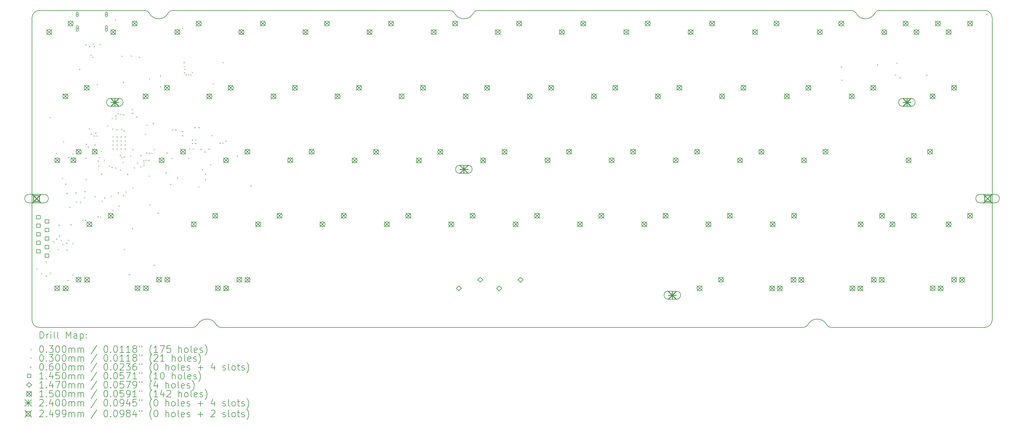
<source format=gbr>
%TF.GenerationSoftware,KiCad,Pcbnew,7.0.1-0*%
%TF.CreationDate,2023-08-08T22:48:25+05:30*%
%TF.ProjectId,Keyboard_60%,4b657962-6f61-4726-945f-3630252e6b69,rev?*%
%TF.SameCoordinates,Original*%
%TF.FileFunction,Drillmap*%
%TF.FilePolarity,Positive*%
%FSLAX45Y45*%
G04 Gerber Fmt 4.5, Leading zero omitted, Abs format (unit mm)*
G04 Created by KiCad (PCBNEW 7.0.1-0) date 2023-08-08 22:48:25*
%MOMM*%
%LPD*%
G01*
G04 APERTURE LIST*
%ADD10C,0.200000*%
%ADD11C,0.030000*%
%ADD12C,0.060000*%
%ADD13C,0.145000*%
%ADD14C,0.147000*%
%ADD15C,0.150000*%
%ADD16C,0.240000*%
%ADD17C,0.249936*%
G04 APERTURE END LIST*
D10*
X4838940Y-9480000D02*
G75*
G03*
X4971943Y-9399355I1J150000D01*
G01*
X65000Y-9255000D02*
X65000Y-285000D01*
X12591943Y-140645D02*
G75*
G03*
X12458939Y-60000I-133003J-69355D01*
G01*
X22936439Y-9480000D02*
X5663561Y-9480000D01*
X28535000Y-285000D02*
G75*
G03*
X28310000Y-60000I-225000J0D01*
G01*
X28310000Y-9480000D02*
G75*
G03*
X28535000Y-9255000I0J225000D01*
G01*
X65000Y-9255000D02*
G75*
G03*
X290000Y-9480000I225000J0D01*
G01*
X290000Y-60000D02*
G75*
G03*
X65000Y-285000I0J-225000D01*
G01*
X24498193Y-140645D02*
G75*
G03*
X24365189Y-60000I-133003J-69355D01*
G01*
X12591943Y-140645D02*
G75*
G03*
X13150557Y-140645I279307J145645D01*
G01*
X3410189Y-60000D02*
X290000Y-60000D01*
X3543193Y-140645D02*
G75*
G03*
X3410189Y-60000I-133003J-69355D01*
G01*
X28535000Y-9255000D02*
X28535000Y-285000D01*
X12458939Y-60000D02*
X4234811Y-60000D01*
X13283561Y-60001D02*
G75*
G03*
X13150557Y-140645I-1J-149999D01*
G01*
X23628057Y-9399355D02*
G75*
G03*
X23069443Y-9399355I-279307J-145645D01*
G01*
X25189811Y-60001D02*
G75*
G03*
X25056807Y-140645I-1J-149999D01*
G01*
X5530557Y-9399355D02*
G75*
G03*
X5663561Y-9480000I133003J69355D01*
G01*
X5530557Y-9399355D02*
G75*
G03*
X4971943Y-9399355I-279307J-145645D01*
G01*
X22936439Y-9480000D02*
G75*
G03*
X23069443Y-9399355I1J150000D01*
G01*
X3543193Y-140645D02*
G75*
G03*
X4101807Y-140645I279307J145645D01*
G01*
X4838940Y-9480000D02*
X290000Y-9480000D01*
X23628057Y-9399355D02*
G75*
G03*
X23761061Y-9480000I133003J69355D01*
G01*
X24498193Y-140645D02*
G75*
G03*
X25056807Y-140645I279307J145645D01*
G01*
X28310000Y-9480000D02*
X23761061Y-9480000D01*
X4234811Y-60001D02*
G75*
G03*
X4101807Y-140645I-1J-149999D01*
G01*
X28310000Y-60000D02*
X25189811Y-60000D01*
X24365189Y-60000D02*
X13283561Y-60000D01*
D11*
X186000Y-7729000D02*
X216000Y-7759000D01*
X216000Y-7729000D02*
X186000Y-7759000D01*
X328500Y-7865000D02*
X358500Y-7895000D01*
X358500Y-7865000D02*
X328500Y-7895000D01*
X468500Y-7941500D02*
X498500Y-7971500D01*
X498500Y-7941500D02*
X468500Y-7971500D01*
X475000Y-7515000D02*
X505000Y-7545000D01*
X505000Y-7515000D02*
X475000Y-7545000D01*
X578000Y-7206000D02*
X608000Y-7236000D01*
X608000Y-7206000D02*
X578000Y-7236000D01*
X598500Y-7845000D02*
X628500Y-7875000D01*
X628500Y-7845000D02*
X598500Y-7875000D01*
X693000Y-6915000D02*
X723000Y-6945000D01*
X723000Y-6915000D02*
X693000Y-6945000D01*
X778500Y-6835000D02*
X808500Y-6865000D01*
X808500Y-6835000D02*
X778500Y-6865000D01*
X780000Y-4290000D02*
X810000Y-4320000D01*
X810000Y-4290000D02*
X780000Y-4320000D01*
X828500Y-7145000D02*
X858500Y-7175000D01*
X858500Y-7145000D02*
X828500Y-7175000D01*
X848500Y-6425000D02*
X878500Y-6455000D01*
X878500Y-6425000D02*
X848500Y-6455000D01*
X858500Y-6745000D02*
X888500Y-6775000D01*
X888500Y-6745000D02*
X858500Y-6775000D01*
X919791Y-6876291D02*
X949791Y-6906291D01*
X949791Y-6876291D02*
X919791Y-6906291D01*
X950000Y-5030000D02*
X980000Y-5060000D01*
X980000Y-5030000D02*
X950000Y-5060000D01*
X963209Y-6989709D02*
X993209Y-7019709D01*
X993209Y-6989709D02*
X963209Y-7019709D01*
X980000Y-3945000D02*
X1010000Y-3975000D01*
X1010000Y-3945000D02*
X980000Y-3975000D01*
X1045000Y-5205000D02*
X1075000Y-5235000D01*
X1075000Y-5205000D02*
X1045000Y-5235000D01*
X1074000Y-6961000D02*
X1104000Y-6991000D01*
X1104000Y-6961000D02*
X1074000Y-6991000D01*
X1085000Y-5480000D02*
X1115000Y-5510000D01*
X1115000Y-5480000D02*
X1085000Y-5510000D01*
X1085000Y-7165000D02*
X1115000Y-7195000D01*
X1115000Y-7165000D02*
X1085000Y-7195000D01*
X1115000Y-8070000D02*
X1145000Y-8100000D01*
X1145000Y-8070000D02*
X1115000Y-8100000D01*
X1125000Y-4415000D02*
X1155000Y-4445000D01*
X1155000Y-4415000D02*
X1125000Y-4445000D01*
X1132950Y-6875000D02*
X1162950Y-6905000D01*
X1162950Y-6875000D02*
X1132950Y-6905000D01*
X1175000Y-5890000D02*
X1205000Y-5920000D01*
X1205000Y-5890000D02*
X1175000Y-5920000D01*
X1200000Y-6410000D02*
X1230000Y-6440000D01*
X1230000Y-6410000D02*
X1200000Y-6440000D01*
X1264000Y-7900500D02*
X1294000Y-7930500D01*
X1294000Y-7900500D02*
X1264000Y-7930500D01*
X1265000Y-4305000D02*
X1295000Y-4335000D01*
X1295000Y-4305000D02*
X1265000Y-4335000D01*
X1265000Y-6970000D02*
X1295000Y-7000000D01*
X1295000Y-6970000D02*
X1265000Y-7000000D01*
X1355000Y-5465000D02*
X1385000Y-5495000D01*
X1385000Y-5465000D02*
X1355000Y-5495000D01*
X1368500Y-5735000D02*
X1398500Y-5765000D01*
X1398500Y-5735000D02*
X1368500Y-5765000D01*
X1460000Y-1795000D02*
X1490000Y-1825000D01*
X1490000Y-1795000D02*
X1460000Y-1825000D01*
X1488500Y-5745000D02*
X1518500Y-5775000D01*
X1518500Y-5745000D02*
X1488500Y-5775000D01*
X1555000Y-6275000D02*
X1585000Y-6305000D01*
X1585000Y-6275000D02*
X1555000Y-6305000D01*
X1608500Y-5605000D02*
X1638500Y-5635000D01*
X1638500Y-5605000D02*
X1608500Y-5635000D01*
X1620000Y-5425000D02*
X1650000Y-5455000D01*
X1650000Y-5425000D02*
X1620000Y-5455000D01*
X1635000Y-6275000D02*
X1665000Y-6305000D01*
X1665000Y-6275000D02*
X1635000Y-6305000D01*
X1645000Y-1065000D02*
X1675000Y-1095000D01*
X1675000Y-1065000D02*
X1645000Y-1095000D01*
X1650000Y-4435000D02*
X1680000Y-4465000D01*
X1680000Y-4435000D02*
X1650000Y-4465000D01*
X1650000Y-5070000D02*
X1680000Y-5100000D01*
X1680000Y-5070000D02*
X1650000Y-5100000D01*
X1655000Y-4020000D02*
X1685000Y-4050000D01*
X1685000Y-4020000D02*
X1655000Y-4050000D01*
X1715000Y-4105000D02*
X1745000Y-4135000D01*
X1745000Y-4105000D02*
X1715000Y-4135000D01*
X1750000Y-3555000D02*
X1780000Y-3585000D01*
X1780000Y-3555000D02*
X1750000Y-3585000D01*
X1755000Y-1114000D02*
X1785000Y-1144000D01*
X1785000Y-1114000D02*
X1755000Y-1144000D01*
X1795368Y-1369121D02*
X1825368Y-1399120D01*
X1825368Y-1369121D02*
X1795368Y-1399120D01*
X1803000Y-3720000D02*
X1833000Y-3750000D01*
X1833000Y-3720000D02*
X1803000Y-3750000D01*
X1855472Y-1439000D02*
X1885472Y-1469000D01*
X1885472Y-1439000D02*
X1855472Y-1469000D01*
X1865000Y-1045000D02*
X1895000Y-1075000D01*
X1895000Y-1045000D02*
X1865000Y-1075000D01*
X1892836Y-1114590D02*
X1922836Y-1144590D01*
X1922836Y-1114590D02*
X1892836Y-1144590D01*
X1894000Y-3776000D02*
X1924000Y-3806000D01*
X1924000Y-3776000D02*
X1894000Y-3806000D01*
X1915000Y-4040000D02*
X1945000Y-4070000D01*
X1945000Y-4040000D02*
X1915000Y-4070000D01*
X1918500Y-5575000D02*
X1948500Y-5605000D01*
X1948500Y-5575000D02*
X1918500Y-5605000D01*
X1940000Y-3686000D02*
X1970000Y-3716000D01*
X1970000Y-3686000D02*
X1940000Y-3716000D01*
X1982000Y-3776000D02*
X2012000Y-3806000D01*
X2012000Y-3776000D02*
X1982000Y-3806000D01*
X1985000Y-2245000D02*
X2015000Y-2275000D01*
X2015000Y-2245000D02*
X1985000Y-2275000D01*
X2005000Y-6175000D02*
X2035000Y-6205000D01*
X2035000Y-6175000D02*
X2005000Y-6205000D01*
X2011709Y-4521709D02*
X2041709Y-4551709D01*
X2041709Y-4521709D02*
X2011709Y-4551709D01*
X2027500Y-4667500D02*
X2057500Y-4697500D01*
X2057500Y-4667500D02*
X2027500Y-4697500D01*
X2042500Y-4412500D02*
X2072500Y-4442500D01*
X2072500Y-4412500D02*
X2042500Y-4442500D01*
X2075000Y-1055000D02*
X2105000Y-1085000D01*
X2105000Y-1055000D02*
X2075000Y-1085000D01*
X2085000Y-6185000D02*
X2115000Y-6215000D01*
X2115000Y-6185000D02*
X2085000Y-6215000D01*
X2105000Y-4235000D02*
X2135000Y-4265000D01*
X2135000Y-4235000D02*
X2105000Y-4265000D01*
X2110000Y-4910000D02*
X2140000Y-4940000D01*
X2140000Y-4910000D02*
X2110000Y-4940000D01*
X2130000Y-5710000D02*
X2160000Y-5740000D01*
X2160000Y-5710000D02*
X2130000Y-5740000D01*
X2195000Y-4490000D02*
X2225000Y-4520000D01*
X2225000Y-4490000D02*
X2195000Y-4520000D01*
X2200000Y-5615000D02*
X2230000Y-5645000D01*
X2230000Y-5615000D02*
X2200000Y-5645000D01*
X2294950Y-3469770D02*
X2324950Y-3499770D01*
X2324950Y-3469770D02*
X2294950Y-3499770D01*
X2342051Y-4667438D02*
X2372051Y-4697438D01*
X2372051Y-4667438D02*
X2342051Y-4697438D01*
X2395000Y-5560000D02*
X2425000Y-5590000D01*
X2425000Y-5560000D02*
X2395000Y-5590000D01*
X2420000Y-4710000D02*
X2450000Y-4740000D01*
X2450000Y-4710000D02*
X2420000Y-4740000D01*
X2425000Y-3255000D02*
X2455000Y-3285000D01*
X2455000Y-3255000D02*
X2425000Y-3285000D01*
X2440000Y-3565000D02*
X2470000Y-3595000D01*
X2470000Y-3565000D02*
X2440000Y-3595000D01*
X2445000Y-5985000D02*
X2475000Y-6015000D01*
X2475000Y-5985000D02*
X2445000Y-6015000D01*
X2528500Y-325000D02*
X2558500Y-355000D01*
X2558500Y-325000D02*
X2528500Y-355000D01*
X2530000Y-4725000D02*
X2560000Y-4755000D01*
X2560000Y-4725000D02*
X2530000Y-4755000D01*
X2535000Y-3180000D02*
X2565000Y-3210000D01*
X2565000Y-3180000D02*
X2535000Y-3210000D01*
X2540000Y-3260000D02*
X2570000Y-3290000D01*
X2570000Y-3260000D02*
X2540000Y-3290000D01*
X2570000Y-3590000D02*
X2600000Y-3620000D01*
X2600000Y-3590000D02*
X2570000Y-3620000D01*
X2600000Y-3105000D02*
X2630000Y-3135000D01*
X2630000Y-3105000D02*
X2600000Y-3135000D01*
X2608500Y-5465000D02*
X2638500Y-5495000D01*
X2638500Y-5465000D02*
X2608500Y-5495000D01*
X2625000Y-5855000D02*
X2655000Y-5885000D01*
X2655000Y-5855000D02*
X2625000Y-5885000D01*
X2663950Y-4350000D02*
X2693950Y-4380000D01*
X2693950Y-4350000D02*
X2663950Y-4380000D01*
X2674697Y-4780000D02*
X2704697Y-4810000D01*
X2704697Y-4780000D02*
X2674697Y-4810000D01*
X2680000Y-3125000D02*
X2710000Y-3155000D01*
X2710000Y-3125000D02*
X2680000Y-3155000D01*
X2709739Y-4411612D02*
X2739739Y-4441612D01*
X2739739Y-4411612D02*
X2709739Y-4441612D01*
X2715300Y-1405000D02*
X2745300Y-1435000D01*
X2745300Y-1405000D02*
X2715300Y-1435000D01*
X2717171Y-3578450D02*
X2747171Y-3608450D01*
X2747171Y-3578450D02*
X2717171Y-3608450D01*
X2755000Y-2185000D02*
X2785000Y-2215000D01*
X2785000Y-2185000D02*
X2755000Y-2215000D01*
X2755000Y-4558000D02*
X2785000Y-4588000D01*
X2785000Y-4558000D02*
X2755000Y-4588000D01*
X2755000Y-5542350D02*
X2785000Y-5572350D01*
X2785000Y-5542350D02*
X2755000Y-5572350D01*
X2761000Y-3144000D02*
X2791000Y-3174000D01*
X2791000Y-3144000D02*
X2761000Y-3174000D01*
X2779550Y-3620000D02*
X2809550Y-3650000D01*
X2809550Y-3620000D02*
X2779550Y-3650000D01*
X2783530Y-4398482D02*
X2813530Y-4428482D01*
X2813530Y-4398482D02*
X2783530Y-4428482D01*
X2795000Y-7145000D02*
X2825000Y-7175000D01*
X2825000Y-7145000D02*
X2795000Y-7175000D01*
X2840000Y-5440000D02*
X2870000Y-5470000D01*
X2870000Y-5440000D02*
X2840000Y-5470000D01*
X2881429Y-4919140D02*
X2911429Y-4949140D01*
X2911429Y-4919140D02*
X2881429Y-4949140D01*
X2938500Y-7895000D02*
X2968500Y-7925000D01*
X2968500Y-7895000D02*
X2938500Y-7925000D01*
X2976851Y-4373149D02*
X3006851Y-4403149D01*
X3006851Y-4373149D02*
X2976851Y-4403149D01*
X2995000Y-1395000D02*
X3025000Y-1425000D01*
X3025000Y-1395000D02*
X2995000Y-1425000D01*
X3025000Y-2989550D02*
X3055000Y-3019550D01*
X3055000Y-2989550D02*
X3025000Y-3019550D01*
X3025000Y-6525000D02*
X3055000Y-6555000D01*
X3055000Y-6525000D02*
X3025000Y-6555000D01*
X3030029Y-3102164D02*
X3060029Y-3132164D01*
X3060029Y-3102164D02*
X3030029Y-3132164D01*
X3045000Y-4175000D02*
X3075000Y-4205000D01*
X3075000Y-4175000D02*
X3045000Y-4205000D01*
X3045000Y-5319000D02*
X3075000Y-5349000D01*
X3075000Y-5319000D02*
X3045000Y-5349000D01*
X3085000Y-4720000D02*
X3115000Y-4750000D01*
X3115000Y-4720000D02*
X3085000Y-4750000D01*
X3150000Y-3210000D02*
X3180000Y-3240000D01*
X3180000Y-3210000D02*
X3150000Y-3240000D01*
X3185000Y-4580000D02*
X3215000Y-4610000D01*
X3215000Y-4580000D02*
X3185000Y-4610000D01*
X3228000Y-1432000D02*
X3258000Y-1462000D01*
X3258000Y-1432000D02*
X3228000Y-1462000D01*
X3270000Y-4695000D02*
X3300000Y-4725000D01*
X3300000Y-4695000D02*
X3270000Y-4725000D01*
X3280000Y-4360000D02*
X3310000Y-4390000D01*
X3310000Y-4360000D02*
X3280000Y-4390000D01*
X3365000Y-4510000D02*
X3395000Y-4540000D01*
X3395000Y-4510000D02*
X3365000Y-4540000D01*
X3365000Y-4650000D02*
X3395000Y-4680000D01*
X3395000Y-4650000D02*
X3365000Y-4680000D01*
X3370000Y-4580000D02*
X3400000Y-4610000D01*
X3400000Y-4580000D02*
X3370000Y-4610000D01*
X3410000Y-3725000D02*
X3440000Y-3755000D01*
X3440000Y-3725000D02*
X3410000Y-3755000D01*
X3430000Y-4495000D02*
X3460000Y-4525000D01*
X3460000Y-4495000D02*
X3430000Y-4525000D01*
X3445000Y-4280000D02*
X3475000Y-4310000D01*
X3475000Y-4280000D02*
X3445000Y-4310000D01*
X3455000Y-3455000D02*
X3485000Y-3485000D01*
X3485000Y-3455000D02*
X3455000Y-3485000D01*
X3515000Y-4500000D02*
X3545000Y-4530000D01*
X3545000Y-4500000D02*
X3515000Y-4530000D01*
X3525000Y-4290000D02*
X3555000Y-4320000D01*
X3555000Y-4290000D02*
X3525000Y-4320000D01*
X3525000Y-4965000D02*
X3555000Y-4995000D01*
X3555000Y-4965000D02*
X3525000Y-4995000D01*
X3535000Y-2075000D02*
X3565000Y-2105000D01*
X3565000Y-2075000D02*
X3535000Y-2105000D01*
X3545000Y-5825000D02*
X3575000Y-5855000D01*
X3575000Y-5825000D02*
X3545000Y-5855000D01*
X3605000Y-4290000D02*
X3635000Y-4320000D01*
X3635000Y-4290000D02*
X3605000Y-4320000D01*
X3645000Y-3400000D02*
X3675000Y-3430000D01*
X3675000Y-3400000D02*
X3645000Y-3430000D01*
X3670000Y-7620000D02*
X3700000Y-7650000D01*
X3700000Y-7620000D02*
X3670000Y-7650000D01*
X3680000Y-4175000D02*
X3710000Y-4205000D01*
X3710000Y-4175000D02*
X3680000Y-4205000D01*
X3790000Y-6070000D02*
X3820000Y-6100000D01*
X3820000Y-6070000D02*
X3790000Y-6100000D01*
X3855000Y-1989000D02*
X3885000Y-2019000D01*
X3885000Y-1989000D02*
X3855000Y-2019000D01*
X3855000Y-2309000D02*
X3885000Y-2339000D01*
X3885000Y-2309000D02*
X3855000Y-2339000D01*
X4025000Y-4875000D02*
X4055000Y-4905000D01*
X4055000Y-4875000D02*
X4025000Y-4905000D01*
X4045000Y-4279000D02*
X4075000Y-4309000D01*
X4075000Y-4279000D02*
X4045000Y-4309000D01*
X4160000Y-5215000D02*
X4190000Y-5245000D01*
X4190000Y-5215000D02*
X4160000Y-5245000D01*
X4194000Y-4439000D02*
X4224000Y-4469000D01*
X4224000Y-4439000D02*
X4194000Y-4469000D01*
X4225777Y-3594424D02*
X4255777Y-3624424D01*
X4255777Y-3594424D02*
X4225777Y-3624424D01*
X4306956Y-3590956D02*
X4336956Y-3620956D01*
X4336956Y-3590956D02*
X4306956Y-3620956D01*
X4365000Y-5020000D02*
X4395000Y-5050000D01*
X4395000Y-5020000D02*
X4365000Y-5050000D01*
X4505000Y-3645000D02*
X4535000Y-3675000D01*
X4535000Y-3645000D02*
X4505000Y-3675000D01*
X4510000Y-564000D02*
X4540000Y-594000D01*
X4540000Y-564000D02*
X4510000Y-594000D01*
X4515000Y-3765000D02*
X4545000Y-3795000D01*
X4545000Y-3765000D02*
X4515000Y-3795000D01*
X4560000Y-1589000D02*
X4590000Y-1619000D01*
X4590000Y-1589000D02*
X4560000Y-1619000D01*
X4562862Y-1708624D02*
X4592862Y-1738624D01*
X4592862Y-1708624D02*
X4562862Y-1738624D01*
X4568500Y-1895000D02*
X4598500Y-1925000D01*
X4598500Y-1895000D02*
X4568500Y-1925000D01*
X4585000Y-1789000D02*
X4615000Y-1819000D01*
X4615000Y-1789000D02*
X4585000Y-1819000D01*
X4618500Y-1955000D02*
X4648500Y-1985000D01*
X4648500Y-1955000D02*
X4618500Y-1985000D01*
X4688500Y-1955000D02*
X4718500Y-1985000D01*
X4718500Y-1955000D02*
X4688500Y-1985000D01*
X4688500Y-4435000D02*
X4718500Y-4465000D01*
X4718500Y-4435000D02*
X4688500Y-4465000D01*
X4719209Y-4151291D02*
X4749209Y-4181291D01*
X4749209Y-4151291D02*
X4719209Y-4181291D01*
X4758500Y-1955000D02*
X4788500Y-1985000D01*
X4788500Y-1955000D02*
X4758500Y-1985000D01*
X4808500Y-1885000D02*
X4838500Y-1915000D01*
X4838500Y-1885000D02*
X4808500Y-1915000D01*
X4833157Y-4163762D02*
X4863157Y-4193762D01*
X4863157Y-4163762D02*
X4833157Y-4193762D01*
X4875000Y-3525000D02*
X4905000Y-3555000D01*
X4905000Y-3525000D02*
X4875000Y-3555000D01*
X4995000Y-3525000D02*
X5025000Y-3555000D01*
X5025000Y-3525000D02*
X4995000Y-3555000D01*
X4995000Y-5289000D02*
X5025000Y-5319000D01*
X5025000Y-5289000D02*
X4995000Y-5319000D01*
X5060000Y-4170500D02*
X5090000Y-4200500D01*
X5090000Y-4170500D02*
X5060000Y-4200500D01*
X5105000Y-4779000D02*
X5135000Y-4809000D01*
X5135000Y-4779000D02*
X5105000Y-4809000D01*
X5175000Y-4250500D02*
X5205000Y-4280500D01*
X5205000Y-4250500D02*
X5175000Y-4280500D01*
X5195000Y-4909000D02*
X5225000Y-4939000D01*
X5225000Y-4909000D02*
X5195000Y-4939000D01*
X5195000Y-5069000D02*
X5225000Y-5099000D01*
X5225000Y-5069000D02*
X5195000Y-5099000D01*
X5295000Y-4165500D02*
X5325000Y-4195500D01*
X5325000Y-4165500D02*
X5295000Y-4195500D01*
X5345000Y-4624950D02*
X5375000Y-4654950D01*
X5375000Y-4624950D02*
X5345000Y-4654950D01*
X5380000Y-3760000D02*
X5410000Y-3790000D01*
X5410000Y-3760000D02*
X5380000Y-3790000D01*
X5422000Y-2222000D02*
X5452000Y-2252000D01*
X5452000Y-2222000D02*
X5422000Y-2252000D01*
X5625000Y-3985000D02*
X5655000Y-4015000D01*
X5655000Y-3985000D02*
X5625000Y-4015000D01*
X5715000Y-1589000D02*
X5745000Y-1619000D01*
X5745000Y-1589000D02*
X5715000Y-1619000D01*
X5715000Y-3985000D02*
X5745000Y-4015000D01*
X5745000Y-3985000D02*
X5715000Y-4015000D01*
X5795000Y-3925000D02*
X5825000Y-3955000D01*
X5825000Y-3925000D02*
X5795000Y-3955000D01*
X6135000Y-4375000D02*
X6165000Y-4405000D01*
X6165000Y-4375000D02*
X6135000Y-4405000D01*
X6545000Y-5259000D02*
X6575000Y-5289000D01*
X6575000Y-5259000D02*
X6545000Y-5289000D01*
X24045000Y-1720000D02*
X24075000Y-1750000D01*
X24075000Y-1720000D02*
X24045000Y-1750000D01*
X24060000Y-2115000D02*
X24090000Y-2145000D01*
X24090000Y-2115000D02*
X24060000Y-2145000D01*
X25115000Y-1665000D02*
X25145000Y-1695000D01*
X25145000Y-1665000D02*
X25115000Y-1695000D01*
X25655000Y-1955000D02*
X25685000Y-1985000D01*
X25685000Y-1955000D02*
X25655000Y-1985000D01*
X25695000Y-1605000D02*
X25725000Y-1635000D01*
X25725000Y-1605000D02*
X25695000Y-1635000D01*
X25785000Y-2045000D02*
X25815000Y-2075000D01*
X25815000Y-2045000D02*
X25785000Y-2075000D01*
X26575000Y-1965000D02*
X26605000Y-1995000D01*
X26605000Y-1965000D02*
X26575000Y-1995000D01*
X28355000Y-165000D02*
X28385000Y-195000D01*
X28385000Y-165000D02*
X28355000Y-195000D01*
X619500Y-3245000D02*
G75*
G03*
X619500Y-3245000I-15000J0D01*
G01*
X2485000Y-3820000D02*
G75*
G03*
X2485000Y-3820000I-15000J0D01*
G01*
X2485000Y-3940000D02*
G75*
G03*
X2485000Y-3940000I-15000J0D01*
G01*
X2485000Y-4060000D02*
G75*
G03*
X2485000Y-4060000I-15000J0D01*
G01*
X2485000Y-4180000D02*
G75*
G03*
X2485000Y-4180000I-15000J0D01*
G01*
X2605000Y-3820000D02*
G75*
G03*
X2605000Y-3820000I-15000J0D01*
G01*
X2605000Y-3940000D02*
G75*
G03*
X2605000Y-3940000I-15000J0D01*
G01*
X2605000Y-4060000D02*
G75*
G03*
X2605000Y-4060000I-15000J0D01*
G01*
X2605000Y-4180000D02*
G75*
G03*
X2605000Y-4180000I-15000J0D01*
G01*
X2725000Y-3820000D02*
G75*
G03*
X2725000Y-3820000I-15000J0D01*
G01*
X2725000Y-3940000D02*
G75*
G03*
X2725000Y-3940000I-15000J0D01*
G01*
X2725000Y-4060000D02*
G75*
G03*
X2725000Y-4060000I-15000J0D01*
G01*
X2725000Y-4180000D02*
G75*
G03*
X2725000Y-4180000I-15000J0D01*
G01*
X2845000Y-3820000D02*
G75*
G03*
X2845000Y-3820000I-15000J0D01*
G01*
X2845000Y-3940000D02*
G75*
G03*
X2845000Y-3940000I-15000J0D01*
G01*
X2845000Y-4060000D02*
G75*
G03*
X2845000Y-4060000I-15000J0D01*
G01*
X2845000Y-4180000D02*
G75*
G03*
X2845000Y-4180000I-15000J0D01*
G01*
X4836500Y-3915000D02*
G75*
G03*
X4836500Y-3915000I-15000J0D01*
G01*
X4836500Y-4015000D02*
G75*
G03*
X4836500Y-4015000I-15000J0D01*
G01*
X4936500Y-3915000D02*
G75*
G03*
X4936500Y-3915000I-15000J0D01*
G01*
X4936500Y-4015000D02*
G75*
G03*
X4936500Y-4015000I-15000J0D01*
G01*
D12*
X1407500Y-150000D02*
X1407500Y-210000D01*
X1377500Y-180000D02*
X1437500Y-180000D01*
D10*
X1377500Y-140000D02*
X1377500Y-220000D01*
X1377500Y-220000D02*
G75*
G03*
X1437500Y-220000I30000J0D01*
G01*
X1437500Y-220000D02*
X1437500Y-140000D01*
X1437500Y-140000D02*
G75*
G03*
X1377500Y-140000I-30000J0D01*
G01*
D12*
X1407500Y-567000D02*
X1407500Y-627000D01*
X1377500Y-597000D02*
X1437500Y-597000D01*
D10*
X1377500Y-542000D02*
X1377500Y-652000D01*
X1377500Y-652000D02*
G75*
G03*
X1437500Y-652000I30000J0D01*
G01*
X1437500Y-652000D02*
X1437500Y-542000D01*
X1437500Y-542000D02*
G75*
G03*
X1377500Y-542000I-30000J0D01*
G01*
D12*
X2272500Y-150000D02*
X2272500Y-210000D01*
X2242500Y-180000D02*
X2302500Y-180000D01*
D10*
X2242500Y-140000D02*
X2242500Y-220000D01*
X2242500Y-220000D02*
G75*
G03*
X2302500Y-220000I30000J0D01*
G01*
X2302500Y-220000D02*
X2302500Y-140000D01*
X2302500Y-140000D02*
G75*
G03*
X2242500Y-140000I-30000J0D01*
G01*
D12*
X2272500Y-567000D02*
X2272500Y-627000D01*
X2242500Y-597000D02*
X2302500Y-597000D01*
D10*
X2242500Y-542000D02*
X2242500Y-652000D01*
X2242500Y-652000D02*
G75*
G03*
X2302500Y-652000I30000J0D01*
G01*
X2302500Y-652000D02*
X2302500Y-542000D01*
X2302500Y-542000D02*
G75*
G03*
X2242500Y-542000I-30000J0D01*
G01*
D13*
X307266Y-6253266D02*
X307266Y-6150734D01*
X204734Y-6150734D01*
X204734Y-6253266D01*
X307266Y-6253266D01*
X307266Y-6507266D02*
X307266Y-6404734D01*
X204734Y-6404734D01*
X204734Y-6507266D01*
X307266Y-6507266D01*
X307266Y-6761266D02*
X307266Y-6658734D01*
X204734Y-6658734D01*
X204734Y-6761266D01*
X307266Y-6761266D01*
X307266Y-7015266D02*
X307266Y-6912734D01*
X204734Y-6912734D01*
X204734Y-7015266D01*
X307266Y-7015266D01*
X307266Y-7269266D02*
X307266Y-7166734D01*
X204734Y-7166734D01*
X204734Y-7269266D01*
X307266Y-7269266D01*
X561266Y-6380266D02*
X561266Y-6277734D01*
X458734Y-6277734D01*
X458734Y-6380266D01*
X561266Y-6380266D01*
X561266Y-6634266D02*
X561266Y-6531734D01*
X458734Y-6531734D01*
X458734Y-6634266D01*
X561266Y-6634266D01*
X561266Y-6888266D02*
X561266Y-6785734D01*
X458734Y-6785734D01*
X458734Y-6888266D01*
X561266Y-6888266D01*
X561266Y-7142266D02*
X561266Y-7039734D01*
X458734Y-7039734D01*
X458734Y-7142266D01*
X561266Y-7142266D01*
X561266Y-7396266D02*
X561266Y-7293734D01*
X458734Y-7293734D01*
X458734Y-7396266D01*
X561266Y-7396266D01*
D14*
X12722490Y-8389500D02*
X12795990Y-8316000D01*
X12722490Y-8242500D01*
X12648990Y-8316000D01*
X12722490Y-8389500D01*
X13357490Y-8135500D02*
X13430990Y-8062000D01*
X13357490Y-7988500D01*
X13283990Y-8062000D01*
X13357490Y-8135500D01*
X13918000Y-8391500D02*
X13991500Y-8318000D01*
X13918000Y-8244500D01*
X13844500Y-8318000D01*
X13918000Y-8391500D01*
X14553000Y-8137500D02*
X14626500Y-8064000D01*
X14553000Y-7990500D01*
X14479500Y-8064000D01*
X14553000Y-8137500D01*
D15*
X500000Y-629000D02*
X650000Y-779000D01*
X650000Y-629000D02*
X500000Y-779000D01*
X650000Y-704000D02*
G75*
G03*
X650000Y-704000I-75000J0D01*
G01*
X737000Y-8239000D02*
X887000Y-8389000D01*
X887000Y-8239000D02*
X737000Y-8389000D01*
X887000Y-8314000D02*
G75*
G03*
X887000Y-8314000I-75000J0D01*
G01*
X740000Y-4439000D02*
X890000Y-4589000D01*
X890000Y-4439000D02*
X740000Y-4589000D01*
X890000Y-4514000D02*
G75*
G03*
X890000Y-4514000I-75000J0D01*
G01*
X980000Y-2539000D02*
X1130000Y-2689000D01*
X1130000Y-2539000D02*
X980000Y-2689000D01*
X1130000Y-2614000D02*
G75*
G03*
X1130000Y-2614000I-75000J0D01*
G01*
X990000Y-8241500D02*
X1140000Y-8391500D01*
X1140000Y-8241500D02*
X990000Y-8391500D01*
X1140000Y-8316500D02*
G75*
G03*
X1140000Y-8316500I-75000J0D01*
G01*
X1135000Y-375000D02*
X1285000Y-525000D01*
X1285000Y-375000D02*
X1135000Y-525000D01*
X1285000Y-450000D02*
G75*
G03*
X1285000Y-450000I-75000J0D01*
G01*
X1216000Y-4436000D02*
X1366000Y-4586000D01*
X1366000Y-4436000D02*
X1216000Y-4586000D01*
X1366000Y-4511000D02*
G75*
G03*
X1366000Y-4511000I-75000J0D01*
G01*
X1372000Y-7985000D02*
X1522000Y-8135000D01*
X1522000Y-7985000D02*
X1372000Y-8135000D01*
X1522000Y-8060000D02*
G75*
G03*
X1522000Y-8060000I-75000J0D01*
G01*
X1375000Y-4185000D02*
X1525000Y-4335000D01*
X1525000Y-4185000D02*
X1375000Y-4335000D01*
X1525000Y-4260000D02*
G75*
G03*
X1525000Y-4260000I-75000J0D01*
G01*
X1615000Y-2285000D02*
X1765000Y-2435000D01*
X1765000Y-2285000D02*
X1615000Y-2435000D01*
X1765000Y-2360000D02*
G75*
G03*
X1765000Y-2360000I-75000J0D01*
G01*
X1625000Y-7987500D02*
X1775000Y-8137500D01*
X1775000Y-7987500D02*
X1625000Y-8137500D01*
X1775000Y-8062500D02*
G75*
G03*
X1775000Y-8062500I-75000J0D01*
G01*
X1691000Y-6339000D02*
X1841000Y-6489000D01*
X1841000Y-6339000D02*
X1691000Y-6489000D01*
X1841000Y-6414000D02*
G75*
G03*
X1841000Y-6414000I-75000J0D01*
G01*
X1851000Y-4182000D02*
X2001000Y-4332000D01*
X2001000Y-4182000D02*
X1851000Y-4332000D01*
X2001000Y-4257000D02*
G75*
G03*
X2001000Y-4257000I-75000J0D01*
G01*
X2326000Y-6085000D02*
X2476000Y-6235000D01*
X2476000Y-6085000D02*
X2326000Y-6235000D01*
X2476000Y-6160000D02*
G75*
G03*
X2476000Y-6160000I-75000J0D01*
G01*
X2400000Y-629000D02*
X2550000Y-779000D01*
X2550000Y-629000D02*
X2400000Y-779000D01*
X2550000Y-704000D02*
G75*
G03*
X2550000Y-704000I-75000J0D01*
G01*
X3035000Y-375000D02*
X3185000Y-525000D01*
X3185000Y-375000D02*
X3035000Y-525000D01*
X3185000Y-450000D02*
G75*
G03*
X3185000Y-450000I-75000J0D01*
G01*
X3120000Y-8239000D02*
X3270000Y-8389000D01*
X3270000Y-8239000D02*
X3120000Y-8389000D01*
X3270000Y-8314000D02*
G75*
G03*
X3270000Y-8314000I-75000J0D01*
G01*
X3360000Y-2539000D02*
X3510000Y-2689000D01*
X3510000Y-2539000D02*
X3360000Y-2689000D01*
X3510000Y-2614000D02*
G75*
G03*
X3510000Y-2614000I-75000J0D01*
G01*
X3368000Y-8241000D02*
X3518000Y-8391000D01*
X3518000Y-8241000D02*
X3368000Y-8391000D01*
X3518000Y-8316000D02*
G75*
G03*
X3518000Y-8316000I-75000J0D01*
G01*
X3755000Y-7985000D02*
X3905000Y-8135000D01*
X3905000Y-7985000D02*
X3755000Y-8135000D01*
X3905000Y-8060000D02*
G75*
G03*
X3905000Y-8060000I-75000J0D01*
G01*
X3836000Y-4438000D02*
X3986000Y-4588000D01*
X3986000Y-4438000D02*
X3836000Y-4588000D01*
X3986000Y-4513000D02*
G75*
G03*
X3986000Y-4513000I-75000J0D01*
G01*
X3995000Y-2285000D02*
X4145000Y-2435000D01*
X4145000Y-2285000D02*
X3995000Y-2435000D01*
X4145000Y-2360000D02*
G75*
G03*
X4145000Y-2360000I-75000J0D01*
G01*
X4003000Y-7987000D02*
X4153000Y-8137000D01*
X4153000Y-7987000D02*
X4003000Y-8137000D01*
X4153000Y-8062000D02*
G75*
G03*
X4153000Y-8062000I-75000J0D01*
G01*
X4300000Y-629000D02*
X4450000Y-779000D01*
X4450000Y-629000D02*
X4300000Y-779000D01*
X4450000Y-704000D02*
G75*
G03*
X4450000Y-704000I-75000J0D01*
G01*
X4471000Y-4184000D02*
X4621000Y-4334000D01*
X4621000Y-4184000D02*
X4471000Y-4334000D01*
X4621000Y-4259000D02*
G75*
G03*
X4621000Y-4259000I-75000J0D01*
G01*
X4787000Y-6339000D02*
X4937000Y-6489000D01*
X4937000Y-6339000D02*
X4787000Y-6489000D01*
X4937000Y-6414000D02*
G75*
G03*
X4937000Y-6414000I-75000J0D01*
G01*
X4935000Y-375000D02*
X5085000Y-525000D01*
X5085000Y-375000D02*
X4935000Y-525000D01*
X5085000Y-450000D02*
G75*
G03*
X5085000Y-450000I-75000J0D01*
G01*
X5250000Y-2539000D02*
X5400000Y-2689000D01*
X5400000Y-2539000D02*
X5250000Y-2689000D01*
X5400000Y-2614000D02*
G75*
G03*
X5400000Y-2614000I-75000J0D01*
G01*
X5422000Y-6085000D02*
X5572000Y-6235000D01*
X5572000Y-6085000D02*
X5422000Y-6235000D01*
X5572000Y-6160000D02*
G75*
G03*
X5572000Y-6160000I-75000J0D01*
G01*
X5504000Y-8239000D02*
X5654000Y-8389000D01*
X5654000Y-8239000D02*
X5504000Y-8389000D01*
X5654000Y-8314000D02*
G75*
G03*
X5654000Y-8314000I-75000J0D01*
G01*
X5743000Y-4438000D02*
X5893000Y-4588000D01*
X5893000Y-4438000D02*
X5743000Y-4588000D01*
X5893000Y-4513000D02*
G75*
G03*
X5893000Y-4513000I-75000J0D01*
G01*
X5746000Y-8241500D02*
X5896000Y-8391500D01*
X5896000Y-8241500D02*
X5746000Y-8391500D01*
X5896000Y-8316500D02*
G75*
G03*
X5896000Y-8316500I-75000J0D01*
G01*
X5885000Y-2285000D02*
X6035000Y-2435000D01*
X6035000Y-2285000D02*
X5885000Y-2435000D01*
X6035000Y-2360000D02*
G75*
G03*
X6035000Y-2360000I-75000J0D01*
G01*
X6139000Y-7985000D02*
X6289000Y-8135000D01*
X6289000Y-7985000D02*
X6139000Y-8135000D01*
X6289000Y-8060000D02*
G75*
G03*
X6289000Y-8060000I-75000J0D01*
G01*
X6200000Y-629000D02*
X6350000Y-779000D01*
X6350000Y-629000D02*
X6200000Y-779000D01*
X6350000Y-704000D02*
G75*
G03*
X6350000Y-704000I-75000J0D01*
G01*
X6378000Y-4184000D02*
X6528000Y-4334000D01*
X6528000Y-4184000D02*
X6378000Y-4334000D01*
X6528000Y-4259000D02*
G75*
G03*
X6528000Y-4259000I-75000J0D01*
G01*
X6381000Y-7987500D02*
X6531000Y-8137500D01*
X6531000Y-7987500D02*
X6381000Y-8137500D01*
X6531000Y-8062500D02*
G75*
G03*
X6531000Y-8062500I-75000J0D01*
G01*
X6697000Y-6339000D02*
X6847000Y-6489000D01*
X6847000Y-6339000D02*
X6697000Y-6489000D01*
X6847000Y-6414000D02*
G75*
G03*
X6847000Y-6414000I-75000J0D01*
G01*
X6835000Y-375000D02*
X6985000Y-525000D01*
X6985000Y-375000D02*
X6835000Y-525000D01*
X6985000Y-450000D02*
G75*
G03*
X6985000Y-450000I-75000J0D01*
G01*
X7150000Y-2539000D02*
X7300000Y-2689000D01*
X7300000Y-2539000D02*
X7150000Y-2689000D01*
X7300000Y-2614000D02*
G75*
G03*
X7300000Y-2614000I-75000J0D01*
G01*
X7332000Y-6085000D02*
X7482000Y-6235000D01*
X7482000Y-6085000D02*
X7332000Y-6235000D01*
X7482000Y-6160000D02*
G75*
G03*
X7482000Y-6160000I-75000J0D01*
G01*
X7648000Y-4437000D02*
X7798000Y-4587000D01*
X7798000Y-4437000D02*
X7648000Y-4587000D01*
X7798000Y-4512000D02*
G75*
G03*
X7798000Y-4512000I-75000J0D01*
G01*
X7785000Y-2285000D02*
X7935000Y-2435000D01*
X7935000Y-2285000D02*
X7785000Y-2435000D01*
X7935000Y-2360000D02*
G75*
G03*
X7935000Y-2360000I-75000J0D01*
G01*
X8100000Y-629000D02*
X8250000Y-779000D01*
X8250000Y-629000D02*
X8100000Y-779000D01*
X8250000Y-704000D02*
G75*
G03*
X8250000Y-704000I-75000J0D01*
G01*
X8283000Y-4183000D02*
X8433000Y-4333000D01*
X8433000Y-4183000D02*
X8283000Y-4333000D01*
X8433000Y-4258000D02*
G75*
G03*
X8433000Y-4258000I-75000J0D01*
G01*
X8602000Y-6339000D02*
X8752000Y-6489000D01*
X8752000Y-6339000D02*
X8602000Y-6489000D01*
X8752000Y-6414000D02*
G75*
G03*
X8752000Y-6414000I-75000J0D01*
G01*
X8735000Y-375000D02*
X8885000Y-525000D01*
X8885000Y-375000D02*
X8735000Y-525000D01*
X8885000Y-450000D02*
G75*
G03*
X8885000Y-450000I-75000J0D01*
G01*
X9050000Y-2539000D02*
X9200000Y-2689000D01*
X9200000Y-2539000D02*
X9050000Y-2689000D01*
X9200000Y-2614000D02*
G75*
G03*
X9200000Y-2614000I-75000J0D01*
G01*
X9237000Y-6085000D02*
X9387000Y-6235000D01*
X9387000Y-6085000D02*
X9237000Y-6235000D01*
X9387000Y-6160000D02*
G75*
G03*
X9387000Y-6160000I-75000J0D01*
G01*
X9556000Y-4440000D02*
X9706000Y-4590000D01*
X9706000Y-4440000D02*
X9556000Y-4590000D01*
X9706000Y-4515000D02*
G75*
G03*
X9706000Y-4515000I-75000J0D01*
G01*
X9685000Y-2285000D02*
X9835000Y-2435000D01*
X9835000Y-2285000D02*
X9685000Y-2435000D01*
X9835000Y-2360000D02*
G75*
G03*
X9835000Y-2360000I-75000J0D01*
G01*
X10000000Y-629000D02*
X10150000Y-779000D01*
X10150000Y-629000D02*
X10000000Y-779000D01*
X10150000Y-704000D02*
G75*
G03*
X10150000Y-704000I-75000J0D01*
G01*
X10191000Y-4186000D02*
X10341000Y-4336000D01*
X10341000Y-4186000D02*
X10191000Y-4336000D01*
X10341000Y-4261000D02*
G75*
G03*
X10341000Y-4261000I-75000J0D01*
G01*
X10513000Y-6339000D02*
X10663000Y-6489000D01*
X10663000Y-6339000D02*
X10513000Y-6489000D01*
X10663000Y-6414000D02*
G75*
G03*
X10663000Y-6414000I-75000J0D01*
G01*
X10635000Y-375000D02*
X10785000Y-525000D01*
X10785000Y-375000D02*
X10635000Y-525000D01*
X10785000Y-450000D02*
G75*
G03*
X10785000Y-450000I-75000J0D01*
G01*
X10950000Y-2539000D02*
X11100000Y-2689000D01*
X11100000Y-2539000D02*
X10950000Y-2689000D01*
X11100000Y-2614000D02*
G75*
G03*
X11100000Y-2614000I-75000J0D01*
G01*
X11148000Y-6085000D02*
X11298000Y-6235000D01*
X11298000Y-6085000D02*
X11148000Y-6235000D01*
X11298000Y-6160000D02*
G75*
G03*
X11298000Y-6160000I-75000J0D01*
G01*
X11462000Y-4442000D02*
X11612000Y-4592000D01*
X11612000Y-4442000D02*
X11462000Y-4592000D01*
X11612000Y-4517000D02*
G75*
G03*
X11612000Y-4517000I-75000J0D01*
G01*
X11585000Y-2285000D02*
X11735000Y-2435000D01*
X11735000Y-2285000D02*
X11585000Y-2435000D01*
X11735000Y-2360000D02*
G75*
G03*
X11735000Y-2360000I-75000J0D01*
G01*
X11900000Y-629000D02*
X12050000Y-779000D01*
X12050000Y-629000D02*
X11900000Y-779000D01*
X12050000Y-704000D02*
G75*
G03*
X12050000Y-704000I-75000J0D01*
G01*
X12097000Y-4188000D02*
X12247000Y-4338000D01*
X12247000Y-4188000D02*
X12097000Y-4338000D01*
X12247000Y-4263000D02*
G75*
G03*
X12247000Y-4263000I-75000J0D01*
G01*
X12421000Y-6339000D02*
X12571000Y-6489000D01*
X12571000Y-6339000D02*
X12421000Y-6489000D01*
X12571000Y-6414000D02*
G75*
G03*
X12571000Y-6414000I-75000J0D01*
G01*
X12535000Y-375000D02*
X12685000Y-525000D01*
X12685000Y-375000D02*
X12535000Y-525000D01*
X12685000Y-450000D02*
G75*
G03*
X12685000Y-450000I-75000J0D01*
G01*
X12850000Y-2539000D02*
X13000000Y-2689000D01*
X13000000Y-2539000D02*
X12850000Y-2689000D01*
X13000000Y-2614000D02*
G75*
G03*
X13000000Y-2614000I-75000J0D01*
G01*
X13056000Y-6085000D02*
X13206000Y-6235000D01*
X13206000Y-6085000D02*
X13056000Y-6235000D01*
X13206000Y-6160000D02*
G75*
G03*
X13206000Y-6160000I-75000J0D01*
G01*
X13367000Y-4442000D02*
X13517000Y-4592000D01*
X13517000Y-4442000D02*
X13367000Y-4592000D01*
X13517000Y-4517000D02*
G75*
G03*
X13517000Y-4517000I-75000J0D01*
G01*
X13485000Y-2285000D02*
X13635000Y-2435000D01*
X13635000Y-2285000D02*
X13485000Y-2435000D01*
X13635000Y-2360000D02*
G75*
G03*
X13635000Y-2360000I-75000J0D01*
G01*
X13800000Y-629000D02*
X13950000Y-779000D01*
X13950000Y-629000D02*
X13800000Y-779000D01*
X13950000Y-704000D02*
G75*
G03*
X13950000Y-704000I-75000J0D01*
G01*
X14002000Y-4188000D02*
X14152000Y-4338000D01*
X14152000Y-4188000D02*
X14002000Y-4338000D01*
X14152000Y-4263000D02*
G75*
G03*
X14152000Y-4263000I-75000J0D01*
G01*
X14330000Y-6339000D02*
X14480000Y-6489000D01*
X14480000Y-6339000D02*
X14330000Y-6489000D01*
X14480000Y-6414000D02*
G75*
G03*
X14480000Y-6414000I-75000J0D01*
G01*
X14435000Y-375000D02*
X14585000Y-525000D01*
X14585000Y-375000D02*
X14435000Y-525000D01*
X14585000Y-450000D02*
G75*
G03*
X14585000Y-450000I-75000J0D01*
G01*
X14750000Y-2539000D02*
X14900000Y-2689000D01*
X14900000Y-2539000D02*
X14750000Y-2689000D01*
X14900000Y-2614000D02*
G75*
G03*
X14900000Y-2614000I-75000J0D01*
G01*
X14965000Y-6085000D02*
X15115000Y-6235000D01*
X15115000Y-6085000D02*
X14965000Y-6235000D01*
X15115000Y-6160000D02*
G75*
G03*
X15115000Y-6160000I-75000J0D01*
G01*
X15278500Y-4439000D02*
X15428500Y-4589000D01*
X15428500Y-4439000D02*
X15278500Y-4589000D01*
X15428500Y-4514000D02*
G75*
G03*
X15428500Y-4514000I-75000J0D01*
G01*
X15385000Y-2285000D02*
X15535000Y-2435000D01*
X15535000Y-2285000D02*
X15385000Y-2435000D01*
X15535000Y-2360000D02*
G75*
G03*
X15535000Y-2360000I-75000J0D01*
G01*
X15700000Y-629000D02*
X15850000Y-779000D01*
X15850000Y-629000D02*
X15700000Y-779000D01*
X15850000Y-704000D02*
G75*
G03*
X15850000Y-704000I-75000J0D01*
G01*
X15913500Y-4185000D02*
X16063500Y-4335000D01*
X16063500Y-4185000D02*
X15913500Y-4335000D01*
X16063500Y-4260000D02*
G75*
G03*
X16063500Y-4260000I-75000J0D01*
G01*
X16236000Y-6339000D02*
X16386000Y-6489000D01*
X16386000Y-6339000D02*
X16236000Y-6489000D01*
X16386000Y-6414000D02*
G75*
G03*
X16386000Y-6414000I-75000J0D01*
G01*
X16335000Y-375000D02*
X16485000Y-525000D01*
X16485000Y-375000D02*
X16335000Y-525000D01*
X16485000Y-450000D02*
G75*
G03*
X16485000Y-450000I-75000J0D01*
G01*
X16650000Y-2539000D02*
X16800000Y-2689000D01*
X16800000Y-2539000D02*
X16650000Y-2689000D01*
X16800000Y-2614000D02*
G75*
G03*
X16800000Y-2614000I-75000J0D01*
G01*
X16871000Y-6085000D02*
X17021000Y-6235000D01*
X17021000Y-6085000D02*
X16871000Y-6235000D01*
X17021000Y-6160000D02*
G75*
G03*
X17021000Y-6160000I-75000J0D01*
G01*
X17178500Y-4439000D02*
X17328500Y-4589000D01*
X17328500Y-4439000D02*
X17178500Y-4589000D01*
X17328500Y-4514000D02*
G75*
G03*
X17328500Y-4514000I-75000J0D01*
G01*
X17285000Y-2285000D02*
X17435000Y-2435000D01*
X17435000Y-2285000D02*
X17285000Y-2435000D01*
X17435000Y-2360000D02*
G75*
G03*
X17435000Y-2360000I-75000J0D01*
G01*
X17610000Y-629000D02*
X17760000Y-779000D01*
X17760000Y-629000D02*
X17610000Y-779000D01*
X17760000Y-704000D02*
G75*
G03*
X17760000Y-704000I-75000J0D01*
G01*
X17813500Y-4185000D02*
X17963500Y-4335000D01*
X17963500Y-4185000D02*
X17813500Y-4335000D01*
X17963500Y-4260000D02*
G75*
G03*
X17963500Y-4260000I-75000J0D01*
G01*
X18143000Y-6339000D02*
X18293000Y-6489000D01*
X18293000Y-6339000D02*
X18143000Y-6489000D01*
X18293000Y-6414000D02*
G75*
G03*
X18293000Y-6414000I-75000J0D01*
G01*
X18245000Y-375000D02*
X18395000Y-525000D01*
X18395000Y-375000D02*
X18245000Y-525000D01*
X18395000Y-450000D02*
G75*
G03*
X18395000Y-450000I-75000J0D01*
G01*
X18550000Y-2539000D02*
X18700000Y-2689000D01*
X18700000Y-2539000D02*
X18550000Y-2689000D01*
X18700000Y-2614000D02*
G75*
G03*
X18700000Y-2614000I-75000J0D01*
G01*
X18778000Y-6085000D02*
X18928000Y-6235000D01*
X18928000Y-6085000D02*
X18778000Y-6235000D01*
X18928000Y-6160000D02*
G75*
G03*
X18928000Y-6160000I-75000J0D01*
G01*
X19078500Y-4439000D02*
X19228500Y-4589000D01*
X19228500Y-4439000D02*
X19078500Y-4589000D01*
X19228500Y-4514000D02*
G75*
G03*
X19228500Y-4514000I-75000J0D01*
G01*
X19185000Y-2285000D02*
X19335000Y-2435000D01*
X19335000Y-2285000D02*
X19185000Y-2435000D01*
X19335000Y-2360000D02*
G75*
G03*
X19335000Y-2360000I-75000J0D01*
G01*
X19520000Y-629000D02*
X19670000Y-779000D01*
X19670000Y-629000D02*
X19520000Y-779000D01*
X19670000Y-704000D02*
G75*
G03*
X19670000Y-704000I-75000J0D01*
G01*
X19713500Y-4185000D02*
X19863500Y-4335000D01*
X19863500Y-4185000D02*
X19713500Y-4335000D01*
X19863500Y-4260000D02*
G75*
G03*
X19863500Y-4260000I-75000J0D01*
G01*
X19784500Y-8241000D02*
X19934500Y-8391000D01*
X19934500Y-8241000D02*
X19784500Y-8391000D01*
X19934500Y-8316000D02*
G75*
G03*
X19934500Y-8316000I-75000J0D01*
G01*
X20047000Y-6339000D02*
X20197000Y-6489000D01*
X20197000Y-6339000D02*
X20047000Y-6489000D01*
X20197000Y-6414000D02*
G75*
G03*
X20197000Y-6414000I-75000J0D01*
G01*
X20155000Y-375000D02*
X20305000Y-525000D01*
X20305000Y-375000D02*
X20155000Y-525000D01*
X20305000Y-450000D02*
G75*
G03*
X20305000Y-450000I-75000J0D01*
G01*
X20419500Y-7987000D02*
X20569500Y-8137000D01*
X20569500Y-7987000D02*
X20419500Y-8137000D01*
X20569500Y-8062000D02*
G75*
G03*
X20569500Y-8062000I-75000J0D01*
G01*
X20450000Y-2539000D02*
X20600000Y-2689000D01*
X20600000Y-2539000D02*
X20450000Y-2689000D01*
X20600000Y-2614000D02*
G75*
G03*
X20600000Y-2614000I-75000J0D01*
G01*
X20682000Y-6085000D02*
X20832000Y-6235000D01*
X20832000Y-6085000D02*
X20682000Y-6235000D01*
X20832000Y-6160000D02*
G75*
G03*
X20832000Y-6160000I-75000J0D01*
G01*
X20983500Y-4439000D02*
X21133500Y-4589000D01*
X21133500Y-4439000D02*
X20983500Y-4589000D01*
X21133500Y-4514000D02*
G75*
G03*
X21133500Y-4514000I-75000J0D01*
G01*
X21085000Y-2285000D02*
X21235000Y-2435000D01*
X21235000Y-2285000D02*
X21085000Y-2435000D01*
X21235000Y-2360000D02*
G75*
G03*
X21235000Y-2360000I-75000J0D01*
G01*
X21430000Y-629000D02*
X21580000Y-779000D01*
X21580000Y-629000D02*
X21430000Y-779000D01*
X21580000Y-704000D02*
G75*
G03*
X21580000Y-704000I-75000J0D01*
G01*
X21618500Y-4185000D02*
X21768500Y-4335000D01*
X21768500Y-4185000D02*
X21618500Y-4335000D01*
X21768500Y-4260000D02*
G75*
G03*
X21768500Y-4260000I-75000J0D01*
G01*
X21936000Y-8245500D02*
X22086000Y-8395500D01*
X22086000Y-8245500D02*
X21936000Y-8395500D01*
X22086000Y-8320500D02*
G75*
G03*
X22086000Y-8320500I-75000J0D01*
G01*
X21950000Y-6339000D02*
X22100000Y-6489000D01*
X22100000Y-6339000D02*
X21950000Y-6489000D01*
X22100000Y-6414000D02*
G75*
G03*
X22100000Y-6414000I-75000J0D01*
G01*
X22065000Y-375000D02*
X22215000Y-525000D01*
X22215000Y-375000D02*
X22065000Y-525000D01*
X22215000Y-450000D02*
G75*
G03*
X22215000Y-450000I-75000J0D01*
G01*
X22164500Y-8246000D02*
X22314500Y-8396000D01*
X22314500Y-8246000D02*
X22164500Y-8396000D01*
X22314500Y-8321000D02*
G75*
G03*
X22314500Y-8321000I-75000J0D01*
G01*
X22373500Y-2539000D02*
X22523500Y-2689000D01*
X22523500Y-2539000D02*
X22373500Y-2689000D01*
X22523500Y-2614000D02*
G75*
G03*
X22523500Y-2614000I-75000J0D01*
G01*
X22571000Y-7991500D02*
X22721000Y-8141500D01*
X22721000Y-7991500D02*
X22571000Y-8141500D01*
X22721000Y-8066500D02*
G75*
G03*
X22721000Y-8066500I-75000J0D01*
G01*
X22585000Y-6085000D02*
X22735000Y-6235000D01*
X22735000Y-6085000D02*
X22585000Y-6235000D01*
X22735000Y-6160000D02*
G75*
G03*
X22735000Y-6160000I-75000J0D01*
G01*
X22799500Y-7992000D02*
X22949500Y-8142000D01*
X22949500Y-7992000D02*
X22799500Y-8142000D01*
X22949500Y-8067000D02*
G75*
G03*
X22949500Y-8067000I-75000J0D01*
G01*
X22883500Y-4439000D02*
X23033500Y-4589000D01*
X23033500Y-4439000D02*
X22883500Y-4589000D01*
X23033500Y-4514000D02*
G75*
G03*
X23033500Y-4514000I-75000J0D01*
G01*
X23008500Y-2285000D02*
X23158500Y-2435000D01*
X23158500Y-2285000D02*
X23008500Y-2435000D01*
X23158500Y-2360000D02*
G75*
G03*
X23158500Y-2360000I-75000J0D01*
G01*
X23350000Y-629000D02*
X23500000Y-779000D01*
X23500000Y-629000D02*
X23350000Y-779000D01*
X23500000Y-704000D02*
G75*
G03*
X23500000Y-704000I-75000J0D01*
G01*
X23518500Y-4185000D02*
X23668500Y-4335000D01*
X23668500Y-4185000D02*
X23518500Y-4335000D01*
X23668500Y-4260000D02*
G75*
G03*
X23668500Y-4260000I-75000J0D01*
G01*
X23985000Y-375000D02*
X24135000Y-525000D01*
X24135000Y-375000D02*
X23985000Y-525000D01*
X24135000Y-450000D02*
G75*
G03*
X24135000Y-450000I-75000J0D01*
G01*
X24300000Y-2539000D02*
X24450000Y-2689000D01*
X24450000Y-2539000D02*
X24300000Y-2689000D01*
X24450000Y-2614000D02*
G75*
G03*
X24450000Y-2614000I-75000J0D01*
G01*
X24316000Y-8241500D02*
X24466000Y-8391500D01*
X24466000Y-8241500D02*
X24316000Y-8391500D01*
X24466000Y-8316500D02*
G75*
G03*
X24466000Y-8316500I-75000J0D01*
G01*
X24549500Y-8246000D02*
X24699500Y-8396000D01*
X24699500Y-8246000D02*
X24549500Y-8396000D01*
X24699500Y-8321000D02*
G75*
G03*
X24699500Y-8321000I-75000J0D01*
G01*
X24560500Y-6341000D02*
X24710500Y-6491000D01*
X24710500Y-6341000D02*
X24560500Y-6491000D01*
X24710500Y-6416000D02*
G75*
G03*
X24710500Y-6416000I-75000J0D01*
G01*
X24935000Y-2285000D02*
X25085000Y-2435000D01*
X25085000Y-2285000D02*
X24935000Y-2435000D01*
X25085000Y-2360000D02*
G75*
G03*
X25085000Y-2360000I-75000J0D01*
G01*
X24951000Y-7987500D02*
X25101000Y-8137500D01*
X25101000Y-7987500D02*
X24951000Y-8137500D01*
X25101000Y-8062500D02*
G75*
G03*
X25101000Y-8062500I-75000J0D01*
G01*
X25184500Y-7992000D02*
X25334500Y-8142000D01*
X25334500Y-7992000D02*
X25184500Y-8142000D01*
X25334500Y-8067000D02*
G75*
G03*
X25334500Y-8067000I-75000J0D01*
G01*
X25195500Y-6087000D02*
X25345500Y-6237000D01*
X25345500Y-6087000D02*
X25195500Y-6237000D01*
X25345500Y-6162000D02*
G75*
G03*
X25345500Y-6162000I-75000J0D01*
G01*
X25260000Y-629000D02*
X25410000Y-779000D01*
X25410000Y-629000D02*
X25260000Y-779000D01*
X25410000Y-704000D02*
G75*
G03*
X25410000Y-704000I-75000J0D01*
G01*
X25502500Y-6341000D02*
X25652500Y-6491000D01*
X25652500Y-6341000D02*
X25502500Y-6491000D01*
X25652500Y-6416000D02*
G75*
G03*
X25652500Y-6416000I-75000J0D01*
G01*
X25895000Y-375000D02*
X26045000Y-525000D01*
X26045000Y-375000D02*
X25895000Y-525000D01*
X26045000Y-450000D02*
G75*
G03*
X26045000Y-450000I-75000J0D01*
G01*
X25980000Y-4439000D02*
X26130000Y-4589000D01*
X26130000Y-4439000D02*
X25980000Y-4589000D01*
X26130000Y-4514000D02*
G75*
G03*
X26130000Y-4514000I-75000J0D01*
G01*
X26137500Y-6087000D02*
X26287500Y-6237000D01*
X26287500Y-6087000D02*
X26137500Y-6237000D01*
X26287500Y-6162000D02*
G75*
G03*
X26287500Y-6162000I-75000J0D01*
G01*
X26213500Y-629000D02*
X26363500Y-779000D01*
X26363500Y-629000D02*
X26213500Y-779000D01*
X26363500Y-704000D02*
G75*
G03*
X26363500Y-704000I-75000J0D01*
G01*
X26615000Y-4185000D02*
X26765000Y-4335000D01*
X26765000Y-4185000D02*
X26615000Y-4335000D01*
X26765000Y-4260000D02*
G75*
G03*
X26765000Y-4260000I-75000J0D01*
G01*
X26693000Y-2539000D02*
X26843000Y-2689000D01*
X26843000Y-2539000D02*
X26693000Y-2689000D01*
X26843000Y-2614000D02*
G75*
G03*
X26843000Y-2614000I-75000J0D01*
G01*
X26696000Y-8240000D02*
X26846000Y-8390000D01*
X26846000Y-8240000D02*
X26696000Y-8390000D01*
X26846000Y-8315000D02*
G75*
G03*
X26846000Y-8315000I-75000J0D01*
G01*
X26848500Y-375000D02*
X26998500Y-525000D01*
X26998500Y-375000D02*
X26848500Y-525000D01*
X26998500Y-450000D02*
G75*
G03*
X26998500Y-450000I-75000J0D01*
G01*
X26932500Y-8246000D02*
X27082500Y-8396000D01*
X27082500Y-8246000D02*
X26932500Y-8396000D01*
X27082500Y-8321000D02*
G75*
G03*
X27082500Y-8321000I-75000J0D01*
G01*
X27168500Y-6341000D02*
X27318500Y-6491000D01*
X27318500Y-6341000D02*
X27168500Y-6491000D01*
X27318500Y-6416000D02*
G75*
G03*
X27318500Y-6416000I-75000J0D01*
G01*
X27170000Y-629000D02*
X27320000Y-779000D01*
X27320000Y-629000D02*
X27170000Y-779000D01*
X27320000Y-704000D02*
G75*
G03*
X27320000Y-704000I-75000J0D01*
G01*
X27328000Y-2285000D02*
X27478000Y-2435000D01*
X27478000Y-2285000D02*
X27328000Y-2435000D01*
X27478000Y-2360000D02*
G75*
G03*
X27478000Y-2360000I-75000J0D01*
G01*
X27331000Y-7986000D02*
X27481000Y-8136000D01*
X27481000Y-7986000D02*
X27331000Y-8136000D01*
X27481000Y-8061000D02*
G75*
G03*
X27481000Y-8061000I-75000J0D01*
G01*
X27567500Y-7992000D02*
X27717500Y-8142000D01*
X27717500Y-7992000D02*
X27567500Y-8142000D01*
X27717500Y-8067000D02*
G75*
G03*
X27717500Y-8067000I-75000J0D01*
G01*
X27803500Y-6087000D02*
X27953500Y-6237000D01*
X27953500Y-6087000D02*
X27803500Y-6237000D01*
X27953500Y-6162000D02*
G75*
G03*
X27953500Y-6162000I-75000J0D01*
G01*
X27805000Y-375000D02*
X27955000Y-525000D01*
X27955000Y-375000D02*
X27805000Y-525000D01*
X27955000Y-450000D02*
G75*
G03*
X27955000Y-450000I-75000J0D01*
G01*
D16*
X2400000Y-2670000D02*
X2640000Y-2910000D01*
X2640000Y-2670000D02*
X2400000Y-2910000D01*
X2520000Y-2670000D02*
X2520000Y-2910000D01*
X2400000Y-2790000D02*
X2640000Y-2790000D01*
D10*
X2395000Y-2910000D02*
X2645000Y-2910000D01*
X2645000Y-2910000D02*
G75*
G03*
X2645000Y-2670000I0J120000D01*
G01*
X2645000Y-2670000D02*
X2395000Y-2670000D01*
X2395000Y-2670000D02*
G75*
G03*
X2395000Y-2910000I0J-120000D01*
G01*
D16*
X12750000Y-4660000D02*
X12990000Y-4900000D01*
X12990000Y-4660000D02*
X12750000Y-4900000D01*
X12870000Y-4660000D02*
X12870000Y-4900000D01*
X12750000Y-4780000D02*
X12990000Y-4780000D01*
D10*
X12745000Y-4900000D02*
X12995000Y-4900000D01*
X12995000Y-4900000D02*
G75*
G03*
X12995000Y-4660000I0J120000D01*
G01*
X12995000Y-4660000D02*
X12745000Y-4660000D01*
X12745000Y-4660000D02*
G75*
G03*
X12745000Y-4900000I0J-120000D01*
G01*
D16*
X18930000Y-8400000D02*
X19170000Y-8640000D01*
X19170000Y-8400000D02*
X18930000Y-8640000D01*
X19050000Y-8400000D02*
X19050000Y-8640000D01*
X18930000Y-8520000D02*
X19170000Y-8520000D01*
D10*
X18925000Y-8640000D02*
X19175000Y-8640000D01*
X19175000Y-8640000D02*
G75*
G03*
X19175000Y-8400000I0J120000D01*
G01*
X19175000Y-8400000D02*
X18925000Y-8400000D01*
X18925000Y-8400000D02*
G75*
G03*
X18925000Y-8640000I0J-120000D01*
G01*
D16*
X25885000Y-2670000D02*
X26125000Y-2910000D01*
X26125000Y-2670000D02*
X25885000Y-2910000D01*
X26005000Y-2670000D02*
X26005000Y-2910000D01*
X25885000Y-2790000D02*
X26125000Y-2790000D01*
D10*
X25880000Y-2910000D02*
X26130000Y-2910000D01*
X26130000Y-2910000D02*
G75*
G03*
X26130000Y-2670000I0J120000D01*
G01*
X26130000Y-2670000D02*
X25880000Y-2670000D01*
X25880000Y-2670000D02*
G75*
G03*
X25880000Y-2910000I0J-120000D01*
G01*
D17*
X75032Y-5525032D02*
X324968Y-5774968D01*
X324968Y-5525032D02*
X75032Y-5774968D01*
X288367Y-5738367D02*
X288367Y-5561633D01*
X111633Y-5561633D01*
X111633Y-5738367D01*
X288367Y-5738367D01*
D10*
X-25044Y-5774968D02*
X425044Y-5774968D01*
X425044Y-5774968D02*
G75*
G03*
X425044Y-5525032I0J124968D01*
G01*
X425044Y-5525032D02*
X-25044Y-5525032D01*
X-25044Y-5525032D02*
G75*
G03*
X-25044Y-5774968I0J-124968D01*
G01*
D17*
X28275032Y-5525032D02*
X28524968Y-5774968D01*
X28524968Y-5525032D02*
X28275032Y-5774968D01*
X28488367Y-5738367D02*
X28488367Y-5561633D01*
X28311633Y-5561633D01*
X28311633Y-5738367D01*
X28488367Y-5738367D01*
D10*
X28174956Y-5774968D02*
X28625044Y-5774968D01*
X28625044Y-5774968D02*
G75*
G03*
X28625044Y-5525032I0J124968D01*
G01*
X28625044Y-5525032D02*
X28174956Y-5525032D01*
X28174956Y-5525032D02*
G75*
G03*
X28174956Y-5774968I0J-124968D01*
G01*
X302619Y-9802524D02*
X302619Y-9602524D01*
X302619Y-9602524D02*
X350238Y-9602524D01*
X350238Y-9602524D02*
X378809Y-9612048D01*
X378809Y-9612048D02*
X397857Y-9631095D01*
X397857Y-9631095D02*
X407381Y-9650143D01*
X407381Y-9650143D02*
X416905Y-9688238D01*
X416905Y-9688238D02*
X416905Y-9716810D01*
X416905Y-9716810D02*
X407381Y-9754905D01*
X407381Y-9754905D02*
X397857Y-9773952D01*
X397857Y-9773952D02*
X378809Y-9793000D01*
X378809Y-9793000D02*
X350238Y-9802524D01*
X350238Y-9802524D02*
X302619Y-9802524D01*
X502619Y-9802524D02*
X502619Y-9669190D01*
X502619Y-9707286D02*
X512143Y-9688238D01*
X512143Y-9688238D02*
X521667Y-9678714D01*
X521667Y-9678714D02*
X540714Y-9669190D01*
X540714Y-9669190D02*
X559762Y-9669190D01*
X626429Y-9802524D02*
X626429Y-9669190D01*
X626429Y-9602524D02*
X616905Y-9612048D01*
X616905Y-9612048D02*
X626429Y-9621571D01*
X626429Y-9621571D02*
X635952Y-9612048D01*
X635952Y-9612048D02*
X626429Y-9602524D01*
X626429Y-9602524D02*
X626429Y-9621571D01*
X750238Y-9802524D02*
X731190Y-9793000D01*
X731190Y-9793000D02*
X721667Y-9773952D01*
X721667Y-9773952D02*
X721667Y-9602524D01*
X855000Y-9802524D02*
X835952Y-9793000D01*
X835952Y-9793000D02*
X826428Y-9773952D01*
X826428Y-9773952D02*
X826428Y-9602524D01*
X1083571Y-9802524D02*
X1083571Y-9602524D01*
X1083571Y-9602524D02*
X1150238Y-9745381D01*
X1150238Y-9745381D02*
X1216905Y-9602524D01*
X1216905Y-9602524D02*
X1216905Y-9802524D01*
X1397857Y-9802524D02*
X1397857Y-9697762D01*
X1397857Y-9697762D02*
X1388333Y-9678714D01*
X1388333Y-9678714D02*
X1369286Y-9669190D01*
X1369286Y-9669190D02*
X1331190Y-9669190D01*
X1331190Y-9669190D02*
X1312143Y-9678714D01*
X1397857Y-9793000D02*
X1378810Y-9802524D01*
X1378810Y-9802524D02*
X1331190Y-9802524D01*
X1331190Y-9802524D02*
X1312143Y-9793000D01*
X1312143Y-9793000D02*
X1302619Y-9773952D01*
X1302619Y-9773952D02*
X1302619Y-9754905D01*
X1302619Y-9754905D02*
X1312143Y-9735857D01*
X1312143Y-9735857D02*
X1331190Y-9726333D01*
X1331190Y-9726333D02*
X1378810Y-9726333D01*
X1378810Y-9726333D02*
X1397857Y-9716810D01*
X1493095Y-9669190D02*
X1493095Y-9869190D01*
X1493095Y-9678714D02*
X1512143Y-9669190D01*
X1512143Y-9669190D02*
X1550238Y-9669190D01*
X1550238Y-9669190D02*
X1569286Y-9678714D01*
X1569286Y-9678714D02*
X1578809Y-9688238D01*
X1578809Y-9688238D02*
X1588333Y-9707286D01*
X1588333Y-9707286D02*
X1588333Y-9764429D01*
X1588333Y-9764429D02*
X1578809Y-9783476D01*
X1578809Y-9783476D02*
X1569286Y-9793000D01*
X1569286Y-9793000D02*
X1550238Y-9802524D01*
X1550238Y-9802524D02*
X1512143Y-9802524D01*
X1512143Y-9802524D02*
X1493095Y-9793000D01*
X1674048Y-9783476D02*
X1683571Y-9793000D01*
X1683571Y-9793000D02*
X1674048Y-9802524D01*
X1674048Y-9802524D02*
X1664524Y-9793000D01*
X1664524Y-9793000D02*
X1674048Y-9783476D01*
X1674048Y-9783476D02*
X1674048Y-9802524D01*
X1674048Y-9678714D02*
X1683571Y-9688238D01*
X1683571Y-9688238D02*
X1674048Y-9697762D01*
X1674048Y-9697762D02*
X1664524Y-9688238D01*
X1664524Y-9688238D02*
X1674048Y-9678714D01*
X1674048Y-9678714D02*
X1674048Y-9697762D01*
D11*
X25000Y-10115000D02*
X55000Y-10145000D01*
X55000Y-10115000D02*
X25000Y-10145000D01*
D10*
X340714Y-10022524D02*
X359762Y-10022524D01*
X359762Y-10022524D02*
X378809Y-10032048D01*
X378809Y-10032048D02*
X388333Y-10041571D01*
X388333Y-10041571D02*
X397857Y-10060619D01*
X397857Y-10060619D02*
X407381Y-10098714D01*
X407381Y-10098714D02*
X407381Y-10146333D01*
X407381Y-10146333D02*
X397857Y-10184429D01*
X397857Y-10184429D02*
X388333Y-10203476D01*
X388333Y-10203476D02*
X378809Y-10213000D01*
X378809Y-10213000D02*
X359762Y-10222524D01*
X359762Y-10222524D02*
X340714Y-10222524D01*
X340714Y-10222524D02*
X321667Y-10213000D01*
X321667Y-10213000D02*
X312143Y-10203476D01*
X312143Y-10203476D02*
X302619Y-10184429D01*
X302619Y-10184429D02*
X293095Y-10146333D01*
X293095Y-10146333D02*
X293095Y-10098714D01*
X293095Y-10098714D02*
X302619Y-10060619D01*
X302619Y-10060619D02*
X312143Y-10041571D01*
X312143Y-10041571D02*
X321667Y-10032048D01*
X321667Y-10032048D02*
X340714Y-10022524D01*
X493095Y-10203476D02*
X502619Y-10213000D01*
X502619Y-10213000D02*
X493095Y-10222524D01*
X493095Y-10222524D02*
X483571Y-10213000D01*
X483571Y-10213000D02*
X493095Y-10203476D01*
X493095Y-10203476D02*
X493095Y-10222524D01*
X569286Y-10022524D02*
X693095Y-10022524D01*
X693095Y-10022524D02*
X626429Y-10098714D01*
X626429Y-10098714D02*
X655000Y-10098714D01*
X655000Y-10098714D02*
X674048Y-10108238D01*
X674048Y-10108238D02*
X683571Y-10117762D01*
X683571Y-10117762D02*
X693095Y-10136810D01*
X693095Y-10136810D02*
X693095Y-10184429D01*
X693095Y-10184429D02*
X683571Y-10203476D01*
X683571Y-10203476D02*
X674048Y-10213000D01*
X674048Y-10213000D02*
X655000Y-10222524D01*
X655000Y-10222524D02*
X597857Y-10222524D01*
X597857Y-10222524D02*
X578810Y-10213000D01*
X578810Y-10213000D02*
X569286Y-10203476D01*
X816905Y-10022524D02*
X835952Y-10022524D01*
X835952Y-10022524D02*
X855000Y-10032048D01*
X855000Y-10032048D02*
X864524Y-10041571D01*
X864524Y-10041571D02*
X874048Y-10060619D01*
X874048Y-10060619D02*
X883571Y-10098714D01*
X883571Y-10098714D02*
X883571Y-10146333D01*
X883571Y-10146333D02*
X874048Y-10184429D01*
X874048Y-10184429D02*
X864524Y-10203476D01*
X864524Y-10203476D02*
X855000Y-10213000D01*
X855000Y-10213000D02*
X835952Y-10222524D01*
X835952Y-10222524D02*
X816905Y-10222524D01*
X816905Y-10222524D02*
X797857Y-10213000D01*
X797857Y-10213000D02*
X788333Y-10203476D01*
X788333Y-10203476D02*
X778809Y-10184429D01*
X778809Y-10184429D02*
X769286Y-10146333D01*
X769286Y-10146333D02*
X769286Y-10098714D01*
X769286Y-10098714D02*
X778809Y-10060619D01*
X778809Y-10060619D02*
X788333Y-10041571D01*
X788333Y-10041571D02*
X797857Y-10032048D01*
X797857Y-10032048D02*
X816905Y-10022524D01*
X1007381Y-10022524D02*
X1026429Y-10022524D01*
X1026429Y-10022524D02*
X1045476Y-10032048D01*
X1045476Y-10032048D02*
X1055000Y-10041571D01*
X1055000Y-10041571D02*
X1064524Y-10060619D01*
X1064524Y-10060619D02*
X1074048Y-10098714D01*
X1074048Y-10098714D02*
X1074048Y-10146333D01*
X1074048Y-10146333D02*
X1064524Y-10184429D01*
X1064524Y-10184429D02*
X1055000Y-10203476D01*
X1055000Y-10203476D02*
X1045476Y-10213000D01*
X1045476Y-10213000D02*
X1026429Y-10222524D01*
X1026429Y-10222524D02*
X1007381Y-10222524D01*
X1007381Y-10222524D02*
X988333Y-10213000D01*
X988333Y-10213000D02*
X978809Y-10203476D01*
X978809Y-10203476D02*
X969286Y-10184429D01*
X969286Y-10184429D02*
X959762Y-10146333D01*
X959762Y-10146333D02*
X959762Y-10098714D01*
X959762Y-10098714D02*
X969286Y-10060619D01*
X969286Y-10060619D02*
X978809Y-10041571D01*
X978809Y-10041571D02*
X988333Y-10032048D01*
X988333Y-10032048D02*
X1007381Y-10022524D01*
X1159762Y-10222524D02*
X1159762Y-10089190D01*
X1159762Y-10108238D02*
X1169286Y-10098714D01*
X1169286Y-10098714D02*
X1188333Y-10089190D01*
X1188333Y-10089190D02*
X1216905Y-10089190D01*
X1216905Y-10089190D02*
X1235952Y-10098714D01*
X1235952Y-10098714D02*
X1245476Y-10117762D01*
X1245476Y-10117762D02*
X1245476Y-10222524D01*
X1245476Y-10117762D02*
X1255000Y-10098714D01*
X1255000Y-10098714D02*
X1274048Y-10089190D01*
X1274048Y-10089190D02*
X1302619Y-10089190D01*
X1302619Y-10089190D02*
X1321667Y-10098714D01*
X1321667Y-10098714D02*
X1331191Y-10117762D01*
X1331191Y-10117762D02*
X1331191Y-10222524D01*
X1426429Y-10222524D02*
X1426429Y-10089190D01*
X1426429Y-10108238D02*
X1435952Y-10098714D01*
X1435952Y-10098714D02*
X1455000Y-10089190D01*
X1455000Y-10089190D02*
X1483571Y-10089190D01*
X1483571Y-10089190D02*
X1502619Y-10098714D01*
X1502619Y-10098714D02*
X1512143Y-10117762D01*
X1512143Y-10117762D02*
X1512143Y-10222524D01*
X1512143Y-10117762D02*
X1521667Y-10098714D01*
X1521667Y-10098714D02*
X1540714Y-10089190D01*
X1540714Y-10089190D02*
X1569286Y-10089190D01*
X1569286Y-10089190D02*
X1588333Y-10098714D01*
X1588333Y-10098714D02*
X1597857Y-10117762D01*
X1597857Y-10117762D02*
X1597857Y-10222524D01*
X1988333Y-10013000D02*
X1816905Y-10270143D01*
X2245476Y-10022524D02*
X2264524Y-10022524D01*
X2264524Y-10022524D02*
X2283572Y-10032048D01*
X2283572Y-10032048D02*
X2293095Y-10041571D01*
X2293095Y-10041571D02*
X2302619Y-10060619D01*
X2302619Y-10060619D02*
X2312143Y-10098714D01*
X2312143Y-10098714D02*
X2312143Y-10146333D01*
X2312143Y-10146333D02*
X2302619Y-10184429D01*
X2302619Y-10184429D02*
X2293095Y-10203476D01*
X2293095Y-10203476D02*
X2283572Y-10213000D01*
X2283572Y-10213000D02*
X2264524Y-10222524D01*
X2264524Y-10222524D02*
X2245476Y-10222524D01*
X2245476Y-10222524D02*
X2226429Y-10213000D01*
X2226429Y-10213000D02*
X2216905Y-10203476D01*
X2216905Y-10203476D02*
X2207381Y-10184429D01*
X2207381Y-10184429D02*
X2197857Y-10146333D01*
X2197857Y-10146333D02*
X2197857Y-10098714D01*
X2197857Y-10098714D02*
X2207381Y-10060619D01*
X2207381Y-10060619D02*
X2216905Y-10041571D01*
X2216905Y-10041571D02*
X2226429Y-10032048D01*
X2226429Y-10032048D02*
X2245476Y-10022524D01*
X2397857Y-10203476D02*
X2407381Y-10213000D01*
X2407381Y-10213000D02*
X2397857Y-10222524D01*
X2397857Y-10222524D02*
X2388334Y-10213000D01*
X2388334Y-10213000D02*
X2397857Y-10203476D01*
X2397857Y-10203476D02*
X2397857Y-10222524D01*
X2531191Y-10022524D02*
X2550238Y-10022524D01*
X2550238Y-10022524D02*
X2569286Y-10032048D01*
X2569286Y-10032048D02*
X2578810Y-10041571D01*
X2578810Y-10041571D02*
X2588334Y-10060619D01*
X2588334Y-10060619D02*
X2597857Y-10098714D01*
X2597857Y-10098714D02*
X2597857Y-10146333D01*
X2597857Y-10146333D02*
X2588334Y-10184429D01*
X2588334Y-10184429D02*
X2578810Y-10203476D01*
X2578810Y-10203476D02*
X2569286Y-10213000D01*
X2569286Y-10213000D02*
X2550238Y-10222524D01*
X2550238Y-10222524D02*
X2531191Y-10222524D01*
X2531191Y-10222524D02*
X2512143Y-10213000D01*
X2512143Y-10213000D02*
X2502619Y-10203476D01*
X2502619Y-10203476D02*
X2493095Y-10184429D01*
X2493095Y-10184429D02*
X2483572Y-10146333D01*
X2483572Y-10146333D02*
X2483572Y-10098714D01*
X2483572Y-10098714D02*
X2493095Y-10060619D01*
X2493095Y-10060619D02*
X2502619Y-10041571D01*
X2502619Y-10041571D02*
X2512143Y-10032048D01*
X2512143Y-10032048D02*
X2531191Y-10022524D01*
X2788334Y-10222524D02*
X2674048Y-10222524D01*
X2731191Y-10222524D02*
X2731191Y-10022524D01*
X2731191Y-10022524D02*
X2712143Y-10051095D01*
X2712143Y-10051095D02*
X2693095Y-10070143D01*
X2693095Y-10070143D02*
X2674048Y-10079667D01*
X2978810Y-10222524D02*
X2864524Y-10222524D01*
X2921667Y-10222524D02*
X2921667Y-10022524D01*
X2921667Y-10022524D02*
X2902619Y-10051095D01*
X2902619Y-10051095D02*
X2883572Y-10070143D01*
X2883572Y-10070143D02*
X2864524Y-10079667D01*
X3093095Y-10108238D02*
X3074048Y-10098714D01*
X3074048Y-10098714D02*
X3064524Y-10089190D01*
X3064524Y-10089190D02*
X3055000Y-10070143D01*
X3055000Y-10070143D02*
X3055000Y-10060619D01*
X3055000Y-10060619D02*
X3064524Y-10041571D01*
X3064524Y-10041571D02*
X3074048Y-10032048D01*
X3074048Y-10032048D02*
X3093095Y-10022524D01*
X3093095Y-10022524D02*
X3131191Y-10022524D01*
X3131191Y-10022524D02*
X3150238Y-10032048D01*
X3150238Y-10032048D02*
X3159762Y-10041571D01*
X3159762Y-10041571D02*
X3169286Y-10060619D01*
X3169286Y-10060619D02*
X3169286Y-10070143D01*
X3169286Y-10070143D02*
X3159762Y-10089190D01*
X3159762Y-10089190D02*
X3150238Y-10098714D01*
X3150238Y-10098714D02*
X3131191Y-10108238D01*
X3131191Y-10108238D02*
X3093095Y-10108238D01*
X3093095Y-10108238D02*
X3074048Y-10117762D01*
X3074048Y-10117762D02*
X3064524Y-10127286D01*
X3064524Y-10127286D02*
X3055000Y-10146333D01*
X3055000Y-10146333D02*
X3055000Y-10184429D01*
X3055000Y-10184429D02*
X3064524Y-10203476D01*
X3064524Y-10203476D02*
X3074048Y-10213000D01*
X3074048Y-10213000D02*
X3093095Y-10222524D01*
X3093095Y-10222524D02*
X3131191Y-10222524D01*
X3131191Y-10222524D02*
X3150238Y-10213000D01*
X3150238Y-10213000D02*
X3159762Y-10203476D01*
X3159762Y-10203476D02*
X3169286Y-10184429D01*
X3169286Y-10184429D02*
X3169286Y-10146333D01*
X3169286Y-10146333D02*
X3159762Y-10127286D01*
X3159762Y-10127286D02*
X3150238Y-10117762D01*
X3150238Y-10117762D02*
X3131191Y-10108238D01*
X3245476Y-10022524D02*
X3245476Y-10060619D01*
X3321667Y-10022524D02*
X3321667Y-10060619D01*
X3616905Y-10298714D02*
X3607381Y-10289190D01*
X3607381Y-10289190D02*
X3588334Y-10260619D01*
X3588334Y-10260619D02*
X3578810Y-10241571D01*
X3578810Y-10241571D02*
X3569286Y-10213000D01*
X3569286Y-10213000D02*
X3559762Y-10165381D01*
X3559762Y-10165381D02*
X3559762Y-10127286D01*
X3559762Y-10127286D02*
X3569286Y-10079667D01*
X3569286Y-10079667D02*
X3578810Y-10051095D01*
X3578810Y-10051095D02*
X3588334Y-10032048D01*
X3588334Y-10032048D02*
X3607381Y-10003476D01*
X3607381Y-10003476D02*
X3616905Y-9993952D01*
X3797857Y-10222524D02*
X3683572Y-10222524D01*
X3740714Y-10222524D02*
X3740714Y-10022524D01*
X3740714Y-10022524D02*
X3721667Y-10051095D01*
X3721667Y-10051095D02*
X3702619Y-10070143D01*
X3702619Y-10070143D02*
X3683572Y-10079667D01*
X3864524Y-10022524D02*
X3997857Y-10022524D01*
X3997857Y-10022524D02*
X3912143Y-10222524D01*
X4169286Y-10022524D02*
X4074048Y-10022524D01*
X4074048Y-10022524D02*
X4064524Y-10117762D01*
X4064524Y-10117762D02*
X4074048Y-10108238D01*
X4074048Y-10108238D02*
X4093095Y-10098714D01*
X4093095Y-10098714D02*
X4140715Y-10098714D01*
X4140715Y-10098714D02*
X4159762Y-10108238D01*
X4159762Y-10108238D02*
X4169286Y-10117762D01*
X4169286Y-10117762D02*
X4178810Y-10136810D01*
X4178810Y-10136810D02*
X4178810Y-10184429D01*
X4178810Y-10184429D02*
X4169286Y-10203476D01*
X4169286Y-10203476D02*
X4159762Y-10213000D01*
X4159762Y-10213000D02*
X4140715Y-10222524D01*
X4140715Y-10222524D02*
X4093095Y-10222524D01*
X4093095Y-10222524D02*
X4074048Y-10213000D01*
X4074048Y-10213000D02*
X4064524Y-10203476D01*
X4416905Y-10222524D02*
X4416905Y-10022524D01*
X4502619Y-10222524D02*
X4502619Y-10117762D01*
X4502619Y-10117762D02*
X4493096Y-10098714D01*
X4493096Y-10098714D02*
X4474048Y-10089190D01*
X4474048Y-10089190D02*
X4445477Y-10089190D01*
X4445477Y-10089190D02*
X4426429Y-10098714D01*
X4426429Y-10098714D02*
X4416905Y-10108238D01*
X4626429Y-10222524D02*
X4607381Y-10213000D01*
X4607381Y-10213000D02*
X4597858Y-10203476D01*
X4597858Y-10203476D02*
X4588334Y-10184429D01*
X4588334Y-10184429D02*
X4588334Y-10127286D01*
X4588334Y-10127286D02*
X4597858Y-10108238D01*
X4597858Y-10108238D02*
X4607381Y-10098714D01*
X4607381Y-10098714D02*
X4626429Y-10089190D01*
X4626429Y-10089190D02*
X4655000Y-10089190D01*
X4655000Y-10089190D02*
X4674048Y-10098714D01*
X4674048Y-10098714D02*
X4683572Y-10108238D01*
X4683572Y-10108238D02*
X4693096Y-10127286D01*
X4693096Y-10127286D02*
X4693096Y-10184429D01*
X4693096Y-10184429D02*
X4683572Y-10203476D01*
X4683572Y-10203476D02*
X4674048Y-10213000D01*
X4674048Y-10213000D02*
X4655000Y-10222524D01*
X4655000Y-10222524D02*
X4626429Y-10222524D01*
X4807381Y-10222524D02*
X4788334Y-10213000D01*
X4788334Y-10213000D02*
X4778810Y-10193952D01*
X4778810Y-10193952D02*
X4778810Y-10022524D01*
X4959762Y-10213000D02*
X4940715Y-10222524D01*
X4940715Y-10222524D02*
X4902619Y-10222524D01*
X4902619Y-10222524D02*
X4883572Y-10213000D01*
X4883572Y-10213000D02*
X4874048Y-10193952D01*
X4874048Y-10193952D02*
X4874048Y-10117762D01*
X4874048Y-10117762D02*
X4883572Y-10098714D01*
X4883572Y-10098714D02*
X4902619Y-10089190D01*
X4902619Y-10089190D02*
X4940715Y-10089190D01*
X4940715Y-10089190D02*
X4959762Y-10098714D01*
X4959762Y-10098714D02*
X4969286Y-10117762D01*
X4969286Y-10117762D02*
X4969286Y-10136810D01*
X4969286Y-10136810D02*
X4874048Y-10155857D01*
X5045477Y-10213000D02*
X5064524Y-10222524D01*
X5064524Y-10222524D02*
X5102619Y-10222524D01*
X5102619Y-10222524D02*
X5121667Y-10213000D01*
X5121667Y-10213000D02*
X5131191Y-10193952D01*
X5131191Y-10193952D02*
X5131191Y-10184429D01*
X5131191Y-10184429D02*
X5121667Y-10165381D01*
X5121667Y-10165381D02*
X5102619Y-10155857D01*
X5102619Y-10155857D02*
X5074048Y-10155857D01*
X5074048Y-10155857D02*
X5055000Y-10146333D01*
X5055000Y-10146333D02*
X5045477Y-10127286D01*
X5045477Y-10127286D02*
X5045477Y-10117762D01*
X5045477Y-10117762D02*
X5055000Y-10098714D01*
X5055000Y-10098714D02*
X5074048Y-10089190D01*
X5074048Y-10089190D02*
X5102619Y-10089190D01*
X5102619Y-10089190D02*
X5121667Y-10098714D01*
X5197858Y-10298714D02*
X5207381Y-10289190D01*
X5207381Y-10289190D02*
X5226429Y-10260619D01*
X5226429Y-10260619D02*
X5235953Y-10241571D01*
X5235953Y-10241571D02*
X5245477Y-10213000D01*
X5245477Y-10213000D02*
X5255000Y-10165381D01*
X5255000Y-10165381D02*
X5255000Y-10127286D01*
X5255000Y-10127286D02*
X5245477Y-10079667D01*
X5245477Y-10079667D02*
X5235953Y-10051095D01*
X5235953Y-10051095D02*
X5226429Y-10032048D01*
X5226429Y-10032048D02*
X5207381Y-10003476D01*
X5207381Y-10003476D02*
X5197858Y-9993952D01*
D11*
X55000Y-10394000D02*
G75*
G03*
X55000Y-10394000I-15000J0D01*
G01*
D10*
X340714Y-10286524D02*
X359762Y-10286524D01*
X359762Y-10286524D02*
X378809Y-10296048D01*
X378809Y-10296048D02*
X388333Y-10305571D01*
X388333Y-10305571D02*
X397857Y-10324619D01*
X397857Y-10324619D02*
X407381Y-10362714D01*
X407381Y-10362714D02*
X407381Y-10410333D01*
X407381Y-10410333D02*
X397857Y-10448429D01*
X397857Y-10448429D02*
X388333Y-10467476D01*
X388333Y-10467476D02*
X378809Y-10477000D01*
X378809Y-10477000D02*
X359762Y-10486524D01*
X359762Y-10486524D02*
X340714Y-10486524D01*
X340714Y-10486524D02*
X321667Y-10477000D01*
X321667Y-10477000D02*
X312143Y-10467476D01*
X312143Y-10467476D02*
X302619Y-10448429D01*
X302619Y-10448429D02*
X293095Y-10410333D01*
X293095Y-10410333D02*
X293095Y-10362714D01*
X293095Y-10362714D02*
X302619Y-10324619D01*
X302619Y-10324619D02*
X312143Y-10305571D01*
X312143Y-10305571D02*
X321667Y-10296048D01*
X321667Y-10296048D02*
X340714Y-10286524D01*
X493095Y-10467476D02*
X502619Y-10477000D01*
X502619Y-10477000D02*
X493095Y-10486524D01*
X493095Y-10486524D02*
X483571Y-10477000D01*
X483571Y-10477000D02*
X493095Y-10467476D01*
X493095Y-10467476D02*
X493095Y-10486524D01*
X569286Y-10286524D02*
X693095Y-10286524D01*
X693095Y-10286524D02*
X626429Y-10362714D01*
X626429Y-10362714D02*
X655000Y-10362714D01*
X655000Y-10362714D02*
X674048Y-10372238D01*
X674048Y-10372238D02*
X683571Y-10381762D01*
X683571Y-10381762D02*
X693095Y-10400810D01*
X693095Y-10400810D02*
X693095Y-10448429D01*
X693095Y-10448429D02*
X683571Y-10467476D01*
X683571Y-10467476D02*
X674048Y-10477000D01*
X674048Y-10477000D02*
X655000Y-10486524D01*
X655000Y-10486524D02*
X597857Y-10486524D01*
X597857Y-10486524D02*
X578810Y-10477000D01*
X578810Y-10477000D02*
X569286Y-10467476D01*
X816905Y-10286524D02*
X835952Y-10286524D01*
X835952Y-10286524D02*
X855000Y-10296048D01*
X855000Y-10296048D02*
X864524Y-10305571D01*
X864524Y-10305571D02*
X874048Y-10324619D01*
X874048Y-10324619D02*
X883571Y-10362714D01*
X883571Y-10362714D02*
X883571Y-10410333D01*
X883571Y-10410333D02*
X874048Y-10448429D01*
X874048Y-10448429D02*
X864524Y-10467476D01*
X864524Y-10467476D02*
X855000Y-10477000D01*
X855000Y-10477000D02*
X835952Y-10486524D01*
X835952Y-10486524D02*
X816905Y-10486524D01*
X816905Y-10486524D02*
X797857Y-10477000D01*
X797857Y-10477000D02*
X788333Y-10467476D01*
X788333Y-10467476D02*
X778809Y-10448429D01*
X778809Y-10448429D02*
X769286Y-10410333D01*
X769286Y-10410333D02*
X769286Y-10362714D01*
X769286Y-10362714D02*
X778809Y-10324619D01*
X778809Y-10324619D02*
X788333Y-10305571D01*
X788333Y-10305571D02*
X797857Y-10296048D01*
X797857Y-10296048D02*
X816905Y-10286524D01*
X1007381Y-10286524D02*
X1026429Y-10286524D01*
X1026429Y-10286524D02*
X1045476Y-10296048D01*
X1045476Y-10296048D02*
X1055000Y-10305571D01*
X1055000Y-10305571D02*
X1064524Y-10324619D01*
X1064524Y-10324619D02*
X1074048Y-10362714D01*
X1074048Y-10362714D02*
X1074048Y-10410333D01*
X1074048Y-10410333D02*
X1064524Y-10448429D01*
X1064524Y-10448429D02*
X1055000Y-10467476D01*
X1055000Y-10467476D02*
X1045476Y-10477000D01*
X1045476Y-10477000D02*
X1026429Y-10486524D01*
X1026429Y-10486524D02*
X1007381Y-10486524D01*
X1007381Y-10486524D02*
X988333Y-10477000D01*
X988333Y-10477000D02*
X978809Y-10467476D01*
X978809Y-10467476D02*
X969286Y-10448429D01*
X969286Y-10448429D02*
X959762Y-10410333D01*
X959762Y-10410333D02*
X959762Y-10362714D01*
X959762Y-10362714D02*
X969286Y-10324619D01*
X969286Y-10324619D02*
X978809Y-10305571D01*
X978809Y-10305571D02*
X988333Y-10296048D01*
X988333Y-10296048D02*
X1007381Y-10286524D01*
X1159762Y-10486524D02*
X1159762Y-10353190D01*
X1159762Y-10372238D02*
X1169286Y-10362714D01*
X1169286Y-10362714D02*
X1188333Y-10353190D01*
X1188333Y-10353190D02*
X1216905Y-10353190D01*
X1216905Y-10353190D02*
X1235952Y-10362714D01*
X1235952Y-10362714D02*
X1245476Y-10381762D01*
X1245476Y-10381762D02*
X1245476Y-10486524D01*
X1245476Y-10381762D02*
X1255000Y-10362714D01*
X1255000Y-10362714D02*
X1274048Y-10353190D01*
X1274048Y-10353190D02*
X1302619Y-10353190D01*
X1302619Y-10353190D02*
X1321667Y-10362714D01*
X1321667Y-10362714D02*
X1331191Y-10381762D01*
X1331191Y-10381762D02*
X1331191Y-10486524D01*
X1426429Y-10486524D02*
X1426429Y-10353190D01*
X1426429Y-10372238D02*
X1435952Y-10362714D01*
X1435952Y-10362714D02*
X1455000Y-10353190D01*
X1455000Y-10353190D02*
X1483571Y-10353190D01*
X1483571Y-10353190D02*
X1502619Y-10362714D01*
X1502619Y-10362714D02*
X1512143Y-10381762D01*
X1512143Y-10381762D02*
X1512143Y-10486524D01*
X1512143Y-10381762D02*
X1521667Y-10362714D01*
X1521667Y-10362714D02*
X1540714Y-10353190D01*
X1540714Y-10353190D02*
X1569286Y-10353190D01*
X1569286Y-10353190D02*
X1588333Y-10362714D01*
X1588333Y-10362714D02*
X1597857Y-10381762D01*
X1597857Y-10381762D02*
X1597857Y-10486524D01*
X1988333Y-10277000D02*
X1816905Y-10534143D01*
X2245476Y-10286524D02*
X2264524Y-10286524D01*
X2264524Y-10286524D02*
X2283572Y-10296048D01*
X2283572Y-10296048D02*
X2293095Y-10305571D01*
X2293095Y-10305571D02*
X2302619Y-10324619D01*
X2302619Y-10324619D02*
X2312143Y-10362714D01*
X2312143Y-10362714D02*
X2312143Y-10410333D01*
X2312143Y-10410333D02*
X2302619Y-10448429D01*
X2302619Y-10448429D02*
X2293095Y-10467476D01*
X2293095Y-10467476D02*
X2283572Y-10477000D01*
X2283572Y-10477000D02*
X2264524Y-10486524D01*
X2264524Y-10486524D02*
X2245476Y-10486524D01*
X2245476Y-10486524D02*
X2226429Y-10477000D01*
X2226429Y-10477000D02*
X2216905Y-10467476D01*
X2216905Y-10467476D02*
X2207381Y-10448429D01*
X2207381Y-10448429D02*
X2197857Y-10410333D01*
X2197857Y-10410333D02*
X2197857Y-10362714D01*
X2197857Y-10362714D02*
X2207381Y-10324619D01*
X2207381Y-10324619D02*
X2216905Y-10305571D01*
X2216905Y-10305571D02*
X2226429Y-10296048D01*
X2226429Y-10296048D02*
X2245476Y-10286524D01*
X2397857Y-10467476D02*
X2407381Y-10477000D01*
X2407381Y-10477000D02*
X2397857Y-10486524D01*
X2397857Y-10486524D02*
X2388334Y-10477000D01*
X2388334Y-10477000D02*
X2397857Y-10467476D01*
X2397857Y-10467476D02*
X2397857Y-10486524D01*
X2531191Y-10286524D02*
X2550238Y-10286524D01*
X2550238Y-10286524D02*
X2569286Y-10296048D01*
X2569286Y-10296048D02*
X2578810Y-10305571D01*
X2578810Y-10305571D02*
X2588334Y-10324619D01*
X2588334Y-10324619D02*
X2597857Y-10362714D01*
X2597857Y-10362714D02*
X2597857Y-10410333D01*
X2597857Y-10410333D02*
X2588334Y-10448429D01*
X2588334Y-10448429D02*
X2578810Y-10467476D01*
X2578810Y-10467476D02*
X2569286Y-10477000D01*
X2569286Y-10477000D02*
X2550238Y-10486524D01*
X2550238Y-10486524D02*
X2531191Y-10486524D01*
X2531191Y-10486524D02*
X2512143Y-10477000D01*
X2512143Y-10477000D02*
X2502619Y-10467476D01*
X2502619Y-10467476D02*
X2493095Y-10448429D01*
X2493095Y-10448429D02*
X2483572Y-10410333D01*
X2483572Y-10410333D02*
X2483572Y-10362714D01*
X2483572Y-10362714D02*
X2493095Y-10324619D01*
X2493095Y-10324619D02*
X2502619Y-10305571D01*
X2502619Y-10305571D02*
X2512143Y-10296048D01*
X2512143Y-10296048D02*
X2531191Y-10286524D01*
X2788334Y-10486524D02*
X2674048Y-10486524D01*
X2731191Y-10486524D02*
X2731191Y-10286524D01*
X2731191Y-10286524D02*
X2712143Y-10315095D01*
X2712143Y-10315095D02*
X2693095Y-10334143D01*
X2693095Y-10334143D02*
X2674048Y-10343667D01*
X2978810Y-10486524D02*
X2864524Y-10486524D01*
X2921667Y-10486524D02*
X2921667Y-10286524D01*
X2921667Y-10286524D02*
X2902619Y-10315095D01*
X2902619Y-10315095D02*
X2883572Y-10334143D01*
X2883572Y-10334143D02*
X2864524Y-10343667D01*
X3093095Y-10372238D02*
X3074048Y-10362714D01*
X3074048Y-10362714D02*
X3064524Y-10353190D01*
X3064524Y-10353190D02*
X3055000Y-10334143D01*
X3055000Y-10334143D02*
X3055000Y-10324619D01*
X3055000Y-10324619D02*
X3064524Y-10305571D01*
X3064524Y-10305571D02*
X3074048Y-10296048D01*
X3074048Y-10296048D02*
X3093095Y-10286524D01*
X3093095Y-10286524D02*
X3131191Y-10286524D01*
X3131191Y-10286524D02*
X3150238Y-10296048D01*
X3150238Y-10296048D02*
X3159762Y-10305571D01*
X3159762Y-10305571D02*
X3169286Y-10324619D01*
X3169286Y-10324619D02*
X3169286Y-10334143D01*
X3169286Y-10334143D02*
X3159762Y-10353190D01*
X3159762Y-10353190D02*
X3150238Y-10362714D01*
X3150238Y-10362714D02*
X3131191Y-10372238D01*
X3131191Y-10372238D02*
X3093095Y-10372238D01*
X3093095Y-10372238D02*
X3074048Y-10381762D01*
X3074048Y-10381762D02*
X3064524Y-10391286D01*
X3064524Y-10391286D02*
X3055000Y-10410333D01*
X3055000Y-10410333D02*
X3055000Y-10448429D01*
X3055000Y-10448429D02*
X3064524Y-10467476D01*
X3064524Y-10467476D02*
X3074048Y-10477000D01*
X3074048Y-10477000D02*
X3093095Y-10486524D01*
X3093095Y-10486524D02*
X3131191Y-10486524D01*
X3131191Y-10486524D02*
X3150238Y-10477000D01*
X3150238Y-10477000D02*
X3159762Y-10467476D01*
X3159762Y-10467476D02*
X3169286Y-10448429D01*
X3169286Y-10448429D02*
X3169286Y-10410333D01*
X3169286Y-10410333D02*
X3159762Y-10391286D01*
X3159762Y-10391286D02*
X3150238Y-10381762D01*
X3150238Y-10381762D02*
X3131191Y-10372238D01*
X3245476Y-10286524D02*
X3245476Y-10324619D01*
X3321667Y-10286524D02*
X3321667Y-10324619D01*
X3616905Y-10562714D02*
X3607381Y-10553190D01*
X3607381Y-10553190D02*
X3588334Y-10524619D01*
X3588334Y-10524619D02*
X3578810Y-10505571D01*
X3578810Y-10505571D02*
X3569286Y-10477000D01*
X3569286Y-10477000D02*
X3559762Y-10429381D01*
X3559762Y-10429381D02*
X3559762Y-10391286D01*
X3559762Y-10391286D02*
X3569286Y-10343667D01*
X3569286Y-10343667D02*
X3578810Y-10315095D01*
X3578810Y-10315095D02*
X3588334Y-10296048D01*
X3588334Y-10296048D02*
X3607381Y-10267476D01*
X3607381Y-10267476D02*
X3616905Y-10257952D01*
X3683572Y-10305571D02*
X3693095Y-10296048D01*
X3693095Y-10296048D02*
X3712143Y-10286524D01*
X3712143Y-10286524D02*
X3759762Y-10286524D01*
X3759762Y-10286524D02*
X3778810Y-10296048D01*
X3778810Y-10296048D02*
X3788334Y-10305571D01*
X3788334Y-10305571D02*
X3797857Y-10324619D01*
X3797857Y-10324619D02*
X3797857Y-10343667D01*
X3797857Y-10343667D02*
X3788334Y-10372238D01*
X3788334Y-10372238D02*
X3674048Y-10486524D01*
X3674048Y-10486524D02*
X3797857Y-10486524D01*
X3988334Y-10486524D02*
X3874048Y-10486524D01*
X3931191Y-10486524D02*
X3931191Y-10286524D01*
X3931191Y-10286524D02*
X3912143Y-10315095D01*
X3912143Y-10315095D02*
X3893095Y-10334143D01*
X3893095Y-10334143D02*
X3874048Y-10343667D01*
X4226429Y-10486524D02*
X4226429Y-10286524D01*
X4312143Y-10486524D02*
X4312143Y-10381762D01*
X4312143Y-10381762D02*
X4302619Y-10362714D01*
X4302619Y-10362714D02*
X4283572Y-10353190D01*
X4283572Y-10353190D02*
X4255000Y-10353190D01*
X4255000Y-10353190D02*
X4235953Y-10362714D01*
X4235953Y-10362714D02*
X4226429Y-10372238D01*
X4435953Y-10486524D02*
X4416905Y-10477000D01*
X4416905Y-10477000D02*
X4407381Y-10467476D01*
X4407381Y-10467476D02*
X4397858Y-10448429D01*
X4397858Y-10448429D02*
X4397858Y-10391286D01*
X4397858Y-10391286D02*
X4407381Y-10372238D01*
X4407381Y-10372238D02*
X4416905Y-10362714D01*
X4416905Y-10362714D02*
X4435953Y-10353190D01*
X4435953Y-10353190D02*
X4464524Y-10353190D01*
X4464524Y-10353190D02*
X4483572Y-10362714D01*
X4483572Y-10362714D02*
X4493096Y-10372238D01*
X4493096Y-10372238D02*
X4502619Y-10391286D01*
X4502619Y-10391286D02*
X4502619Y-10448429D01*
X4502619Y-10448429D02*
X4493096Y-10467476D01*
X4493096Y-10467476D02*
X4483572Y-10477000D01*
X4483572Y-10477000D02*
X4464524Y-10486524D01*
X4464524Y-10486524D02*
X4435953Y-10486524D01*
X4616905Y-10486524D02*
X4597858Y-10477000D01*
X4597858Y-10477000D02*
X4588334Y-10457952D01*
X4588334Y-10457952D02*
X4588334Y-10286524D01*
X4769286Y-10477000D02*
X4750239Y-10486524D01*
X4750239Y-10486524D02*
X4712143Y-10486524D01*
X4712143Y-10486524D02*
X4693096Y-10477000D01*
X4693096Y-10477000D02*
X4683572Y-10457952D01*
X4683572Y-10457952D02*
X4683572Y-10381762D01*
X4683572Y-10381762D02*
X4693096Y-10362714D01*
X4693096Y-10362714D02*
X4712143Y-10353190D01*
X4712143Y-10353190D02*
X4750239Y-10353190D01*
X4750239Y-10353190D02*
X4769286Y-10362714D01*
X4769286Y-10362714D02*
X4778810Y-10381762D01*
X4778810Y-10381762D02*
X4778810Y-10400810D01*
X4778810Y-10400810D02*
X4683572Y-10419857D01*
X4855000Y-10477000D02*
X4874048Y-10486524D01*
X4874048Y-10486524D02*
X4912143Y-10486524D01*
X4912143Y-10486524D02*
X4931191Y-10477000D01*
X4931191Y-10477000D02*
X4940715Y-10457952D01*
X4940715Y-10457952D02*
X4940715Y-10448429D01*
X4940715Y-10448429D02*
X4931191Y-10429381D01*
X4931191Y-10429381D02*
X4912143Y-10419857D01*
X4912143Y-10419857D02*
X4883572Y-10419857D01*
X4883572Y-10419857D02*
X4864524Y-10410333D01*
X4864524Y-10410333D02*
X4855000Y-10391286D01*
X4855000Y-10391286D02*
X4855000Y-10381762D01*
X4855000Y-10381762D02*
X4864524Y-10362714D01*
X4864524Y-10362714D02*
X4883572Y-10353190D01*
X4883572Y-10353190D02*
X4912143Y-10353190D01*
X4912143Y-10353190D02*
X4931191Y-10362714D01*
X5007381Y-10562714D02*
X5016905Y-10553190D01*
X5016905Y-10553190D02*
X5035953Y-10524619D01*
X5035953Y-10524619D02*
X5045477Y-10505571D01*
X5045477Y-10505571D02*
X5055000Y-10477000D01*
X5055000Y-10477000D02*
X5064524Y-10429381D01*
X5064524Y-10429381D02*
X5064524Y-10391286D01*
X5064524Y-10391286D02*
X5055000Y-10343667D01*
X5055000Y-10343667D02*
X5045477Y-10315095D01*
X5045477Y-10315095D02*
X5035953Y-10296048D01*
X5035953Y-10296048D02*
X5016905Y-10267476D01*
X5016905Y-10267476D02*
X5007381Y-10257952D01*
D12*
X25000Y-10628000D02*
X25000Y-10688000D01*
X-5000Y-10658000D02*
X55000Y-10658000D01*
D10*
X340714Y-10550524D02*
X359762Y-10550524D01*
X359762Y-10550524D02*
X378809Y-10560048D01*
X378809Y-10560048D02*
X388333Y-10569571D01*
X388333Y-10569571D02*
X397857Y-10588619D01*
X397857Y-10588619D02*
X407381Y-10626714D01*
X407381Y-10626714D02*
X407381Y-10674333D01*
X407381Y-10674333D02*
X397857Y-10712429D01*
X397857Y-10712429D02*
X388333Y-10731476D01*
X388333Y-10731476D02*
X378809Y-10741000D01*
X378809Y-10741000D02*
X359762Y-10750524D01*
X359762Y-10750524D02*
X340714Y-10750524D01*
X340714Y-10750524D02*
X321667Y-10741000D01*
X321667Y-10741000D02*
X312143Y-10731476D01*
X312143Y-10731476D02*
X302619Y-10712429D01*
X302619Y-10712429D02*
X293095Y-10674333D01*
X293095Y-10674333D02*
X293095Y-10626714D01*
X293095Y-10626714D02*
X302619Y-10588619D01*
X302619Y-10588619D02*
X312143Y-10569571D01*
X312143Y-10569571D02*
X321667Y-10560048D01*
X321667Y-10560048D02*
X340714Y-10550524D01*
X493095Y-10731476D02*
X502619Y-10741000D01*
X502619Y-10741000D02*
X493095Y-10750524D01*
X493095Y-10750524D02*
X483571Y-10741000D01*
X483571Y-10741000D02*
X493095Y-10731476D01*
X493095Y-10731476D02*
X493095Y-10750524D01*
X674048Y-10550524D02*
X635952Y-10550524D01*
X635952Y-10550524D02*
X616905Y-10560048D01*
X616905Y-10560048D02*
X607381Y-10569571D01*
X607381Y-10569571D02*
X588333Y-10598143D01*
X588333Y-10598143D02*
X578810Y-10636238D01*
X578810Y-10636238D02*
X578810Y-10712429D01*
X578810Y-10712429D02*
X588333Y-10731476D01*
X588333Y-10731476D02*
X597857Y-10741000D01*
X597857Y-10741000D02*
X616905Y-10750524D01*
X616905Y-10750524D02*
X655000Y-10750524D01*
X655000Y-10750524D02*
X674048Y-10741000D01*
X674048Y-10741000D02*
X683571Y-10731476D01*
X683571Y-10731476D02*
X693095Y-10712429D01*
X693095Y-10712429D02*
X693095Y-10664810D01*
X693095Y-10664810D02*
X683571Y-10645762D01*
X683571Y-10645762D02*
X674048Y-10636238D01*
X674048Y-10636238D02*
X655000Y-10626714D01*
X655000Y-10626714D02*
X616905Y-10626714D01*
X616905Y-10626714D02*
X597857Y-10636238D01*
X597857Y-10636238D02*
X588333Y-10645762D01*
X588333Y-10645762D02*
X578810Y-10664810D01*
X816905Y-10550524D02*
X835952Y-10550524D01*
X835952Y-10550524D02*
X855000Y-10560048D01*
X855000Y-10560048D02*
X864524Y-10569571D01*
X864524Y-10569571D02*
X874048Y-10588619D01*
X874048Y-10588619D02*
X883571Y-10626714D01*
X883571Y-10626714D02*
X883571Y-10674333D01*
X883571Y-10674333D02*
X874048Y-10712429D01*
X874048Y-10712429D02*
X864524Y-10731476D01*
X864524Y-10731476D02*
X855000Y-10741000D01*
X855000Y-10741000D02*
X835952Y-10750524D01*
X835952Y-10750524D02*
X816905Y-10750524D01*
X816905Y-10750524D02*
X797857Y-10741000D01*
X797857Y-10741000D02*
X788333Y-10731476D01*
X788333Y-10731476D02*
X778809Y-10712429D01*
X778809Y-10712429D02*
X769286Y-10674333D01*
X769286Y-10674333D02*
X769286Y-10626714D01*
X769286Y-10626714D02*
X778809Y-10588619D01*
X778809Y-10588619D02*
X788333Y-10569571D01*
X788333Y-10569571D02*
X797857Y-10560048D01*
X797857Y-10560048D02*
X816905Y-10550524D01*
X1007381Y-10550524D02*
X1026429Y-10550524D01*
X1026429Y-10550524D02*
X1045476Y-10560048D01*
X1045476Y-10560048D02*
X1055000Y-10569571D01*
X1055000Y-10569571D02*
X1064524Y-10588619D01*
X1064524Y-10588619D02*
X1074048Y-10626714D01*
X1074048Y-10626714D02*
X1074048Y-10674333D01*
X1074048Y-10674333D02*
X1064524Y-10712429D01*
X1064524Y-10712429D02*
X1055000Y-10731476D01*
X1055000Y-10731476D02*
X1045476Y-10741000D01*
X1045476Y-10741000D02*
X1026429Y-10750524D01*
X1026429Y-10750524D02*
X1007381Y-10750524D01*
X1007381Y-10750524D02*
X988333Y-10741000D01*
X988333Y-10741000D02*
X978809Y-10731476D01*
X978809Y-10731476D02*
X969286Y-10712429D01*
X969286Y-10712429D02*
X959762Y-10674333D01*
X959762Y-10674333D02*
X959762Y-10626714D01*
X959762Y-10626714D02*
X969286Y-10588619D01*
X969286Y-10588619D02*
X978809Y-10569571D01*
X978809Y-10569571D02*
X988333Y-10560048D01*
X988333Y-10560048D02*
X1007381Y-10550524D01*
X1159762Y-10750524D02*
X1159762Y-10617190D01*
X1159762Y-10636238D02*
X1169286Y-10626714D01*
X1169286Y-10626714D02*
X1188333Y-10617190D01*
X1188333Y-10617190D02*
X1216905Y-10617190D01*
X1216905Y-10617190D02*
X1235952Y-10626714D01*
X1235952Y-10626714D02*
X1245476Y-10645762D01*
X1245476Y-10645762D02*
X1245476Y-10750524D01*
X1245476Y-10645762D02*
X1255000Y-10626714D01*
X1255000Y-10626714D02*
X1274048Y-10617190D01*
X1274048Y-10617190D02*
X1302619Y-10617190D01*
X1302619Y-10617190D02*
X1321667Y-10626714D01*
X1321667Y-10626714D02*
X1331191Y-10645762D01*
X1331191Y-10645762D02*
X1331191Y-10750524D01*
X1426429Y-10750524D02*
X1426429Y-10617190D01*
X1426429Y-10636238D02*
X1435952Y-10626714D01*
X1435952Y-10626714D02*
X1455000Y-10617190D01*
X1455000Y-10617190D02*
X1483571Y-10617190D01*
X1483571Y-10617190D02*
X1502619Y-10626714D01*
X1502619Y-10626714D02*
X1512143Y-10645762D01*
X1512143Y-10645762D02*
X1512143Y-10750524D01*
X1512143Y-10645762D02*
X1521667Y-10626714D01*
X1521667Y-10626714D02*
X1540714Y-10617190D01*
X1540714Y-10617190D02*
X1569286Y-10617190D01*
X1569286Y-10617190D02*
X1588333Y-10626714D01*
X1588333Y-10626714D02*
X1597857Y-10645762D01*
X1597857Y-10645762D02*
X1597857Y-10750524D01*
X1988333Y-10541000D02*
X1816905Y-10798143D01*
X2245476Y-10550524D02*
X2264524Y-10550524D01*
X2264524Y-10550524D02*
X2283572Y-10560048D01*
X2283572Y-10560048D02*
X2293095Y-10569571D01*
X2293095Y-10569571D02*
X2302619Y-10588619D01*
X2302619Y-10588619D02*
X2312143Y-10626714D01*
X2312143Y-10626714D02*
X2312143Y-10674333D01*
X2312143Y-10674333D02*
X2302619Y-10712429D01*
X2302619Y-10712429D02*
X2293095Y-10731476D01*
X2293095Y-10731476D02*
X2283572Y-10741000D01*
X2283572Y-10741000D02*
X2264524Y-10750524D01*
X2264524Y-10750524D02*
X2245476Y-10750524D01*
X2245476Y-10750524D02*
X2226429Y-10741000D01*
X2226429Y-10741000D02*
X2216905Y-10731476D01*
X2216905Y-10731476D02*
X2207381Y-10712429D01*
X2207381Y-10712429D02*
X2197857Y-10674333D01*
X2197857Y-10674333D02*
X2197857Y-10626714D01*
X2197857Y-10626714D02*
X2207381Y-10588619D01*
X2207381Y-10588619D02*
X2216905Y-10569571D01*
X2216905Y-10569571D02*
X2226429Y-10560048D01*
X2226429Y-10560048D02*
X2245476Y-10550524D01*
X2397857Y-10731476D02*
X2407381Y-10741000D01*
X2407381Y-10741000D02*
X2397857Y-10750524D01*
X2397857Y-10750524D02*
X2388334Y-10741000D01*
X2388334Y-10741000D02*
X2397857Y-10731476D01*
X2397857Y-10731476D02*
X2397857Y-10750524D01*
X2531191Y-10550524D02*
X2550238Y-10550524D01*
X2550238Y-10550524D02*
X2569286Y-10560048D01*
X2569286Y-10560048D02*
X2578810Y-10569571D01*
X2578810Y-10569571D02*
X2588334Y-10588619D01*
X2588334Y-10588619D02*
X2597857Y-10626714D01*
X2597857Y-10626714D02*
X2597857Y-10674333D01*
X2597857Y-10674333D02*
X2588334Y-10712429D01*
X2588334Y-10712429D02*
X2578810Y-10731476D01*
X2578810Y-10731476D02*
X2569286Y-10741000D01*
X2569286Y-10741000D02*
X2550238Y-10750524D01*
X2550238Y-10750524D02*
X2531191Y-10750524D01*
X2531191Y-10750524D02*
X2512143Y-10741000D01*
X2512143Y-10741000D02*
X2502619Y-10731476D01*
X2502619Y-10731476D02*
X2493095Y-10712429D01*
X2493095Y-10712429D02*
X2483572Y-10674333D01*
X2483572Y-10674333D02*
X2483572Y-10626714D01*
X2483572Y-10626714D02*
X2493095Y-10588619D01*
X2493095Y-10588619D02*
X2502619Y-10569571D01*
X2502619Y-10569571D02*
X2512143Y-10560048D01*
X2512143Y-10560048D02*
X2531191Y-10550524D01*
X2674048Y-10569571D02*
X2683572Y-10560048D01*
X2683572Y-10560048D02*
X2702619Y-10550524D01*
X2702619Y-10550524D02*
X2750238Y-10550524D01*
X2750238Y-10550524D02*
X2769286Y-10560048D01*
X2769286Y-10560048D02*
X2778810Y-10569571D01*
X2778810Y-10569571D02*
X2788334Y-10588619D01*
X2788334Y-10588619D02*
X2788334Y-10607667D01*
X2788334Y-10607667D02*
X2778810Y-10636238D01*
X2778810Y-10636238D02*
X2664524Y-10750524D01*
X2664524Y-10750524D02*
X2788334Y-10750524D01*
X2855000Y-10550524D02*
X2978810Y-10550524D01*
X2978810Y-10550524D02*
X2912143Y-10626714D01*
X2912143Y-10626714D02*
X2940714Y-10626714D01*
X2940714Y-10626714D02*
X2959762Y-10636238D01*
X2959762Y-10636238D02*
X2969286Y-10645762D01*
X2969286Y-10645762D02*
X2978810Y-10664810D01*
X2978810Y-10664810D02*
X2978810Y-10712429D01*
X2978810Y-10712429D02*
X2969286Y-10731476D01*
X2969286Y-10731476D02*
X2959762Y-10741000D01*
X2959762Y-10741000D02*
X2940714Y-10750524D01*
X2940714Y-10750524D02*
X2883572Y-10750524D01*
X2883572Y-10750524D02*
X2864524Y-10741000D01*
X2864524Y-10741000D02*
X2855000Y-10731476D01*
X3150238Y-10550524D02*
X3112143Y-10550524D01*
X3112143Y-10550524D02*
X3093095Y-10560048D01*
X3093095Y-10560048D02*
X3083572Y-10569571D01*
X3083572Y-10569571D02*
X3064524Y-10598143D01*
X3064524Y-10598143D02*
X3055000Y-10636238D01*
X3055000Y-10636238D02*
X3055000Y-10712429D01*
X3055000Y-10712429D02*
X3064524Y-10731476D01*
X3064524Y-10731476D02*
X3074048Y-10741000D01*
X3074048Y-10741000D02*
X3093095Y-10750524D01*
X3093095Y-10750524D02*
X3131191Y-10750524D01*
X3131191Y-10750524D02*
X3150238Y-10741000D01*
X3150238Y-10741000D02*
X3159762Y-10731476D01*
X3159762Y-10731476D02*
X3169286Y-10712429D01*
X3169286Y-10712429D02*
X3169286Y-10664810D01*
X3169286Y-10664810D02*
X3159762Y-10645762D01*
X3159762Y-10645762D02*
X3150238Y-10636238D01*
X3150238Y-10636238D02*
X3131191Y-10626714D01*
X3131191Y-10626714D02*
X3093095Y-10626714D01*
X3093095Y-10626714D02*
X3074048Y-10636238D01*
X3074048Y-10636238D02*
X3064524Y-10645762D01*
X3064524Y-10645762D02*
X3055000Y-10664810D01*
X3245476Y-10550524D02*
X3245476Y-10588619D01*
X3321667Y-10550524D02*
X3321667Y-10588619D01*
X3616905Y-10826714D02*
X3607381Y-10817190D01*
X3607381Y-10817190D02*
X3588334Y-10788619D01*
X3588334Y-10788619D02*
X3578810Y-10769571D01*
X3578810Y-10769571D02*
X3569286Y-10741000D01*
X3569286Y-10741000D02*
X3559762Y-10693381D01*
X3559762Y-10693381D02*
X3559762Y-10655286D01*
X3559762Y-10655286D02*
X3569286Y-10607667D01*
X3569286Y-10607667D02*
X3578810Y-10579095D01*
X3578810Y-10579095D02*
X3588334Y-10560048D01*
X3588334Y-10560048D02*
X3607381Y-10531476D01*
X3607381Y-10531476D02*
X3616905Y-10521952D01*
X3731191Y-10550524D02*
X3750238Y-10550524D01*
X3750238Y-10550524D02*
X3769286Y-10560048D01*
X3769286Y-10560048D02*
X3778810Y-10569571D01*
X3778810Y-10569571D02*
X3788334Y-10588619D01*
X3788334Y-10588619D02*
X3797857Y-10626714D01*
X3797857Y-10626714D02*
X3797857Y-10674333D01*
X3797857Y-10674333D02*
X3788334Y-10712429D01*
X3788334Y-10712429D02*
X3778810Y-10731476D01*
X3778810Y-10731476D02*
X3769286Y-10741000D01*
X3769286Y-10741000D02*
X3750238Y-10750524D01*
X3750238Y-10750524D02*
X3731191Y-10750524D01*
X3731191Y-10750524D02*
X3712143Y-10741000D01*
X3712143Y-10741000D02*
X3702619Y-10731476D01*
X3702619Y-10731476D02*
X3693095Y-10712429D01*
X3693095Y-10712429D02*
X3683572Y-10674333D01*
X3683572Y-10674333D02*
X3683572Y-10626714D01*
X3683572Y-10626714D02*
X3693095Y-10588619D01*
X3693095Y-10588619D02*
X3702619Y-10569571D01*
X3702619Y-10569571D02*
X3712143Y-10560048D01*
X3712143Y-10560048D02*
X3731191Y-10550524D01*
X4035953Y-10750524D02*
X4035953Y-10550524D01*
X4121667Y-10750524D02*
X4121667Y-10645762D01*
X4121667Y-10645762D02*
X4112143Y-10626714D01*
X4112143Y-10626714D02*
X4093096Y-10617190D01*
X4093096Y-10617190D02*
X4064524Y-10617190D01*
X4064524Y-10617190D02*
X4045476Y-10626714D01*
X4045476Y-10626714D02*
X4035953Y-10636238D01*
X4245477Y-10750524D02*
X4226429Y-10741000D01*
X4226429Y-10741000D02*
X4216905Y-10731476D01*
X4216905Y-10731476D02*
X4207381Y-10712429D01*
X4207381Y-10712429D02*
X4207381Y-10655286D01*
X4207381Y-10655286D02*
X4216905Y-10636238D01*
X4216905Y-10636238D02*
X4226429Y-10626714D01*
X4226429Y-10626714D02*
X4245477Y-10617190D01*
X4245477Y-10617190D02*
X4274048Y-10617190D01*
X4274048Y-10617190D02*
X4293096Y-10626714D01*
X4293096Y-10626714D02*
X4302619Y-10636238D01*
X4302619Y-10636238D02*
X4312143Y-10655286D01*
X4312143Y-10655286D02*
X4312143Y-10712429D01*
X4312143Y-10712429D02*
X4302619Y-10731476D01*
X4302619Y-10731476D02*
X4293096Y-10741000D01*
X4293096Y-10741000D02*
X4274048Y-10750524D01*
X4274048Y-10750524D02*
X4245477Y-10750524D01*
X4426429Y-10750524D02*
X4407381Y-10741000D01*
X4407381Y-10741000D02*
X4397858Y-10721952D01*
X4397858Y-10721952D02*
X4397858Y-10550524D01*
X4578810Y-10741000D02*
X4559762Y-10750524D01*
X4559762Y-10750524D02*
X4521667Y-10750524D01*
X4521667Y-10750524D02*
X4502619Y-10741000D01*
X4502619Y-10741000D02*
X4493096Y-10721952D01*
X4493096Y-10721952D02*
X4493096Y-10645762D01*
X4493096Y-10645762D02*
X4502619Y-10626714D01*
X4502619Y-10626714D02*
X4521667Y-10617190D01*
X4521667Y-10617190D02*
X4559762Y-10617190D01*
X4559762Y-10617190D02*
X4578810Y-10626714D01*
X4578810Y-10626714D02*
X4588334Y-10645762D01*
X4588334Y-10645762D02*
X4588334Y-10664810D01*
X4588334Y-10664810D02*
X4493096Y-10683857D01*
X4664524Y-10741000D02*
X4683572Y-10750524D01*
X4683572Y-10750524D02*
X4721667Y-10750524D01*
X4721667Y-10750524D02*
X4740715Y-10741000D01*
X4740715Y-10741000D02*
X4750239Y-10721952D01*
X4750239Y-10721952D02*
X4750239Y-10712429D01*
X4750239Y-10712429D02*
X4740715Y-10693381D01*
X4740715Y-10693381D02*
X4721667Y-10683857D01*
X4721667Y-10683857D02*
X4693096Y-10683857D01*
X4693096Y-10683857D02*
X4674048Y-10674333D01*
X4674048Y-10674333D02*
X4664524Y-10655286D01*
X4664524Y-10655286D02*
X4664524Y-10645762D01*
X4664524Y-10645762D02*
X4674048Y-10626714D01*
X4674048Y-10626714D02*
X4693096Y-10617190D01*
X4693096Y-10617190D02*
X4721667Y-10617190D01*
X4721667Y-10617190D02*
X4740715Y-10626714D01*
X4988334Y-10674333D02*
X5140715Y-10674333D01*
X5064524Y-10750524D02*
X5064524Y-10598143D01*
X5474048Y-10617190D02*
X5474048Y-10750524D01*
X5426429Y-10541000D02*
X5378810Y-10683857D01*
X5378810Y-10683857D02*
X5502620Y-10683857D01*
X5721667Y-10741000D02*
X5740715Y-10750524D01*
X5740715Y-10750524D02*
X5778810Y-10750524D01*
X5778810Y-10750524D02*
X5797858Y-10741000D01*
X5797858Y-10741000D02*
X5807381Y-10721952D01*
X5807381Y-10721952D02*
X5807381Y-10712429D01*
X5807381Y-10712429D02*
X5797858Y-10693381D01*
X5797858Y-10693381D02*
X5778810Y-10683857D01*
X5778810Y-10683857D02*
X5750239Y-10683857D01*
X5750239Y-10683857D02*
X5731191Y-10674333D01*
X5731191Y-10674333D02*
X5721667Y-10655286D01*
X5721667Y-10655286D02*
X5721667Y-10645762D01*
X5721667Y-10645762D02*
X5731191Y-10626714D01*
X5731191Y-10626714D02*
X5750239Y-10617190D01*
X5750239Y-10617190D02*
X5778810Y-10617190D01*
X5778810Y-10617190D02*
X5797858Y-10626714D01*
X5921667Y-10750524D02*
X5902620Y-10741000D01*
X5902620Y-10741000D02*
X5893096Y-10721952D01*
X5893096Y-10721952D02*
X5893096Y-10550524D01*
X6026429Y-10750524D02*
X6007381Y-10741000D01*
X6007381Y-10741000D02*
X5997858Y-10731476D01*
X5997858Y-10731476D02*
X5988334Y-10712429D01*
X5988334Y-10712429D02*
X5988334Y-10655286D01*
X5988334Y-10655286D02*
X5997858Y-10636238D01*
X5997858Y-10636238D02*
X6007381Y-10626714D01*
X6007381Y-10626714D02*
X6026429Y-10617190D01*
X6026429Y-10617190D02*
X6055001Y-10617190D01*
X6055001Y-10617190D02*
X6074048Y-10626714D01*
X6074048Y-10626714D02*
X6083572Y-10636238D01*
X6083572Y-10636238D02*
X6093096Y-10655286D01*
X6093096Y-10655286D02*
X6093096Y-10712429D01*
X6093096Y-10712429D02*
X6083572Y-10731476D01*
X6083572Y-10731476D02*
X6074048Y-10741000D01*
X6074048Y-10741000D02*
X6055001Y-10750524D01*
X6055001Y-10750524D02*
X6026429Y-10750524D01*
X6150239Y-10617190D02*
X6226429Y-10617190D01*
X6178810Y-10550524D02*
X6178810Y-10721952D01*
X6178810Y-10721952D02*
X6188334Y-10741000D01*
X6188334Y-10741000D02*
X6207381Y-10750524D01*
X6207381Y-10750524D02*
X6226429Y-10750524D01*
X6283572Y-10741000D02*
X6302620Y-10750524D01*
X6302620Y-10750524D02*
X6340715Y-10750524D01*
X6340715Y-10750524D02*
X6359762Y-10741000D01*
X6359762Y-10741000D02*
X6369286Y-10721952D01*
X6369286Y-10721952D02*
X6369286Y-10712429D01*
X6369286Y-10712429D02*
X6359762Y-10693381D01*
X6359762Y-10693381D02*
X6340715Y-10683857D01*
X6340715Y-10683857D02*
X6312143Y-10683857D01*
X6312143Y-10683857D02*
X6293096Y-10674333D01*
X6293096Y-10674333D02*
X6283572Y-10655286D01*
X6283572Y-10655286D02*
X6283572Y-10645762D01*
X6283572Y-10645762D02*
X6293096Y-10626714D01*
X6293096Y-10626714D02*
X6312143Y-10617190D01*
X6312143Y-10617190D02*
X6340715Y-10617190D01*
X6340715Y-10617190D02*
X6359762Y-10626714D01*
X6435953Y-10826714D02*
X6445477Y-10817190D01*
X6445477Y-10817190D02*
X6464524Y-10788619D01*
X6464524Y-10788619D02*
X6474048Y-10769571D01*
X6474048Y-10769571D02*
X6483572Y-10741000D01*
X6483572Y-10741000D02*
X6493096Y-10693381D01*
X6493096Y-10693381D02*
X6493096Y-10655286D01*
X6493096Y-10655286D02*
X6483572Y-10607667D01*
X6483572Y-10607667D02*
X6474048Y-10579095D01*
X6474048Y-10579095D02*
X6464524Y-10560048D01*
X6464524Y-10560048D02*
X6445477Y-10531476D01*
X6445477Y-10531476D02*
X6435953Y-10521952D01*
D13*
X33766Y-10973266D02*
X33766Y-10870734D01*
X-68766Y-10870734D01*
X-68766Y-10973266D01*
X33766Y-10973266D01*
D10*
X407381Y-11014524D02*
X293095Y-11014524D01*
X350238Y-11014524D02*
X350238Y-10814524D01*
X350238Y-10814524D02*
X331190Y-10843095D01*
X331190Y-10843095D02*
X312143Y-10862143D01*
X312143Y-10862143D02*
X293095Y-10871667D01*
X493095Y-10995476D02*
X502619Y-11005000D01*
X502619Y-11005000D02*
X493095Y-11014524D01*
X493095Y-11014524D02*
X483571Y-11005000D01*
X483571Y-11005000D02*
X493095Y-10995476D01*
X493095Y-10995476D02*
X493095Y-11014524D01*
X674048Y-10881190D02*
X674048Y-11014524D01*
X626429Y-10805000D02*
X578810Y-10947857D01*
X578810Y-10947857D02*
X702619Y-10947857D01*
X874048Y-10814524D02*
X778809Y-10814524D01*
X778809Y-10814524D02*
X769286Y-10909762D01*
X769286Y-10909762D02*
X778809Y-10900238D01*
X778809Y-10900238D02*
X797857Y-10890714D01*
X797857Y-10890714D02*
X845476Y-10890714D01*
X845476Y-10890714D02*
X864524Y-10900238D01*
X864524Y-10900238D02*
X874048Y-10909762D01*
X874048Y-10909762D02*
X883571Y-10928810D01*
X883571Y-10928810D02*
X883571Y-10976429D01*
X883571Y-10976429D02*
X874048Y-10995476D01*
X874048Y-10995476D02*
X864524Y-11005000D01*
X864524Y-11005000D02*
X845476Y-11014524D01*
X845476Y-11014524D02*
X797857Y-11014524D01*
X797857Y-11014524D02*
X778809Y-11005000D01*
X778809Y-11005000D02*
X769286Y-10995476D01*
X1007381Y-10814524D02*
X1026429Y-10814524D01*
X1026429Y-10814524D02*
X1045476Y-10824048D01*
X1045476Y-10824048D02*
X1055000Y-10833571D01*
X1055000Y-10833571D02*
X1064524Y-10852619D01*
X1064524Y-10852619D02*
X1074048Y-10890714D01*
X1074048Y-10890714D02*
X1074048Y-10938333D01*
X1074048Y-10938333D02*
X1064524Y-10976429D01*
X1064524Y-10976429D02*
X1055000Y-10995476D01*
X1055000Y-10995476D02*
X1045476Y-11005000D01*
X1045476Y-11005000D02*
X1026429Y-11014524D01*
X1026429Y-11014524D02*
X1007381Y-11014524D01*
X1007381Y-11014524D02*
X988333Y-11005000D01*
X988333Y-11005000D02*
X978809Y-10995476D01*
X978809Y-10995476D02*
X969286Y-10976429D01*
X969286Y-10976429D02*
X959762Y-10938333D01*
X959762Y-10938333D02*
X959762Y-10890714D01*
X959762Y-10890714D02*
X969286Y-10852619D01*
X969286Y-10852619D02*
X978809Y-10833571D01*
X978809Y-10833571D02*
X988333Y-10824048D01*
X988333Y-10824048D02*
X1007381Y-10814524D01*
X1159762Y-11014524D02*
X1159762Y-10881190D01*
X1159762Y-10900238D02*
X1169286Y-10890714D01*
X1169286Y-10890714D02*
X1188333Y-10881190D01*
X1188333Y-10881190D02*
X1216905Y-10881190D01*
X1216905Y-10881190D02*
X1235952Y-10890714D01*
X1235952Y-10890714D02*
X1245476Y-10909762D01*
X1245476Y-10909762D02*
X1245476Y-11014524D01*
X1245476Y-10909762D02*
X1255000Y-10890714D01*
X1255000Y-10890714D02*
X1274048Y-10881190D01*
X1274048Y-10881190D02*
X1302619Y-10881190D01*
X1302619Y-10881190D02*
X1321667Y-10890714D01*
X1321667Y-10890714D02*
X1331191Y-10909762D01*
X1331191Y-10909762D02*
X1331191Y-11014524D01*
X1426429Y-11014524D02*
X1426429Y-10881190D01*
X1426429Y-10900238D02*
X1435952Y-10890714D01*
X1435952Y-10890714D02*
X1455000Y-10881190D01*
X1455000Y-10881190D02*
X1483571Y-10881190D01*
X1483571Y-10881190D02*
X1502619Y-10890714D01*
X1502619Y-10890714D02*
X1512143Y-10909762D01*
X1512143Y-10909762D02*
X1512143Y-11014524D01*
X1512143Y-10909762D02*
X1521667Y-10890714D01*
X1521667Y-10890714D02*
X1540714Y-10881190D01*
X1540714Y-10881190D02*
X1569286Y-10881190D01*
X1569286Y-10881190D02*
X1588333Y-10890714D01*
X1588333Y-10890714D02*
X1597857Y-10909762D01*
X1597857Y-10909762D02*
X1597857Y-11014524D01*
X1988333Y-10805000D02*
X1816905Y-11062143D01*
X2245476Y-10814524D02*
X2264524Y-10814524D01*
X2264524Y-10814524D02*
X2283572Y-10824048D01*
X2283572Y-10824048D02*
X2293095Y-10833571D01*
X2293095Y-10833571D02*
X2302619Y-10852619D01*
X2302619Y-10852619D02*
X2312143Y-10890714D01*
X2312143Y-10890714D02*
X2312143Y-10938333D01*
X2312143Y-10938333D02*
X2302619Y-10976429D01*
X2302619Y-10976429D02*
X2293095Y-10995476D01*
X2293095Y-10995476D02*
X2283572Y-11005000D01*
X2283572Y-11005000D02*
X2264524Y-11014524D01*
X2264524Y-11014524D02*
X2245476Y-11014524D01*
X2245476Y-11014524D02*
X2226429Y-11005000D01*
X2226429Y-11005000D02*
X2216905Y-10995476D01*
X2216905Y-10995476D02*
X2207381Y-10976429D01*
X2207381Y-10976429D02*
X2197857Y-10938333D01*
X2197857Y-10938333D02*
X2197857Y-10890714D01*
X2197857Y-10890714D02*
X2207381Y-10852619D01*
X2207381Y-10852619D02*
X2216905Y-10833571D01*
X2216905Y-10833571D02*
X2226429Y-10824048D01*
X2226429Y-10824048D02*
X2245476Y-10814524D01*
X2397857Y-10995476D02*
X2407381Y-11005000D01*
X2407381Y-11005000D02*
X2397857Y-11014524D01*
X2397857Y-11014524D02*
X2388334Y-11005000D01*
X2388334Y-11005000D02*
X2397857Y-10995476D01*
X2397857Y-10995476D02*
X2397857Y-11014524D01*
X2531191Y-10814524D02*
X2550238Y-10814524D01*
X2550238Y-10814524D02*
X2569286Y-10824048D01*
X2569286Y-10824048D02*
X2578810Y-10833571D01*
X2578810Y-10833571D02*
X2588334Y-10852619D01*
X2588334Y-10852619D02*
X2597857Y-10890714D01*
X2597857Y-10890714D02*
X2597857Y-10938333D01*
X2597857Y-10938333D02*
X2588334Y-10976429D01*
X2588334Y-10976429D02*
X2578810Y-10995476D01*
X2578810Y-10995476D02*
X2569286Y-11005000D01*
X2569286Y-11005000D02*
X2550238Y-11014524D01*
X2550238Y-11014524D02*
X2531191Y-11014524D01*
X2531191Y-11014524D02*
X2512143Y-11005000D01*
X2512143Y-11005000D02*
X2502619Y-10995476D01*
X2502619Y-10995476D02*
X2493095Y-10976429D01*
X2493095Y-10976429D02*
X2483572Y-10938333D01*
X2483572Y-10938333D02*
X2483572Y-10890714D01*
X2483572Y-10890714D02*
X2493095Y-10852619D01*
X2493095Y-10852619D02*
X2502619Y-10833571D01*
X2502619Y-10833571D02*
X2512143Y-10824048D01*
X2512143Y-10824048D02*
X2531191Y-10814524D01*
X2778810Y-10814524D02*
X2683572Y-10814524D01*
X2683572Y-10814524D02*
X2674048Y-10909762D01*
X2674048Y-10909762D02*
X2683572Y-10900238D01*
X2683572Y-10900238D02*
X2702619Y-10890714D01*
X2702619Y-10890714D02*
X2750238Y-10890714D01*
X2750238Y-10890714D02*
X2769286Y-10900238D01*
X2769286Y-10900238D02*
X2778810Y-10909762D01*
X2778810Y-10909762D02*
X2788334Y-10928810D01*
X2788334Y-10928810D02*
X2788334Y-10976429D01*
X2788334Y-10976429D02*
X2778810Y-10995476D01*
X2778810Y-10995476D02*
X2769286Y-11005000D01*
X2769286Y-11005000D02*
X2750238Y-11014524D01*
X2750238Y-11014524D02*
X2702619Y-11014524D01*
X2702619Y-11014524D02*
X2683572Y-11005000D01*
X2683572Y-11005000D02*
X2674048Y-10995476D01*
X2855000Y-10814524D02*
X2988333Y-10814524D01*
X2988333Y-10814524D02*
X2902619Y-11014524D01*
X3169286Y-11014524D02*
X3055000Y-11014524D01*
X3112143Y-11014524D02*
X3112143Y-10814524D01*
X3112143Y-10814524D02*
X3093095Y-10843095D01*
X3093095Y-10843095D02*
X3074048Y-10862143D01*
X3074048Y-10862143D02*
X3055000Y-10871667D01*
X3245476Y-10814524D02*
X3245476Y-10852619D01*
X3321667Y-10814524D02*
X3321667Y-10852619D01*
X3616905Y-11090714D02*
X3607381Y-11081190D01*
X3607381Y-11081190D02*
X3588334Y-11052619D01*
X3588334Y-11052619D02*
X3578810Y-11033571D01*
X3578810Y-11033571D02*
X3569286Y-11005000D01*
X3569286Y-11005000D02*
X3559762Y-10957381D01*
X3559762Y-10957381D02*
X3559762Y-10919286D01*
X3559762Y-10919286D02*
X3569286Y-10871667D01*
X3569286Y-10871667D02*
X3578810Y-10843095D01*
X3578810Y-10843095D02*
X3588334Y-10824048D01*
X3588334Y-10824048D02*
X3607381Y-10795476D01*
X3607381Y-10795476D02*
X3616905Y-10785952D01*
X3797857Y-11014524D02*
X3683572Y-11014524D01*
X3740714Y-11014524D02*
X3740714Y-10814524D01*
X3740714Y-10814524D02*
X3721667Y-10843095D01*
X3721667Y-10843095D02*
X3702619Y-10862143D01*
X3702619Y-10862143D02*
X3683572Y-10871667D01*
X3921667Y-10814524D02*
X3940715Y-10814524D01*
X3940715Y-10814524D02*
X3959762Y-10824048D01*
X3959762Y-10824048D02*
X3969286Y-10833571D01*
X3969286Y-10833571D02*
X3978810Y-10852619D01*
X3978810Y-10852619D02*
X3988334Y-10890714D01*
X3988334Y-10890714D02*
X3988334Y-10938333D01*
X3988334Y-10938333D02*
X3978810Y-10976429D01*
X3978810Y-10976429D02*
X3969286Y-10995476D01*
X3969286Y-10995476D02*
X3959762Y-11005000D01*
X3959762Y-11005000D02*
X3940715Y-11014524D01*
X3940715Y-11014524D02*
X3921667Y-11014524D01*
X3921667Y-11014524D02*
X3902619Y-11005000D01*
X3902619Y-11005000D02*
X3893095Y-10995476D01*
X3893095Y-10995476D02*
X3883572Y-10976429D01*
X3883572Y-10976429D02*
X3874048Y-10938333D01*
X3874048Y-10938333D02*
X3874048Y-10890714D01*
X3874048Y-10890714D02*
X3883572Y-10852619D01*
X3883572Y-10852619D02*
X3893095Y-10833571D01*
X3893095Y-10833571D02*
X3902619Y-10824048D01*
X3902619Y-10824048D02*
X3921667Y-10814524D01*
X4226429Y-11014524D02*
X4226429Y-10814524D01*
X4312143Y-11014524D02*
X4312143Y-10909762D01*
X4312143Y-10909762D02*
X4302619Y-10890714D01*
X4302619Y-10890714D02*
X4283572Y-10881190D01*
X4283572Y-10881190D02*
X4255000Y-10881190D01*
X4255000Y-10881190D02*
X4235953Y-10890714D01*
X4235953Y-10890714D02*
X4226429Y-10900238D01*
X4435953Y-11014524D02*
X4416905Y-11005000D01*
X4416905Y-11005000D02*
X4407381Y-10995476D01*
X4407381Y-10995476D02*
X4397858Y-10976429D01*
X4397858Y-10976429D02*
X4397858Y-10919286D01*
X4397858Y-10919286D02*
X4407381Y-10900238D01*
X4407381Y-10900238D02*
X4416905Y-10890714D01*
X4416905Y-10890714D02*
X4435953Y-10881190D01*
X4435953Y-10881190D02*
X4464524Y-10881190D01*
X4464524Y-10881190D02*
X4483572Y-10890714D01*
X4483572Y-10890714D02*
X4493096Y-10900238D01*
X4493096Y-10900238D02*
X4502619Y-10919286D01*
X4502619Y-10919286D02*
X4502619Y-10976429D01*
X4502619Y-10976429D02*
X4493096Y-10995476D01*
X4493096Y-10995476D02*
X4483572Y-11005000D01*
X4483572Y-11005000D02*
X4464524Y-11014524D01*
X4464524Y-11014524D02*
X4435953Y-11014524D01*
X4616905Y-11014524D02*
X4597858Y-11005000D01*
X4597858Y-11005000D02*
X4588334Y-10985952D01*
X4588334Y-10985952D02*
X4588334Y-10814524D01*
X4769286Y-11005000D02*
X4750239Y-11014524D01*
X4750239Y-11014524D02*
X4712143Y-11014524D01*
X4712143Y-11014524D02*
X4693096Y-11005000D01*
X4693096Y-11005000D02*
X4683572Y-10985952D01*
X4683572Y-10985952D02*
X4683572Y-10909762D01*
X4683572Y-10909762D02*
X4693096Y-10890714D01*
X4693096Y-10890714D02*
X4712143Y-10881190D01*
X4712143Y-10881190D02*
X4750239Y-10881190D01*
X4750239Y-10881190D02*
X4769286Y-10890714D01*
X4769286Y-10890714D02*
X4778810Y-10909762D01*
X4778810Y-10909762D02*
X4778810Y-10928810D01*
X4778810Y-10928810D02*
X4683572Y-10947857D01*
X4855000Y-11005000D02*
X4874048Y-11014524D01*
X4874048Y-11014524D02*
X4912143Y-11014524D01*
X4912143Y-11014524D02*
X4931191Y-11005000D01*
X4931191Y-11005000D02*
X4940715Y-10985952D01*
X4940715Y-10985952D02*
X4940715Y-10976429D01*
X4940715Y-10976429D02*
X4931191Y-10957381D01*
X4931191Y-10957381D02*
X4912143Y-10947857D01*
X4912143Y-10947857D02*
X4883572Y-10947857D01*
X4883572Y-10947857D02*
X4864524Y-10938333D01*
X4864524Y-10938333D02*
X4855000Y-10919286D01*
X4855000Y-10919286D02*
X4855000Y-10909762D01*
X4855000Y-10909762D02*
X4864524Y-10890714D01*
X4864524Y-10890714D02*
X4883572Y-10881190D01*
X4883572Y-10881190D02*
X4912143Y-10881190D01*
X4912143Y-10881190D02*
X4931191Y-10890714D01*
X5007381Y-11090714D02*
X5016905Y-11081190D01*
X5016905Y-11081190D02*
X5035953Y-11052619D01*
X5035953Y-11052619D02*
X5045477Y-11033571D01*
X5045477Y-11033571D02*
X5055000Y-11005000D01*
X5055000Y-11005000D02*
X5064524Y-10957381D01*
X5064524Y-10957381D02*
X5064524Y-10919286D01*
X5064524Y-10919286D02*
X5055000Y-10871667D01*
X5055000Y-10871667D02*
X5045477Y-10843095D01*
X5045477Y-10843095D02*
X5035953Y-10824048D01*
X5035953Y-10824048D02*
X5016905Y-10795476D01*
X5016905Y-10795476D02*
X5007381Y-10785952D01*
D14*
X-18500Y-11260500D02*
X55000Y-11187000D01*
X-18500Y-11113500D01*
X-92000Y-11187000D01*
X-18500Y-11260500D01*
D10*
X407381Y-11279524D02*
X293095Y-11279524D01*
X350238Y-11279524D02*
X350238Y-11079524D01*
X350238Y-11079524D02*
X331190Y-11108095D01*
X331190Y-11108095D02*
X312143Y-11127143D01*
X312143Y-11127143D02*
X293095Y-11136667D01*
X493095Y-11260476D02*
X502619Y-11270000D01*
X502619Y-11270000D02*
X493095Y-11279524D01*
X493095Y-11279524D02*
X483571Y-11270000D01*
X483571Y-11270000D02*
X493095Y-11260476D01*
X493095Y-11260476D02*
X493095Y-11279524D01*
X674048Y-11146190D02*
X674048Y-11279524D01*
X626429Y-11070000D02*
X578810Y-11212857D01*
X578810Y-11212857D02*
X702619Y-11212857D01*
X759762Y-11079524D02*
X893095Y-11079524D01*
X893095Y-11079524D02*
X807381Y-11279524D01*
X1007381Y-11079524D02*
X1026429Y-11079524D01*
X1026429Y-11079524D02*
X1045476Y-11089048D01*
X1045476Y-11089048D02*
X1055000Y-11098571D01*
X1055000Y-11098571D02*
X1064524Y-11117619D01*
X1064524Y-11117619D02*
X1074048Y-11155714D01*
X1074048Y-11155714D02*
X1074048Y-11203333D01*
X1074048Y-11203333D02*
X1064524Y-11241428D01*
X1064524Y-11241428D02*
X1055000Y-11260476D01*
X1055000Y-11260476D02*
X1045476Y-11270000D01*
X1045476Y-11270000D02*
X1026429Y-11279524D01*
X1026429Y-11279524D02*
X1007381Y-11279524D01*
X1007381Y-11279524D02*
X988333Y-11270000D01*
X988333Y-11270000D02*
X978809Y-11260476D01*
X978809Y-11260476D02*
X969286Y-11241428D01*
X969286Y-11241428D02*
X959762Y-11203333D01*
X959762Y-11203333D02*
X959762Y-11155714D01*
X959762Y-11155714D02*
X969286Y-11117619D01*
X969286Y-11117619D02*
X978809Y-11098571D01*
X978809Y-11098571D02*
X988333Y-11089048D01*
X988333Y-11089048D02*
X1007381Y-11079524D01*
X1159762Y-11279524D02*
X1159762Y-11146190D01*
X1159762Y-11165238D02*
X1169286Y-11155714D01*
X1169286Y-11155714D02*
X1188333Y-11146190D01*
X1188333Y-11146190D02*
X1216905Y-11146190D01*
X1216905Y-11146190D02*
X1235952Y-11155714D01*
X1235952Y-11155714D02*
X1245476Y-11174762D01*
X1245476Y-11174762D02*
X1245476Y-11279524D01*
X1245476Y-11174762D02*
X1255000Y-11155714D01*
X1255000Y-11155714D02*
X1274048Y-11146190D01*
X1274048Y-11146190D02*
X1302619Y-11146190D01*
X1302619Y-11146190D02*
X1321667Y-11155714D01*
X1321667Y-11155714D02*
X1331191Y-11174762D01*
X1331191Y-11174762D02*
X1331191Y-11279524D01*
X1426429Y-11279524D02*
X1426429Y-11146190D01*
X1426429Y-11165238D02*
X1435952Y-11155714D01*
X1435952Y-11155714D02*
X1455000Y-11146190D01*
X1455000Y-11146190D02*
X1483571Y-11146190D01*
X1483571Y-11146190D02*
X1502619Y-11155714D01*
X1502619Y-11155714D02*
X1512143Y-11174762D01*
X1512143Y-11174762D02*
X1512143Y-11279524D01*
X1512143Y-11174762D02*
X1521667Y-11155714D01*
X1521667Y-11155714D02*
X1540714Y-11146190D01*
X1540714Y-11146190D02*
X1569286Y-11146190D01*
X1569286Y-11146190D02*
X1588333Y-11155714D01*
X1588333Y-11155714D02*
X1597857Y-11174762D01*
X1597857Y-11174762D02*
X1597857Y-11279524D01*
X1988333Y-11070000D02*
X1816905Y-11327143D01*
X2245476Y-11079524D02*
X2264524Y-11079524D01*
X2264524Y-11079524D02*
X2283572Y-11089048D01*
X2283572Y-11089048D02*
X2293095Y-11098571D01*
X2293095Y-11098571D02*
X2302619Y-11117619D01*
X2302619Y-11117619D02*
X2312143Y-11155714D01*
X2312143Y-11155714D02*
X2312143Y-11203333D01*
X2312143Y-11203333D02*
X2302619Y-11241428D01*
X2302619Y-11241428D02*
X2293095Y-11260476D01*
X2293095Y-11260476D02*
X2283572Y-11270000D01*
X2283572Y-11270000D02*
X2264524Y-11279524D01*
X2264524Y-11279524D02*
X2245476Y-11279524D01*
X2245476Y-11279524D02*
X2226429Y-11270000D01*
X2226429Y-11270000D02*
X2216905Y-11260476D01*
X2216905Y-11260476D02*
X2207381Y-11241428D01*
X2207381Y-11241428D02*
X2197857Y-11203333D01*
X2197857Y-11203333D02*
X2197857Y-11155714D01*
X2197857Y-11155714D02*
X2207381Y-11117619D01*
X2207381Y-11117619D02*
X2216905Y-11098571D01*
X2216905Y-11098571D02*
X2226429Y-11089048D01*
X2226429Y-11089048D02*
X2245476Y-11079524D01*
X2397857Y-11260476D02*
X2407381Y-11270000D01*
X2407381Y-11270000D02*
X2397857Y-11279524D01*
X2397857Y-11279524D02*
X2388334Y-11270000D01*
X2388334Y-11270000D02*
X2397857Y-11260476D01*
X2397857Y-11260476D02*
X2397857Y-11279524D01*
X2531191Y-11079524D02*
X2550238Y-11079524D01*
X2550238Y-11079524D02*
X2569286Y-11089048D01*
X2569286Y-11089048D02*
X2578810Y-11098571D01*
X2578810Y-11098571D02*
X2588334Y-11117619D01*
X2588334Y-11117619D02*
X2597857Y-11155714D01*
X2597857Y-11155714D02*
X2597857Y-11203333D01*
X2597857Y-11203333D02*
X2588334Y-11241428D01*
X2588334Y-11241428D02*
X2578810Y-11260476D01*
X2578810Y-11260476D02*
X2569286Y-11270000D01*
X2569286Y-11270000D02*
X2550238Y-11279524D01*
X2550238Y-11279524D02*
X2531191Y-11279524D01*
X2531191Y-11279524D02*
X2512143Y-11270000D01*
X2512143Y-11270000D02*
X2502619Y-11260476D01*
X2502619Y-11260476D02*
X2493095Y-11241428D01*
X2493095Y-11241428D02*
X2483572Y-11203333D01*
X2483572Y-11203333D02*
X2483572Y-11155714D01*
X2483572Y-11155714D02*
X2493095Y-11117619D01*
X2493095Y-11117619D02*
X2502619Y-11098571D01*
X2502619Y-11098571D02*
X2512143Y-11089048D01*
X2512143Y-11089048D02*
X2531191Y-11079524D01*
X2778810Y-11079524D02*
X2683572Y-11079524D01*
X2683572Y-11079524D02*
X2674048Y-11174762D01*
X2674048Y-11174762D02*
X2683572Y-11165238D01*
X2683572Y-11165238D02*
X2702619Y-11155714D01*
X2702619Y-11155714D02*
X2750238Y-11155714D01*
X2750238Y-11155714D02*
X2769286Y-11165238D01*
X2769286Y-11165238D02*
X2778810Y-11174762D01*
X2778810Y-11174762D02*
X2788334Y-11193809D01*
X2788334Y-11193809D02*
X2788334Y-11241428D01*
X2788334Y-11241428D02*
X2778810Y-11260476D01*
X2778810Y-11260476D02*
X2769286Y-11270000D01*
X2769286Y-11270000D02*
X2750238Y-11279524D01*
X2750238Y-11279524D02*
X2702619Y-11279524D01*
X2702619Y-11279524D02*
X2683572Y-11270000D01*
X2683572Y-11270000D02*
X2674048Y-11260476D01*
X2855000Y-11079524D02*
X2988333Y-11079524D01*
X2988333Y-11079524D02*
X2902619Y-11279524D01*
X3074048Y-11279524D02*
X3112143Y-11279524D01*
X3112143Y-11279524D02*
X3131191Y-11270000D01*
X3131191Y-11270000D02*
X3140714Y-11260476D01*
X3140714Y-11260476D02*
X3159762Y-11231905D01*
X3159762Y-11231905D02*
X3169286Y-11193809D01*
X3169286Y-11193809D02*
X3169286Y-11117619D01*
X3169286Y-11117619D02*
X3159762Y-11098571D01*
X3159762Y-11098571D02*
X3150238Y-11089048D01*
X3150238Y-11089048D02*
X3131191Y-11079524D01*
X3131191Y-11079524D02*
X3093095Y-11079524D01*
X3093095Y-11079524D02*
X3074048Y-11089048D01*
X3074048Y-11089048D02*
X3064524Y-11098571D01*
X3064524Y-11098571D02*
X3055000Y-11117619D01*
X3055000Y-11117619D02*
X3055000Y-11165238D01*
X3055000Y-11165238D02*
X3064524Y-11184286D01*
X3064524Y-11184286D02*
X3074048Y-11193809D01*
X3074048Y-11193809D02*
X3093095Y-11203333D01*
X3093095Y-11203333D02*
X3131191Y-11203333D01*
X3131191Y-11203333D02*
X3150238Y-11193809D01*
X3150238Y-11193809D02*
X3159762Y-11184286D01*
X3159762Y-11184286D02*
X3169286Y-11165238D01*
X3245476Y-11079524D02*
X3245476Y-11117619D01*
X3321667Y-11079524D02*
X3321667Y-11117619D01*
X3616905Y-11355714D02*
X3607381Y-11346190D01*
X3607381Y-11346190D02*
X3588334Y-11317619D01*
X3588334Y-11317619D02*
X3578810Y-11298571D01*
X3578810Y-11298571D02*
X3569286Y-11270000D01*
X3569286Y-11270000D02*
X3559762Y-11222381D01*
X3559762Y-11222381D02*
X3559762Y-11184286D01*
X3559762Y-11184286D02*
X3569286Y-11136667D01*
X3569286Y-11136667D02*
X3578810Y-11108095D01*
X3578810Y-11108095D02*
X3588334Y-11089048D01*
X3588334Y-11089048D02*
X3607381Y-11060476D01*
X3607381Y-11060476D02*
X3616905Y-11050952D01*
X3778810Y-11146190D02*
X3778810Y-11279524D01*
X3731191Y-11070000D02*
X3683572Y-11212857D01*
X3683572Y-11212857D02*
X3807381Y-11212857D01*
X4035953Y-11279524D02*
X4035953Y-11079524D01*
X4121667Y-11279524D02*
X4121667Y-11174762D01*
X4121667Y-11174762D02*
X4112143Y-11155714D01*
X4112143Y-11155714D02*
X4093096Y-11146190D01*
X4093096Y-11146190D02*
X4064524Y-11146190D01*
X4064524Y-11146190D02*
X4045476Y-11155714D01*
X4045476Y-11155714D02*
X4035953Y-11165238D01*
X4245477Y-11279524D02*
X4226429Y-11270000D01*
X4226429Y-11270000D02*
X4216905Y-11260476D01*
X4216905Y-11260476D02*
X4207381Y-11241428D01*
X4207381Y-11241428D02*
X4207381Y-11184286D01*
X4207381Y-11184286D02*
X4216905Y-11165238D01*
X4216905Y-11165238D02*
X4226429Y-11155714D01*
X4226429Y-11155714D02*
X4245477Y-11146190D01*
X4245477Y-11146190D02*
X4274048Y-11146190D01*
X4274048Y-11146190D02*
X4293096Y-11155714D01*
X4293096Y-11155714D02*
X4302619Y-11165238D01*
X4302619Y-11165238D02*
X4312143Y-11184286D01*
X4312143Y-11184286D02*
X4312143Y-11241428D01*
X4312143Y-11241428D02*
X4302619Y-11260476D01*
X4302619Y-11260476D02*
X4293096Y-11270000D01*
X4293096Y-11270000D02*
X4274048Y-11279524D01*
X4274048Y-11279524D02*
X4245477Y-11279524D01*
X4426429Y-11279524D02*
X4407381Y-11270000D01*
X4407381Y-11270000D02*
X4397858Y-11250952D01*
X4397858Y-11250952D02*
X4397858Y-11079524D01*
X4578810Y-11270000D02*
X4559762Y-11279524D01*
X4559762Y-11279524D02*
X4521667Y-11279524D01*
X4521667Y-11279524D02*
X4502619Y-11270000D01*
X4502619Y-11270000D02*
X4493096Y-11250952D01*
X4493096Y-11250952D02*
X4493096Y-11174762D01*
X4493096Y-11174762D02*
X4502619Y-11155714D01*
X4502619Y-11155714D02*
X4521667Y-11146190D01*
X4521667Y-11146190D02*
X4559762Y-11146190D01*
X4559762Y-11146190D02*
X4578810Y-11155714D01*
X4578810Y-11155714D02*
X4588334Y-11174762D01*
X4588334Y-11174762D02*
X4588334Y-11193809D01*
X4588334Y-11193809D02*
X4493096Y-11212857D01*
X4664524Y-11270000D02*
X4683572Y-11279524D01*
X4683572Y-11279524D02*
X4721667Y-11279524D01*
X4721667Y-11279524D02*
X4740715Y-11270000D01*
X4740715Y-11270000D02*
X4750239Y-11250952D01*
X4750239Y-11250952D02*
X4750239Y-11241428D01*
X4750239Y-11241428D02*
X4740715Y-11222381D01*
X4740715Y-11222381D02*
X4721667Y-11212857D01*
X4721667Y-11212857D02*
X4693096Y-11212857D01*
X4693096Y-11212857D02*
X4674048Y-11203333D01*
X4674048Y-11203333D02*
X4664524Y-11184286D01*
X4664524Y-11184286D02*
X4664524Y-11174762D01*
X4664524Y-11174762D02*
X4674048Y-11155714D01*
X4674048Y-11155714D02*
X4693096Y-11146190D01*
X4693096Y-11146190D02*
X4721667Y-11146190D01*
X4721667Y-11146190D02*
X4740715Y-11155714D01*
X4816905Y-11355714D02*
X4826429Y-11346190D01*
X4826429Y-11346190D02*
X4845477Y-11317619D01*
X4845477Y-11317619D02*
X4855000Y-11298571D01*
X4855000Y-11298571D02*
X4864524Y-11270000D01*
X4864524Y-11270000D02*
X4874048Y-11222381D01*
X4874048Y-11222381D02*
X4874048Y-11184286D01*
X4874048Y-11184286D02*
X4864524Y-11136667D01*
X4864524Y-11136667D02*
X4855000Y-11108095D01*
X4855000Y-11108095D02*
X4845477Y-11089048D01*
X4845477Y-11089048D02*
X4826429Y-11060476D01*
X4826429Y-11060476D02*
X4816905Y-11050952D01*
D15*
X-95000Y-11379000D02*
X55000Y-11529000D01*
X55000Y-11379000D02*
X-95000Y-11529000D01*
X55000Y-11454000D02*
G75*
G03*
X55000Y-11454000I-75000J0D01*
G01*
D10*
X407381Y-11546524D02*
X293095Y-11546524D01*
X350238Y-11546524D02*
X350238Y-11346524D01*
X350238Y-11346524D02*
X331190Y-11375095D01*
X331190Y-11375095D02*
X312143Y-11394143D01*
X312143Y-11394143D02*
X293095Y-11403667D01*
X493095Y-11527476D02*
X502619Y-11537000D01*
X502619Y-11537000D02*
X493095Y-11546524D01*
X493095Y-11546524D02*
X483571Y-11537000D01*
X483571Y-11537000D02*
X493095Y-11527476D01*
X493095Y-11527476D02*
X493095Y-11546524D01*
X683571Y-11346524D02*
X588333Y-11346524D01*
X588333Y-11346524D02*
X578810Y-11441762D01*
X578810Y-11441762D02*
X588333Y-11432238D01*
X588333Y-11432238D02*
X607381Y-11422714D01*
X607381Y-11422714D02*
X655000Y-11422714D01*
X655000Y-11422714D02*
X674048Y-11432238D01*
X674048Y-11432238D02*
X683571Y-11441762D01*
X683571Y-11441762D02*
X693095Y-11460809D01*
X693095Y-11460809D02*
X693095Y-11508428D01*
X693095Y-11508428D02*
X683571Y-11527476D01*
X683571Y-11527476D02*
X674048Y-11537000D01*
X674048Y-11537000D02*
X655000Y-11546524D01*
X655000Y-11546524D02*
X607381Y-11546524D01*
X607381Y-11546524D02*
X588333Y-11537000D01*
X588333Y-11537000D02*
X578810Y-11527476D01*
X816905Y-11346524D02*
X835952Y-11346524D01*
X835952Y-11346524D02*
X855000Y-11356048D01*
X855000Y-11356048D02*
X864524Y-11365571D01*
X864524Y-11365571D02*
X874048Y-11384619D01*
X874048Y-11384619D02*
X883571Y-11422714D01*
X883571Y-11422714D02*
X883571Y-11470333D01*
X883571Y-11470333D02*
X874048Y-11508428D01*
X874048Y-11508428D02*
X864524Y-11527476D01*
X864524Y-11527476D02*
X855000Y-11537000D01*
X855000Y-11537000D02*
X835952Y-11546524D01*
X835952Y-11546524D02*
X816905Y-11546524D01*
X816905Y-11546524D02*
X797857Y-11537000D01*
X797857Y-11537000D02*
X788333Y-11527476D01*
X788333Y-11527476D02*
X778809Y-11508428D01*
X778809Y-11508428D02*
X769286Y-11470333D01*
X769286Y-11470333D02*
X769286Y-11422714D01*
X769286Y-11422714D02*
X778809Y-11384619D01*
X778809Y-11384619D02*
X788333Y-11365571D01*
X788333Y-11365571D02*
X797857Y-11356048D01*
X797857Y-11356048D02*
X816905Y-11346524D01*
X1007381Y-11346524D02*
X1026429Y-11346524D01*
X1026429Y-11346524D02*
X1045476Y-11356048D01*
X1045476Y-11356048D02*
X1055000Y-11365571D01*
X1055000Y-11365571D02*
X1064524Y-11384619D01*
X1064524Y-11384619D02*
X1074048Y-11422714D01*
X1074048Y-11422714D02*
X1074048Y-11470333D01*
X1074048Y-11470333D02*
X1064524Y-11508428D01*
X1064524Y-11508428D02*
X1055000Y-11527476D01*
X1055000Y-11527476D02*
X1045476Y-11537000D01*
X1045476Y-11537000D02*
X1026429Y-11546524D01*
X1026429Y-11546524D02*
X1007381Y-11546524D01*
X1007381Y-11546524D02*
X988333Y-11537000D01*
X988333Y-11537000D02*
X978809Y-11527476D01*
X978809Y-11527476D02*
X969286Y-11508428D01*
X969286Y-11508428D02*
X959762Y-11470333D01*
X959762Y-11470333D02*
X959762Y-11422714D01*
X959762Y-11422714D02*
X969286Y-11384619D01*
X969286Y-11384619D02*
X978809Y-11365571D01*
X978809Y-11365571D02*
X988333Y-11356048D01*
X988333Y-11356048D02*
X1007381Y-11346524D01*
X1159762Y-11546524D02*
X1159762Y-11413190D01*
X1159762Y-11432238D02*
X1169286Y-11422714D01*
X1169286Y-11422714D02*
X1188333Y-11413190D01*
X1188333Y-11413190D02*
X1216905Y-11413190D01*
X1216905Y-11413190D02*
X1235952Y-11422714D01*
X1235952Y-11422714D02*
X1245476Y-11441762D01*
X1245476Y-11441762D02*
X1245476Y-11546524D01*
X1245476Y-11441762D02*
X1255000Y-11422714D01*
X1255000Y-11422714D02*
X1274048Y-11413190D01*
X1274048Y-11413190D02*
X1302619Y-11413190D01*
X1302619Y-11413190D02*
X1321667Y-11422714D01*
X1321667Y-11422714D02*
X1331191Y-11441762D01*
X1331191Y-11441762D02*
X1331191Y-11546524D01*
X1426429Y-11546524D02*
X1426429Y-11413190D01*
X1426429Y-11432238D02*
X1435952Y-11422714D01*
X1435952Y-11422714D02*
X1455000Y-11413190D01*
X1455000Y-11413190D02*
X1483571Y-11413190D01*
X1483571Y-11413190D02*
X1502619Y-11422714D01*
X1502619Y-11422714D02*
X1512143Y-11441762D01*
X1512143Y-11441762D02*
X1512143Y-11546524D01*
X1512143Y-11441762D02*
X1521667Y-11422714D01*
X1521667Y-11422714D02*
X1540714Y-11413190D01*
X1540714Y-11413190D02*
X1569286Y-11413190D01*
X1569286Y-11413190D02*
X1588333Y-11422714D01*
X1588333Y-11422714D02*
X1597857Y-11441762D01*
X1597857Y-11441762D02*
X1597857Y-11546524D01*
X1988333Y-11337000D02*
X1816905Y-11594143D01*
X2245476Y-11346524D02*
X2264524Y-11346524D01*
X2264524Y-11346524D02*
X2283572Y-11356048D01*
X2283572Y-11356048D02*
X2293095Y-11365571D01*
X2293095Y-11365571D02*
X2302619Y-11384619D01*
X2302619Y-11384619D02*
X2312143Y-11422714D01*
X2312143Y-11422714D02*
X2312143Y-11470333D01*
X2312143Y-11470333D02*
X2302619Y-11508428D01*
X2302619Y-11508428D02*
X2293095Y-11527476D01*
X2293095Y-11527476D02*
X2283572Y-11537000D01*
X2283572Y-11537000D02*
X2264524Y-11546524D01*
X2264524Y-11546524D02*
X2245476Y-11546524D01*
X2245476Y-11546524D02*
X2226429Y-11537000D01*
X2226429Y-11537000D02*
X2216905Y-11527476D01*
X2216905Y-11527476D02*
X2207381Y-11508428D01*
X2207381Y-11508428D02*
X2197857Y-11470333D01*
X2197857Y-11470333D02*
X2197857Y-11422714D01*
X2197857Y-11422714D02*
X2207381Y-11384619D01*
X2207381Y-11384619D02*
X2216905Y-11365571D01*
X2216905Y-11365571D02*
X2226429Y-11356048D01*
X2226429Y-11356048D02*
X2245476Y-11346524D01*
X2397857Y-11527476D02*
X2407381Y-11537000D01*
X2407381Y-11537000D02*
X2397857Y-11546524D01*
X2397857Y-11546524D02*
X2388334Y-11537000D01*
X2388334Y-11537000D02*
X2397857Y-11527476D01*
X2397857Y-11527476D02*
X2397857Y-11546524D01*
X2531191Y-11346524D02*
X2550238Y-11346524D01*
X2550238Y-11346524D02*
X2569286Y-11356048D01*
X2569286Y-11356048D02*
X2578810Y-11365571D01*
X2578810Y-11365571D02*
X2588334Y-11384619D01*
X2588334Y-11384619D02*
X2597857Y-11422714D01*
X2597857Y-11422714D02*
X2597857Y-11470333D01*
X2597857Y-11470333D02*
X2588334Y-11508428D01*
X2588334Y-11508428D02*
X2578810Y-11527476D01*
X2578810Y-11527476D02*
X2569286Y-11537000D01*
X2569286Y-11537000D02*
X2550238Y-11546524D01*
X2550238Y-11546524D02*
X2531191Y-11546524D01*
X2531191Y-11546524D02*
X2512143Y-11537000D01*
X2512143Y-11537000D02*
X2502619Y-11527476D01*
X2502619Y-11527476D02*
X2493095Y-11508428D01*
X2493095Y-11508428D02*
X2483572Y-11470333D01*
X2483572Y-11470333D02*
X2483572Y-11422714D01*
X2483572Y-11422714D02*
X2493095Y-11384619D01*
X2493095Y-11384619D02*
X2502619Y-11365571D01*
X2502619Y-11365571D02*
X2512143Y-11356048D01*
X2512143Y-11356048D02*
X2531191Y-11346524D01*
X2778810Y-11346524D02*
X2683572Y-11346524D01*
X2683572Y-11346524D02*
X2674048Y-11441762D01*
X2674048Y-11441762D02*
X2683572Y-11432238D01*
X2683572Y-11432238D02*
X2702619Y-11422714D01*
X2702619Y-11422714D02*
X2750238Y-11422714D01*
X2750238Y-11422714D02*
X2769286Y-11432238D01*
X2769286Y-11432238D02*
X2778810Y-11441762D01*
X2778810Y-11441762D02*
X2788334Y-11460809D01*
X2788334Y-11460809D02*
X2788334Y-11508428D01*
X2788334Y-11508428D02*
X2778810Y-11527476D01*
X2778810Y-11527476D02*
X2769286Y-11537000D01*
X2769286Y-11537000D02*
X2750238Y-11546524D01*
X2750238Y-11546524D02*
X2702619Y-11546524D01*
X2702619Y-11546524D02*
X2683572Y-11537000D01*
X2683572Y-11537000D02*
X2674048Y-11527476D01*
X2883572Y-11546524D02*
X2921667Y-11546524D01*
X2921667Y-11546524D02*
X2940714Y-11537000D01*
X2940714Y-11537000D02*
X2950238Y-11527476D01*
X2950238Y-11527476D02*
X2969286Y-11498905D01*
X2969286Y-11498905D02*
X2978810Y-11460809D01*
X2978810Y-11460809D02*
X2978810Y-11384619D01*
X2978810Y-11384619D02*
X2969286Y-11365571D01*
X2969286Y-11365571D02*
X2959762Y-11356048D01*
X2959762Y-11356048D02*
X2940714Y-11346524D01*
X2940714Y-11346524D02*
X2902619Y-11346524D01*
X2902619Y-11346524D02*
X2883572Y-11356048D01*
X2883572Y-11356048D02*
X2874048Y-11365571D01*
X2874048Y-11365571D02*
X2864524Y-11384619D01*
X2864524Y-11384619D02*
X2864524Y-11432238D01*
X2864524Y-11432238D02*
X2874048Y-11451286D01*
X2874048Y-11451286D02*
X2883572Y-11460809D01*
X2883572Y-11460809D02*
X2902619Y-11470333D01*
X2902619Y-11470333D02*
X2940714Y-11470333D01*
X2940714Y-11470333D02*
X2959762Y-11460809D01*
X2959762Y-11460809D02*
X2969286Y-11451286D01*
X2969286Y-11451286D02*
X2978810Y-11432238D01*
X3169286Y-11546524D02*
X3055000Y-11546524D01*
X3112143Y-11546524D02*
X3112143Y-11346524D01*
X3112143Y-11346524D02*
X3093095Y-11375095D01*
X3093095Y-11375095D02*
X3074048Y-11394143D01*
X3074048Y-11394143D02*
X3055000Y-11403667D01*
X3245476Y-11346524D02*
X3245476Y-11384619D01*
X3321667Y-11346524D02*
X3321667Y-11384619D01*
X3616905Y-11622714D02*
X3607381Y-11613190D01*
X3607381Y-11613190D02*
X3588334Y-11584619D01*
X3588334Y-11584619D02*
X3578810Y-11565571D01*
X3578810Y-11565571D02*
X3569286Y-11537000D01*
X3569286Y-11537000D02*
X3559762Y-11489381D01*
X3559762Y-11489381D02*
X3559762Y-11451286D01*
X3559762Y-11451286D02*
X3569286Y-11403667D01*
X3569286Y-11403667D02*
X3578810Y-11375095D01*
X3578810Y-11375095D02*
X3588334Y-11356048D01*
X3588334Y-11356048D02*
X3607381Y-11327476D01*
X3607381Y-11327476D02*
X3616905Y-11317952D01*
X3797857Y-11546524D02*
X3683572Y-11546524D01*
X3740714Y-11546524D02*
X3740714Y-11346524D01*
X3740714Y-11346524D02*
X3721667Y-11375095D01*
X3721667Y-11375095D02*
X3702619Y-11394143D01*
X3702619Y-11394143D02*
X3683572Y-11403667D01*
X3969286Y-11413190D02*
X3969286Y-11546524D01*
X3921667Y-11337000D02*
X3874048Y-11479857D01*
X3874048Y-11479857D02*
X3997857Y-11479857D01*
X4064524Y-11365571D02*
X4074048Y-11356048D01*
X4074048Y-11356048D02*
X4093095Y-11346524D01*
X4093095Y-11346524D02*
X4140715Y-11346524D01*
X4140715Y-11346524D02*
X4159762Y-11356048D01*
X4159762Y-11356048D02*
X4169286Y-11365571D01*
X4169286Y-11365571D02*
X4178810Y-11384619D01*
X4178810Y-11384619D02*
X4178810Y-11403667D01*
X4178810Y-11403667D02*
X4169286Y-11432238D01*
X4169286Y-11432238D02*
X4055000Y-11546524D01*
X4055000Y-11546524D02*
X4178810Y-11546524D01*
X4416905Y-11546524D02*
X4416905Y-11346524D01*
X4502619Y-11546524D02*
X4502619Y-11441762D01*
X4502619Y-11441762D02*
X4493096Y-11422714D01*
X4493096Y-11422714D02*
X4474048Y-11413190D01*
X4474048Y-11413190D02*
X4445477Y-11413190D01*
X4445477Y-11413190D02*
X4426429Y-11422714D01*
X4426429Y-11422714D02*
X4416905Y-11432238D01*
X4626429Y-11546524D02*
X4607381Y-11537000D01*
X4607381Y-11537000D02*
X4597858Y-11527476D01*
X4597858Y-11527476D02*
X4588334Y-11508428D01*
X4588334Y-11508428D02*
X4588334Y-11451286D01*
X4588334Y-11451286D02*
X4597858Y-11432238D01*
X4597858Y-11432238D02*
X4607381Y-11422714D01*
X4607381Y-11422714D02*
X4626429Y-11413190D01*
X4626429Y-11413190D02*
X4655000Y-11413190D01*
X4655000Y-11413190D02*
X4674048Y-11422714D01*
X4674048Y-11422714D02*
X4683572Y-11432238D01*
X4683572Y-11432238D02*
X4693096Y-11451286D01*
X4693096Y-11451286D02*
X4693096Y-11508428D01*
X4693096Y-11508428D02*
X4683572Y-11527476D01*
X4683572Y-11527476D02*
X4674048Y-11537000D01*
X4674048Y-11537000D02*
X4655000Y-11546524D01*
X4655000Y-11546524D02*
X4626429Y-11546524D01*
X4807381Y-11546524D02*
X4788334Y-11537000D01*
X4788334Y-11537000D02*
X4778810Y-11517952D01*
X4778810Y-11517952D02*
X4778810Y-11346524D01*
X4959762Y-11537000D02*
X4940715Y-11546524D01*
X4940715Y-11546524D02*
X4902619Y-11546524D01*
X4902619Y-11546524D02*
X4883572Y-11537000D01*
X4883572Y-11537000D02*
X4874048Y-11517952D01*
X4874048Y-11517952D02*
X4874048Y-11441762D01*
X4874048Y-11441762D02*
X4883572Y-11422714D01*
X4883572Y-11422714D02*
X4902619Y-11413190D01*
X4902619Y-11413190D02*
X4940715Y-11413190D01*
X4940715Y-11413190D02*
X4959762Y-11422714D01*
X4959762Y-11422714D02*
X4969286Y-11441762D01*
X4969286Y-11441762D02*
X4969286Y-11460809D01*
X4969286Y-11460809D02*
X4874048Y-11479857D01*
X5045477Y-11537000D02*
X5064524Y-11546524D01*
X5064524Y-11546524D02*
X5102619Y-11546524D01*
X5102619Y-11546524D02*
X5121667Y-11537000D01*
X5121667Y-11537000D02*
X5131191Y-11517952D01*
X5131191Y-11517952D02*
X5131191Y-11508428D01*
X5131191Y-11508428D02*
X5121667Y-11489381D01*
X5121667Y-11489381D02*
X5102619Y-11479857D01*
X5102619Y-11479857D02*
X5074048Y-11479857D01*
X5074048Y-11479857D02*
X5055000Y-11470333D01*
X5055000Y-11470333D02*
X5045477Y-11451286D01*
X5045477Y-11451286D02*
X5045477Y-11441762D01*
X5045477Y-11441762D02*
X5055000Y-11422714D01*
X5055000Y-11422714D02*
X5074048Y-11413190D01*
X5074048Y-11413190D02*
X5102619Y-11413190D01*
X5102619Y-11413190D02*
X5121667Y-11422714D01*
X5197858Y-11622714D02*
X5207381Y-11613190D01*
X5207381Y-11613190D02*
X5226429Y-11584619D01*
X5226429Y-11584619D02*
X5235953Y-11565571D01*
X5235953Y-11565571D02*
X5245477Y-11537000D01*
X5245477Y-11537000D02*
X5255000Y-11489381D01*
X5255000Y-11489381D02*
X5255000Y-11451286D01*
X5255000Y-11451286D02*
X5245477Y-11403667D01*
X5245477Y-11403667D02*
X5235953Y-11375095D01*
X5235953Y-11375095D02*
X5226429Y-11356048D01*
X5226429Y-11356048D02*
X5207381Y-11327476D01*
X5207381Y-11327476D02*
X5197858Y-11317952D01*
X-145000Y-11624000D02*
X55000Y-11824000D01*
X55000Y-11624000D02*
X-145000Y-11824000D01*
X-45000Y-11624000D02*
X-45000Y-11824000D01*
X-145000Y-11724000D02*
X55000Y-11724000D01*
X293095Y-11635571D02*
X302619Y-11626048D01*
X302619Y-11626048D02*
X321667Y-11616524D01*
X321667Y-11616524D02*
X369286Y-11616524D01*
X369286Y-11616524D02*
X388333Y-11626048D01*
X388333Y-11626048D02*
X397857Y-11635571D01*
X397857Y-11635571D02*
X407381Y-11654619D01*
X407381Y-11654619D02*
X407381Y-11673667D01*
X407381Y-11673667D02*
X397857Y-11702238D01*
X397857Y-11702238D02*
X283571Y-11816524D01*
X283571Y-11816524D02*
X407381Y-11816524D01*
X493095Y-11797476D02*
X502619Y-11807000D01*
X502619Y-11807000D02*
X493095Y-11816524D01*
X493095Y-11816524D02*
X483571Y-11807000D01*
X483571Y-11807000D02*
X493095Y-11797476D01*
X493095Y-11797476D02*
X493095Y-11816524D01*
X674048Y-11683190D02*
X674048Y-11816524D01*
X626429Y-11607000D02*
X578810Y-11749857D01*
X578810Y-11749857D02*
X702619Y-11749857D01*
X816905Y-11616524D02*
X835952Y-11616524D01*
X835952Y-11616524D02*
X855000Y-11626048D01*
X855000Y-11626048D02*
X864524Y-11635571D01*
X864524Y-11635571D02*
X874048Y-11654619D01*
X874048Y-11654619D02*
X883571Y-11692714D01*
X883571Y-11692714D02*
X883571Y-11740333D01*
X883571Y-11740333D02*
X874048Y-11778428D01*
X874048Y-11778428D02*
X864524Y-11797476D01*
X864524Y-11797476D02*
X855000Y-11807000D01*
X855000Y-11807000D02*
X835952Y-11816524D01*
X835952Y-11816524D02*
X816905Y-11816524D01*
X816905Y-11816524D02*
X797857Y-11807000D01*
X797857Y-11807000D02*
X788333Y-11797476D01*
X788333Y-11797476D02*
X778809Y-11778428D01*
X778809Y-11778428D02*
X769286Y-11740333D01*
X769286Y-11740333D02*
X769286Y-11692714D01*
X769286Y-11692714D02*
X778809Y-11654619D01*
X778809Y-11654619D02*
X788333Y-11635571D01*
X788333Y-11635571D02*
X797857Y-11626048D01*
X797857Y-11626048D02*
X816905Y-11616524D01*
X1007381Y-11616524D02*
X1026429Y-11616524D01*
X1026429Y-11616524D02*
X1045476Y-11626048D01*
X1045476Y-11626048D02*
X1055000Y-11635571D01*
X1055000Y-11635571D02*
X1064524Y-11654619D01*
X1064524Y-11654619D02*
X1074048Y-11692714D01*
X1074048Y-11692714D02*
X1074048Y-11740333D01*
X1074048Y-11740333D02*
X1064524Y-11778428D01*
X1064524Y-11778428D02*
X1055000Y-11797476D01*
X1055000Y-11797476D02*
X1045476Y-11807000D01*
X1045476Y-11807000D02*
X1026429Y-11816524D01*
X1026429Y-11816524D02*
X1007381Y-11816524D01*
X1007381Y-11816524D02*
X988333Y-11807000D01*
X988333Y-11807000D02*
X978809Y-11797476D01*
X978809Y-11797476D02*
X969286Y-11778428D01*
X969286Y-11778428D02*
X959762Y-11740333D01*
X959762Y-11740333D02*
X959762Y-11692714D01*
X959762Y-11692714D02*
X969286Y-11654619D01*
X969286Y-11654619D02*
X978809Y-11635571D01*
X978809Y-11635571D02*
X988333Y-11626048D01*
X988333Y-11626048D02*
X1007381Y-11616524D01*
X1159762Y-11816524D02*
X1159762Y-11683190D01*
X1159762Y-11702238D02*
X1169286Y-11692714D01*
X1169286Y-11692714D02*
X1188333Y-11683190D01*
X1188333Y-11683190D02*
X1216905Y-11683190D01*
X1216905Y-11683190D02*
X1235952Y-11692714D01*
X1235952Y-11692714D02*
X1245476Y-11711762D01*
X1245476Y-11711762D02*
X1245476Y-11816524D01*
X1245476Y-11711762D02*
X1255000Y-11692714D01*
X1255000Y-11692714D02*
X1274048Y-11683190D01*
X1274048Y-11683190D02*
X1302619Y-11683190D01*
X1302619Y-11683190D02*
X1321667Y-11692714D01*
X1321667Y-11692714D02*
X1331191Y-11711762D01*
X1331191Y-11711762D02*
X1331191Y-11816524D01*
X1426429Y-11816524D02*
X1426429Y-11683190D01*
X1426429Y-11702238D02*
X1435952Y-11692714D01*
X1435952Y-11692714D02*
X1455000Y-11683190D01*
X1455000Y-11683190D02*
X1483571Y-11683190D01*
X1483571Y-11683190D02*
X1502619Y-11692714D01*
X1502619Y-11692714D02*
X1512143Y-11711762D01*
X1512143Y-11711762D02*
X1512143Y-11816524D01*
X1512143Y-11711762D02*
X1521667Y-11692714D01*
X1521667Y-11692714D02*
X1540714Y-11683190D01*
X1540714Y-11683190D02*
X1569286Y-11683190D01*
X1569286Y-11683190D02*
X1588333Y-11692714D01*
X1588333Y-11692714D02*
X1597857Y-11711762D01*
X1597857Y-11711762D02*
X1597857Y-11816524D01*
X1988333Y-11607000D02*
X1816905Y-11864143D01*
X2245476Y-11616524D02*
X2264524Y-11616524D01*
X2264524Y-11616524D02*
X2283572Y-11626048D01*
X2283572Y-11626048D02*
X2293095Y-11635571D01*
X2293095Y-11635571D02*
X2302619Y-11654619D01*
X2302619Y-11654619D02*
X2312143Y-11692714D01*
X2312143Y-11692714D02*
X2312143Y-11740333D01*
X2312143Y-11740333D02*
X2302619Y-11778428D01*
X2302619Y-11778428D02*
X2293095Y-11797476D01*
X2293095Y-11797476D02*
X2283572Y-11807000D01*
X2283572Y-11807000D02*
X2264524Y-11816524D01*
X2264524Y-11816524D02*
X2245476Y-11816524D01*
X2245476Y-11816524D02*
X2226429Y-11807000D01*
X2226429Y-11807000D02*
X2216905Y-11797476D01*
X2216905Y-11797476D02*
X2207381Y-11778428D01*
X2207381Y-11778428D02*
X2197857Y-11740333D01*
X2197857Y-11740333D02*
X2197857Y-11692714D01*
X2197857Y-11692714D02*
X2207381Y-11654619D01*
X2207381Y-11654619D02*
X2216905Y-11635571D01*
X2216905Y-11635571D02*
X2226429Y-11626048D01*
X2226429Y-11626048D02*
X2245476Y-11616524D01*
X2397857Y-11797476D02*
X2407381Y-11807000D01*
X2407381Y-11807000D02*
X2397857Y-11816524D01*
X2397857Y-11816524D02*
X2388334Y-11807000D01*
X2388334Y-11807000D02*
X2397857Y-11797476D01*
X2397857Y-11797476D02*
X2397857Y-11816524D01*
X2531191Y-11616524D02*
X2550238Y-11616524D01*
X2550238Y-11616524D02*
X2569286Y-11626048D01*
X2569286Y-11626048D02*
X2578810Y-11635571D01*
X2578810Y-11635571D02*
X2588334Y-11654619D01*
X2588334Y-11654619D02*
X2597857Y-11692714D01*
X2597857Y-11692714D02*
X2597857Y-11740333D01*
X2597857Y-11740333D02*
X2588334Y-11778428D01*
X2588334Y-11778428D02*
X2578810Y-11797476D01*
X2578810Y-11797476D02*
X2569286Y-11807000D01*
X2569286Y-11807000D02*
X2550238Y-11816524D01*
X2550238Y-11816524D02*
X2531191Y-11816524D01*
X2531191Y-11816524D02*
X2512143Y-11807000D01*
X2512143Y-11807000D02*
X2502619Y-11797476D01*
X2502619Y-11797476D02*
X2493095Y-11778428D01*
X2493095Y-11778428D02*
X2483572Y-11740333D01*
X2483572Y-11740333D02*
X2483572Y-11692714D01*
X2483572Y-11692714D02*
X2493095Y-11654619D01*
X2493095Y-11654619D02*
X2502619Y-11635571D01*
X2502619Y-11635571D02*
X2512143Y-11626048D01*
X2512143Y-11626048D02*
X2531191Y-11616524D01*
X2693095Y-11816524D02*
X2731191Y-11816524D01*
X2731191Y-11816524D02*
X2750238Y-11807000D01*
X2750238Y-11807000D02*
X2759762Y-11797476D01*
X2759762Y-11797476D02*
X2778810Y-11768905D01*
X2778810Y-11768905D02*
X2788334Y-11730809D01*
X2788334Y-11730809D02*
X2788334Y-11654619D01*
X2788334Y-11654619D02*
X2778810Y-11635571D01*
X2778810Y-11635571D02*
X2769286Y-11626048D01*
X2769286Y-11626048D02*
X2750238Y-11616524D01*
X2750238Y-11616524D02*
X2712143Y-11616524D01*
X2712143Y-11616524D02*
X2693095Y-11626048D01*
X2693095Y-11626048D02*
X2683572Y-11635571D01*
X2683572Y-11635571D02*
X2674048Y-11654619D01*
X2674048Y-11654619D02*
X2674048Y-11702238D01*
X2674048Y-11702238D02*
X2683572Y-11721286D01*
X2683572Y-11721286D02*
X2693095Y-11730809D01*
X2693095Y-11730809D02*
X2712143Y-11740333D01*
X2712143Y-11740333D02*
X2750238Y-11740333D01*
X2750238Y-11740333D02*
X2769286Y-11730809D01*
X2769286Y-11730809D02*
X2778810Y-11721286D01*
X2778810Y-11721286D02*
X2788334Y-11702238D01*
X2959762Y-11683190D02*
X2959762Y-11816524D01*
X2912143Y-11607000D02*
X2864524Y-11749857D01*
X2864524Y-11749857D02*
X2988333Y-11749857D01*
X3159762Y-11616524D02*
X3064524Y-11616524D01*
X3064524Y-11616524D02*
X3055000Y-11711762D01*
X3055000Y-11711762D02*
X3064524Y-11702238D01*
X3064524Y-11702238D02*
X3083572Y-11692714D01*
X3083572Y-11692714D02*
X3131191Y-11692714D01*
X3131191Y-11692714D02*
X3150238Y-11702238D01*
X3150238Y-11702238D02*
X3159762Y-11711762D01*
X3159762Y-11711762D02*
X3169286Y-11730809D01*
X3169286Y-11730809D02*
X3169286Y-11778428D01*
X3169286Y-11778428D02*
X3159762Y-11797476D01*
X3159762Y-11797476D02*
X3150238Y-11807000D01*
X3150238Y-11807000D02*
X3131191Y-11816524D01*
X3131191Y-11816524D02*
X3083572Y-11816524D01*
X3083572Y-11816524D02*
X3064524Y-11807000D01*
X3064524Y-11807000D02*
X3055000Y-11797476D01*
X3245476Y-11616524D02*
X3245476Y-11654619D01*
X3321667Y-11616524D02*
X3321667Y-11654619D01*
X3616905Y-11892714D02*
X3607381Y-11883190D01*
X3607381Y-11883190D02*
X3588334Y-11854619D01*
X3588334Y-11854619D02*
X3578810Y-11835571D01*
X3578810Y-11835571D02*
X3569286Y-11807000D01*
X3569286Y-11807000D02*
X3559762Y-11759381D01*
X3559762Y-11759381D02*
X3559762Y-11721286D01*
X3559762Y-11721286D02*
X3569286Y-11673667D01*
X3569286Y-11673667D02*
X3578810Y-11645095D01*
X3578810Y-11645095D02*
X3588334Y-11626048D01*
X3588334Y-11626048D02*
X3607381Y-11597476D01*
X3607381Y-11597476D02*
X3616905Y-11587952D01*
X3731191Y-11616524D02*
X3750238Y-11616524D01*
X3750238Y-11616524D02*
X3769286Y-11626048D01*
X3769286Y-11626048D02*
X3778810Y-11635571D01*
X3778810Y-11635571D02*
X3788334Y-11654619D01*
X3788334Y-11654619D02*
X3797857Y-11692714D01*
X3797857Y-11692714D02*
X3797857Y-11740333D01*
X3797857Y-11740333D02*
X3788334Y-11778428D01*
X3788334Y-11778428D02*
X3778810Y-11797476D01*
X3778810Y-11797476D02*
X3769286Y-11807000D01*
X3769286Y-11807000D02*
X3750238Y-11816524D01*
X3750238Y-11816524D02*
X3731191Y-11816524D01*
X3731191Y-11816524D02*
X3712143Y-11807000D01*
X3712143Y-11807000D02*
X3702619Y-11797476D01*
X3702619Y-11797476D02*
X3693095Y-11778428D01*
X3693095Y-11778428D02*
X3683572Y-11740333D01*
X3683572Y-11740333D02*
X3683572Y-11692714D01*
X3683572Y-11692714D02*
X3693095Y-11654619D01*
X3693095Y-11654619D02*
X3702619Y-11635571D01*
X3702619Y-11635571D02*
X3712143Y-11626048D01*
X3712143Y-11626048D02*
X3731191Y-11616524D01*
X4035953Y-11816524D02*
X4035953Y-11616524D01*
X4121667Y-11816524D02*
X4121667Y-11711762D01*
X4121667Y-11711762D02*
X4112143Y-11692714D01*
X4112143Y-11692714D02*
X4093096Y-11683190D01*
X4093096Y-11683190D02*
X4064524Y-11683190D01*
X4064524Y-11683190D02*
X4045476Y-11692714D01*
X4045476Y-11692714D02*
X4035953Y-11702238D01*
X4245477Y-11816524D02*
X4226429Y-11807000D01*
X4226429Y-11807000D02*
X4216905Y-11797476D01*
X4216905Y-11797476D02*
X4207381Y-11778428D01*
X4207381Y-11778428D02*
X4207381Y-11721286D01*
X4207381Y-11721286D02*
X4216905Y-11702238D01*
X4216905Y-11702238D02*
X4226429Y-11692714D01*
X4226429Y-11692714D02*
X4245477Y-11683190D01*
X4245477Y-11683190D02*
X4274048Y-11683190D01*
X4274048Y-11683190D02*
X4293096Y-11692714D01*
X4293096Y-11692714D02*
X4302619Y-11702238D01*
X4302619Y-11702238D02*
X4312143Y-11721286D01*
X4312143Y-11721286D02*
X4312143Y-11778428D01*
X4312143Y-11778428D02*
X4302619Y-11797476D01*
X4302619Y-11797476D02*
X4293096Y-11807000D01*
X4293096Y-11807000D02*
X4274048Y-11816524D01*
X4274048Y-11816524D02*
X4245477Y-11816524D01*
X4426429Y-11816524D02*
X4407381Y-11807000D01*
X4407381Y-11807000D02*
X4397858Y-11787952D01*
X4397858Y-11787952D02*
X4397858Y-11616524D01*
X4578810Y-11807000D02*
X4559762Y-11816524D01*
X4559762Y-11816524D02*
X4521667Y-11816524D01*
X4521667Y-11816524D02*
X4502619Y-11807000D01*
X4502619Y-11807000D02*
X4493096Y-11787952D01*
X4493096Y-11787952D02*
X4493096Y-11711762D01*
X4493096Y-11711762D02*
X4502619Y-11692714D01*
X4502619Y-11692714D02*
X4521667Y-11683190D01*
X4521667Y-11683190D02*
X4559762Y-11683190D01*
X4559762Y-11683190D02*
X4578810Y-11692714D01*
X4578810Y-11692714D02*
X4588334Y-11711762D01*
X4588334Y-11711762D02*
X4588334Y-11730809D01*
X4588334Y-11730809D02*
X4493096Y-11749857D01*
X4664524Y-11807000D02*
X4683572Y-11816524D01*
X4683572Y-11816524D02*
X4721667Y-11816524D01*
X4721667Y-11816524D02*
X4740715Y-11807000D01*
X4740715Y-11807000D02*
X4750239Y-11787952D01*
X4750239Y-11787952D02*
X4750239Y-11778428D01*
X4750239Y-11778428D02*
X4740715Y-11759381D01*
X4740715Y-11759381D02*
X4721667Y-11749857D01*
X4721667Y-11749857D02*
X4693096Y-11749857D01*
X4693096Y-11749857D02*
X4674048Y-11740333D01*
X4674048Y-11740333D02*
X4664524Y-11721286D01*
X4664524Y-11721286D02*
X4664524Y-11711762D01*
X4664524Y-11711762D02*
X4674048Y-11692714D01*
X4674048Y-11692714D02*
X4693096Y-11683190D01*
X4693096Y-11683190D02*
X4721667Y-11683190D01*
X4721667Y-11683190D02*
X4740715Y-11692714D01*
X4988334Y-11740333D02*
X5140715Y-11740333D01*
X5064524Y-11816524D02*
X5064524Y-11664143D01*
X5474048Y-11683190D02*
X5474048Y-11816524D01*
X5426429Y-11607000D02*
X5378810Y-11749857D01*
X5378810Y-11749857D02*
X5502620Y-11749857D01*
X5721667Y-11807000D02*
X5740715Y-11816524D01*
X5740715Y-11816524D02*
X5778810Y-11816524D01*
X5778810Y-11816524D02*
X5797858Y-11807000D01*
X5797858Y-11807000D02*
X5807381Y-11787952D01*
X5807381Y-11787952D02*
X5807381Y-11778428D01*
X5807381Y-11778428D02*
X5797858Y-11759381D01*
X5797858Y-11759381D02*
X5778810Y-11749857D01*
X5778810Y-11749857D02*
X5750239Y-11749857D01*
X5750239Y-11749857D02*
X5731191Y-11740333D01*
X5731191Y-11740333D02*
X5721667Y-11721286D01*
X5721667Y-11721286D02*
X5721667Y-11711762D01*
X5721667Y-11711762D02*
X5731191Y-11692714D01*
X5731191Y-11692714D02*
X5750239Y-11683190D01*
X5750239Y-11683190D02*
X5778810Y-11683190D01*
X5778810Y-11683190D02*
X5797858Y-11692714D01*
X5921667Y-11816524D02*
X5902620Y-11807000D01*
X5902620Y-11807000D02*
X5893096Y-11787952D01*
X5893096Y-11787952D02*
X5893096Y-11616524D01*
X6026429Y-11816524D02*
X6007381Y-11807000D01*
X6007381Y-11807000D02*
X5997858Y-11797476D01*
X5997858Y-11797476D02*
X5988334Y-11778428D01*
X5988334Y-11778428D02*
X5988334Y-11721286D01*
X5988334Y-11721286D02*
X5997858Y-11702238D01*
X5997858Y-11702238D02*
X6007381Y-11692714D01*
X6007381Y-11692714D02*
X6026429Y-11683190D01*
X6026429Y-11683190D02*
X6055001Y-11683190D01*
X6055001Y-11683190D02*
X6074048Y-11692714D01*
X6074048Y-11692714D02*
X6083572Y-11702238D01*
X6083572Y-11702238D02*
X6093096Y-11721286D01*
X6093096Y-11721286D02*
X6093096Y-11778428D01*
X6093096Y-11778428D02*
X6083572Y-11797476D01*
X6083572Y-11797476D02*
X6074048Y-11807000D01*
X6074048Y-11807000D02*
X6055001Y-11816524D01*
X6055001Y-11816524D02*
X6026429Y-11816524D01*
X6150239Y-11683190D02*
X6226429Y-11683190D01*
X6178810Y-11616524D02*
X6178810Y-11787952D01*
X6178810Y-11787952D02*
X6188334Y-11807000D01*
X6188334Y-11807000D02*
X6207381Y-11816524D01*
X6207381Y-11816524D02*
X6226429Y-11816524D01*
X6283572Y-11807000D02*
X6302620Y-11816524D01*
X6302620Y-11816524D02*
X6340715Y-11816524D01*
X6340715Y-11816524D02*
X6359762Y-11807000D01*
X6359762Y-11807000D02*
X6369286Y-11787952D01*
X6369286Y-11787952D02*
X6369286Y-11778428D01*
X6369286Y-11778428D02*
X6359762Y-11759381D01*
X6359762Y-11759381D02*
X6340715Y-11749857D01*
X6340715Y-11749857D02*
X6312143Y-11749857D01*
X6312143Y-11749857D02*
X6293096Y-11740333D01*
X6293096Y-11740333D02*
X6283572Y-11721286D01*
X6283572Y-11721286D02*
X6283572Y-11711762D01*
X6283572Y-11711762D02*
X6293096Y-11692714D01*
X6293096Y-11692714D02*
X6312143Y-11683190D01*
X6312143Y-11683190D02*
X6340715Y-11683190D01*
X6340715Y-11683190D02*
X6359762Y-11692714D01*
X6435953Y-11892714D02*
X6445477Y-11883190D01*
X6445477Y-11883190D02*
X6464524Y-11854619D01*
X6464524Y-11854619D02*
X6474048Y-11835571D01*
X6474048Y-11835571D02*
X6483572Y-11807000D01*
X6483572Y-11807000D02*
X6493096Y-11759381D01*
X6493096Y-11759381D02*
X6493096Y-11721286D01*
X6493096Y-11721286D02*
X6483572Y-11673667D01*
X6483572Y-11673667D02*
X6474048Y-11645095D01*
X6474048Y-11645095D02*
X6464524Y-11626048D01*
X6464524Y-11626048D02*
X6445477Y-11597476D01*
X6445477Y-11597476D02*
X6435953Y-11587952D01*
X-145000Y-11944000D02*
X55000Y-12144000D01*
X55000Y-11944000D02*
X-145000Y-12144000D01*
X25711Y-12114711D02*
X25711Y-11973289D01*
X-115711Y-11973289D01*
X-115711Y-12114711D01*
X25711Y-12114711D01*
X293095Y-11955571D02*
X302619Y-11946048D01*
X302619Y-11946048D02*
X321667Y-11936524D01*
X321667Y-11936524D02*
X369286Y-11936524D01*
X369286Y-11936524D02*
X388333Y-11946048D01*
X388333Y-11946048D02*
X397857Y-11955571D01*
X397857Y-11955571D02*
X407381Y-11974619D01*
X407381Y-11974619D02*
X407381Y-11993667D01*
X407381Y-11993667D02*
X397857Y-12022238D01*
X397857Y-12022238D02*
X283571Y-12136524D01*
X283571Y-12136524D02*
X407381Y-12136524D01*
X493095Y-12117476D02*
X502619Y-12127000D01*
X502619Y-12127000D02*
X493095Y-12136524D01*
X493095Y-12136524D02*
X483571Y-12127000D01*
X483571Y-12127000D02*
X493095Y-12117476D01*
X493095Y-12117476D02*
X493095Y-12136524D01*
X674048Y-12003190D02*
X674048Y-12136524D01*
X626429Y-11927000D02*
X578810Y-12069857D01*
X578810Y-12069857D02*
X702619Y-12069857D01*
X788333Y-12136524D02*
X826428Y-12136524D01*
X826428Y-12136524D02*
X845476Y-12127000D01*
X845476Y-12127000D02*
X855000Y-12117476D01*
X855000Y-12117476D02*
X874048Y-12088905D01*
X874048Y-12088905D02*
X883571Y-12050809D01*
X883571Y-12050809D02*
X883571Y-11974619D01*
X883571Y-11974619D02*
X874048Y-11955571D01*
X874048Y-11955571D02*
X864524Y-11946048D01*
X864524Y-11946048D02*
X845476Y-11936524D01*
X845476Y-11936524D02*
X807381Y-11936524D01*
X807381Y-11936524D02*
X788333Y-11946048D01*
X788333Y-11946048D02*
X778809Y-11955571D01*
X778809Y-11955571D02*
X769286Y-11974619D01*
X769286Y-11974619D02*
X769286Y-12022238D01*
X769286Y-12022238D02*
X778809Y-12041286D01*
X778809Y-12041286D02*
X788333Y-12050809D01*
X788333Y-12050809D02*
X807381Y-12060333D01*
X807381Y-12060333D02*
X845476Y-12060333D01*
X845476Y-12060333D02*
X864524Y-12050809D01*
X864524Y-12050809D02*
X874048Y-12041286D01*
X874048Y-12041286D02*
X883571Y-12022238D01*
X978809Y-12136524D02*
X1016905Y-12136524D01*
X1016905Y-12136524D02*
X1035952Y-12127000D01*
X1035952Y-12127000D02*
X1045476Y-12117476D01*
X1045476Y-12117476D02*
X1064524Y-12088905D01*
X1064524Y-12088905D02*
X1074048Y-12050809D01*
X1074048Y-12050809D02*
X1074048Y-11974619D01*
X1074048Y-11974619D02*
X1064524Y-11955571D01*
X1064524Y-11955571D02*
X1055000Y-11946048D01*
X1055000Y-11946048D02*
X1035952Y-11936524D01*
X1035952Y-11936524D02*
X997857Y-11936524D01*
X997857Y-11936524D02*
X978809Y-11946048D01*
X978809Y-11946048D02*
X969286Y-11955571D01*
X969286Y-11955571D02*
X959762Y-11974619D01*
X959762Y-11974619D02*
X959762Y-12022238D01*
X959762Y-12022238D02*
X969286Y-12041286D01*
X969286Y-12041286D02*
X978809Y-12050809D01*
X978809Y-12050809D02*
X997857Y-12060333D01*
X997857Y-12060333D02*
X1035952Y-12060333D01*
X1035952Y-12060333D02*
X1055000Y-12050809D01*
X1055000Y-12050809D02*
X1064524Y-12041286D01*
X1064524Y-12041286D02*
X1074048Y-12022238D01*
X1159762Y-12136524D02*
X1159762Y-12003190D01*
X1159762Y-12022238D02*
X1169286Y-12012714D01*
X1169286Y-12012714D02*
X1188333Y-12003190D01*
X1188333Y-12003190D02*
X1216905Y-12003190D01*
X1216905Y-12003190D02*
X1235952Y-12012714D01*
X1235952Y-12012714D02*
X1245476Y-12031762D01*
X1245476Y-12031762D02*
X1245476Y-12136524D01*
X1245476Y-12031762D02*
X1255000Y-12012714D01*
X1255000Y-12012714D02*
X1274048Y-12003190D01*
X1274048Y-12003190D02*
X1302619Y-12003190D01*
X1302619Y-12003190D02*
X1321667Y-12012714D01*
X1321667Y-12012714D02*
X1331191Y-12031762D01*
X1331191Y-12031762D02*
X1331191Y-12136524D01*
X1426429Y-12136524D02*
X1426429Y-12003190D01*
X1426429Y-12022238D02*
X1435952Y-12012714D01*
X1435952Y-12012714D02*
X1455000Y-12003190D01*
X1455000Y-12003190D02*
X1483571Y-12003190D01*
X1483571Y-12003190D02*
X1502619Y-12012714D01*
X1502619Y-12012714D02*
X1512143Y-12031762D01*
X1512143Y-12031762D02*
X1512143Y-12136524D01*
X1512143Y-12031762D02*
X1521667Y-12012714D01*
X1521667Y-12012714D02*
X1540714Y-12003190D01*
X1540714Y-12003190D02*
X1569286Y-12003190D01*
X1569286Y-12003190D02*
X1588333Y-12012714D01*
X1588333Y-12012714D02*
X1597857Y-12031762D01*
X1597857Y-12031762D02*
X1597857Y-12136524D01*
X1988333Y-11927000D02*
X1816905Y-12184143D01*
X2245476Y-11936524D02*
X2264524Y-11936524D01*
X2264524Y-11936524D02*
X2283572Y-11946048D01*
X2283572Y-11946048D02*
X2293095Y-11955571D01*
X2293095Y-11955571D02*
X2302619Y-11974619D01*
X2302619Y-11974619D02*
X2312143Y-12012714D01*
X2312143Y-12012714D02*
X2312143Y-12060333D01*
X2312143Y-12060333D02*
X2302619Y-12098428D01*
X2302619Y-12098428D02*
X2293095Y-12117476D01*
X2293095Y-12117476D02*
X2283572Y-12127000D01*
X2283572Y-12127000D02*
X2264524Y-12136524D01*
X2264524Y-12136524D02*
X2245476Y-12136524D01*
X2245476Y-12136524D02*
X2226429Y-12127000D01*
X2226429Y-12127000D02*
X2216905Y-12117476D01*
X2216905Y-12117476D02*
X2207381Y-12098428D01*
X2207381Y-12098428D02*
X2197857Y-12060333D01*
X2197857Y-12060333D02*
X2197857Y-12012714D01*
X2197857Y-12012714D02*
X2207381Y-11974619D01*
X2207381Y-11974619D02*
X2216905Y-11955571D01*
X2216905Y-11955571D02*
X2226429Y-11946048D01*
X2226429Y-11946048D02*
X2245476Y-11936524D01*
X2397857Y-12117476D02*
X2407381Y-12127000D01*
X2407381Y-12127000D02*
X2397857Y-12136524D01*
X2397857Y-12136524D02*
X2388334Y-12127000D01*
X2388334Y-12127000D02*
X2397857Y-12117476D01*
X2397857Y-12117476D02*
X2397857Y-12136524D01*
X2531191Y-11936524D02*
X2550238Y-11936524D01*
X2550238Y-11936524D02*
X2569286Y-11946048D01*
X2569286Y-11946048D02*
X2578810Y-11955571D01*
X2578810Y-11955571D02*
X2588334Y-11974619D01*
X2588334Y-11974619D02*
X2597857Y-12012714D01*
X2597857Y-12012714D02*
X2597857Y-12060333D01*
X2597857Y-12060333D02*
X2588334Y-12098428D01*
X2588334Y-12098428D02*
X2578810Y-12117476D01*
X2578810Y-12117476D02*
X2569286Y-12127000D01*
X2569286Y-12127000D02*
X2550238Y-12136524D01*
X2550238Y-12136524D02*
X2531191Y-12136524D01*
X2531191Y-12136524D02*
X2512143Y-12127000D01*
X2512143Y-12127000D02*
X2502619Y-12117476D01*
X2502619Y-12117476D02*
X2493095Y-12098428D01*
X2493095Y-12098428D02*
X2483572Y-12060333D01*
X2483572Y-12060333D02*
X2483572Y-12012714D01*
X2483572Y-12012714D02*
X2493095Y-11974619D01*
X2493095Y-11974619D02*
X2502619Y-11955571D01*
X2502619Y-11955571D02*
X2512143Y-11946048D01*
X2512143Y-11946048D02*
X2531191Y-11936524D01*
X2693095Y-12136524D02*
X2731191Y-12136524D01*
X2731191Y-12136524D02*
X2750238Y-12127000D01*
X2750238Y-12127000D02*
X2759762Y-12117476D01*
X2759762Y-12117476D02*
X2778810Y-12088905D01*
X2778810Y-12088905D02*
X2788334Y-12050809D01*
X2788334Y-12050809D02*
X2788334Y-11974619D01*
X2788334Y-11974619D02*
X2778810Y-11955571D01*
X2778810Y-11955571D02*
X2769286Y-11946048D01*
X2769286Y-11946048D02*
X2750238Y-11936524D01*
X2750238Y-11936524D02*
X2712143Y-11936524D01*
X2712143Y-11936524D02*
X2693095Y-11946048D01*
X2693095Y-11946048D02*
X2683572Y-11955571D01*
X2683572Y-11955571D02*
X2674048Y-11974619D01*
X2674048Y-11974619D02*
X2674048Y-12022238D01*
X2674048Y-12022238D02*
X2683572Y-12041286D01*
X2683572Y-12041286D02*
X2693095Y-12050809D01*
X2693095Y-12050809D02*
X2712143Y-12060333D01*
X2712143Y-12060333D02*
X2750238Y-12060333D01*
X2750238Y-12060333D02*
X2769286Y-12050809D01*
X2769286Y-12050809D02*
X2778810Y-12041286D01*
X2778810Y-12041286D02*
X2788334Y-12022238D01*
X2902619Y-12022238D02*
X2883572Y-12012714D01*
X2883572Y-12012714D02*
X2874048Y-12003190D01*
X2874048Y-12003190D02*
X2864524Y-11984143D01*
X2864524Y-11984143D02*
X2864524Y-11974619D01*
X2864524Y-11974619D02*
X2874048Y-11955571D01*
X2874048Y-11955571D02*
X2883572Y-11946048D01*
X2883572Y-11946048D02*
X2902619Y-11936524D01*
X2902619Y-11936524D02*
X2940714Y-11936524D01*
X2940714Y-11936524D02*
X2959762Y-11946048D01*
X2959762Y-11946048D02*
X2969286Y-11955571D01*
X2969286Y-11955571D02*
X2978810Y-11974619D01*
X2978810Y-11974619D02*
X2978810Y-11984143D01*
X2978810Y-11984143D02*
X2969286Y-12003190D01*
X2969286Y-12003190D02*
X2959762Y-12012714D01*
X2959762Y-12012714D02*
X2940714Y-12022238D01*
X2940714Y-12022238D02*
X2902619Y-12022238D01*
X2902619Y-12022238D02*
X2883572Y-12031762D01*
X2883572Y-12031762D02*
X2874048Y-12041286D01*
X2874048Y-12041286D02*
X2864524Y-12060333D01*
X2864524Y-12060333D02*
X2864524Y-12098428D01*
X2864524Y-12098428D02*
X2874048Y-12117476D01*
X2874048Y-12117476D02*
X2883572Y-12127000D01*
X2883572Y-12127000D02*
X2902619Y-12136524D01*
X2902619Y-12136524D02*
X2940714Y-12136524D01*
X2940714Y-12136524D02*
X2959762Y-12127000D01*
X2959762Y-12127000D02*
X2969286Y-12117476D01*
X2969286Y-12117476D02*
X2978810Y-12098428D01*
X2978810Y-12098428D02*
X2978810Y-12060333D01*
X2978810Y-12060333D02*
X2969286Y-12041286D01*
X2969286Y-12041286D02*
X2959762Y-12031762D01*
X2959762Y-12031762D02*
X2940714Y-12022238D01*
X3150238Y-12003190D02*
X3150238Y-12136524D01*
X3102619Y-11927000D02*
X3055000Y-12069857D01*
X3055000Y-12069857D02*
X3178810Y-12069857D01*
X3245476Y-11936524D02*
X3245476Y-11974619D01*
X3321667Y-11936524D02*
X3321667Y-11974619D01*
X3616905Y-12212714D02*
X3607381Y-12203190D01*
X3607381Y-12203190D02*
X3588334Y-12174619D01*
X3588334Y-12174619D02*
X3578810Y-12155571D01*
X3578810Y-12155571D02*
X3569286Y-12127000D01*
X3569286Y-12127000D02*
X3559762Y-12079381D01*
X3559762Y-12079381D02*
X3559762Y-12041286D01*
X3559762Y-12041286D02*
X3569286Y-11993667D01*
X3569286Y-11993667D02*
X3578810Y-11965095D01*
X3578810Y-11965095D02*
X3588334Y-11946048D01*
X3588334Y-11946048D02*
X3607381Y-11917476D01*
X3607381Y-11917476D02*
X3616905Y-11907952D01*
X3731191Y-11936524D02*
X3750238Y-11936524D01*
X3750238Y-11936524D02*
X3769286Y-11946048D01*
X3769286Y-11946048D02*
X3778810Y-11955571D01*
X3778810Y-11955571D02*
X3788334Y-11974619D01*
X3788334Y-11974619D02*
X3797857Y-12012714D01*
X3797857Y-12012714D02*
X3797857Y-12060333D01*
X3797857Y-12060333D02*
X3788334Y-12098428D01*
X3788334Y-12098428D02*
X3778810Y-12117476D01*
X3778810Y-12117476D02*
X3769286Y-12127000D01*
X3769286Y-12127000D02*
X3750238Y-12136524D01*
X3750238Y-12136524D02*
X3731191Y-12136524D01*
X3731191Y-12136524D02*
X3712143Y-12127000D01*
X3712143Y-12127000D02*
X3702619Y-12117476D01*
X3702619Y-12117476D02*
X3693095Y-12098428D01*
X3693095Y-12098428D02*
X3683572Y-12060333D01*
X3683572Y-12060333D02*
X3683572Y-12012714D01*
X3683572Y-12012714D02*
X3693095Y-11974619D01*
X3693095Y-11974619D02*
X3702619Y-11955571D01*
X3702619Y-11955571D02*
X3712143Y-11946048D01*
X3712143Y-11946048D02*
X3731191Y-11936524D01*
X4035953Y-12136524D02*
X4035953Y-11936524D01*
X4121667Y-12136524D02*
X4121667Y-12031762D01*
X4121667Y-12031762D02*
X4112143Y-12012714D01*
X4112143Y-12012714D02*
X4093096Y-12003190D01*
X4093096Y-12003190D02*
X4064524Y-12003190D01*
X4064524Y-12003190D02*
X4045476Y-12012714D01*
X4045476Y-12012714D02*
X4035953Y-12022238D01*
X4245477Y-12136524D02*
X4226429Y-12127000D01*
X4226429Y-12127000D02*
X4216905Y-12117476D01*
X4216905Y-12117476D02*
X4207381Y-12098428D01*
X4207381Y-12098428D02*
X4207381Y-12041286D01*
X4207381Y-12041286D02*
X4216905Y-12022238D01*
X4216905Y-12022238D02*
X4226429Y-12012714D01*
X4226429Y-12012714D02*
X4245477Y-12003190D01*
X4245477Y-12003190D02*
X4274048Y-12003190D01*
X4274048Y-12003190D02*
X4293096Y-12012714D01*
X4293096Y-12012714D02*
X4302619Y-12022238D01*
X4302619Y-12022238D02*
X4312143Y-12041286D01*
X4312143Y-12041286D02*
X4312143Y-12098428D01*
X4312143Y-12098428D02*
X4302619Y-12117476D01*
X4302619Y-12117476D02*
X4293096Y-12127000D01*
X4293096Y-12127000D02*
X4274048Y-12136524D01*
X4274048Y-12136524D02*
X4245477Y-12136524D01*
X4426429Y-12136524D02*
X4407381Y-12127000D01*
X4407381Y-12127000D02*
X4397858Y-12107952D01*
X4397858Y-12107952D02*
X4397858Y-11936524D01*
X4578810Y-12127000D02*
X4559762Y-12136524D01*
X4559762Y-12136524D02*
X4521667Y-12136524D01*
X4521667Y-12136524D02*
X4502619Y-12127000D01*
X4502619Y-12127000D02*
X4493096Y-12107952D01*
X4493096Y-12107952D02*
X4493096Y-12031762D01*
X4493096Y-12031762D02*
X4502619Y-12012714D01*
X4502619Y-12012714D02*
X4521667Y-12003190D01*
X4521667Y-12003190D02*
X4559762Y-12003190D01*
X4559762Y-12003190D02*
X4578810Y-12012714D01*
X4578810Y-12012714D02*
X4588334Y-12031762D01*
X4588334Y-12031762D02*
X4588334Y-12050809D01*
X4588334Y-12050809D02*
X4493096Y-12069857D01*
X4664524Y-12127000D02*
X4683572Y-12136524D01*
X4683572Y-12136524D02*
X4721667Y-12136524D01*
X4721667Y-12136524D02*
X4740715Y-12127000D01*
X4740715Y-12127000D02*
X4750239Y-12107952D01*
X4750239Y-12107952D02*
X4750239Y-12098428D01*
X4750239Y-12098428D02*
X4740715Y-12079381D01*
X4740715Y-12079381D02*
X4721667Y-12069857D01*
X4721667Y-12069857D02*
X4693096Y-12069857D01*
X4693096Y-12069857D02*
X4674048Y-12060333D01*
X4674048Y-12060333D02*
X4664524Y-12041286D01*
X4664524Y-12041286D02*
X4664524Y-12031762D01*
X4664524Y-12031762D02*
X4674048Y-12012714D01*
X4674048Y-12012714D02*
X4693096Y-12003190D01*
X4693096Y-12003190D02*
X4721667Y-12003190D01*
X4721667Y-12003190D02*
X4740715Y-12012714D01*
X4988334Y-12060333D02*
X5140715Y-12060333D01*
X5064524Y-12136524D02*
X5064524Y-11984143D01*
X5378810Y-11955571D02*
X5388334Y-11946048D01*
X5388334Y-11946048D02*
X5407381Y-11936524D01*
X5407381Y-11936524D02*
X5455001Y-11936524D01*
X5455001Y-11936524D02*
X5474048Y-11946048D01*
X5474048Y-11946048D02*
X5483572Y-11955571D01*
X5483572Y-11955571D02*
X5493096Y-11974619D01*
X5493096Y-11974619D02*
X5493096Y-11993667D01*
X5493096Y-11993667D02*
X5483572Y-12022238D01*
X5483572Y-12022238D02*
X5369286Y-12136524D01*
X5369286Y-12136524D02*
X5493096Y-12136524D01*
X5721667Y-12127000D02*
X5740715Y-12136524D01*
X5740715Y-12136524D02*
X5778810Y-12136524D01*
X5778810Y-12136524D02*
X5797858Y-12127000D01*
X5797858Y-12127000D02*
X5807381Y-12107952D01*
X5807381Y-12107952D02*
X5807381Y-12098428D01*
X5807381Y-12098428D02*
X5797858Y-12079381D01*
X5797858Y-12079381D02*
X5778810Y-12069857D01*
X5778810Y-12069857D02*
X5750239Y-12069857D01*
X5750239Y-12069857D02*
X5731191Y-12060333D01*
X5731191Y-12060333D02*
X5721667Y-12041286D01*
X5721667Y-12041286D02*
X5721667Y-12031762D01*
X5721667Y-12031762D02*
X5731191Y-12012714D01*
X5731191Y-12012714D02*
X5750239Y-12003190D01*
X5750239Y-12003190D02*
X5778810Y-12003190D01*
X5778810Y-12003190D02*
X5797858Y-12012714D01*
X5921667Y-12136524D02*
X5902620Y-12127000D01*
X5902620Y-12127000D02*
X5893096Y-12107952D01*
X5893096Y-12107952D02*
X5893096Y-11936524D01*
X6026429Y-12136524D02*
X6007381Y-12127000D01*
X6007381Y-12127000D02*
X5997858Y-12117476D01*
X5997858Y-12117476D02*
X5988334Y-12098428D01*
X5988334Y-12098428D02*
X5988334Y-12041286D01*
X5988334Y-12041286D02*
X5997858Y-12022238D01*
X5997858Y-12022238D02*
X6007381Y-12012714D01*
X6007381Y-12012714D02*
X6026429Y-12003190D01*
X6026429Y-12003190D02*
X6055001Y-12003190D01*
X6055001Y-12003190D02*
X6074048Y-12012714D01*
X6074048Y-12012714D02*
X6083572Y-12022238D01*
X6083572Y-12022238D02*
X6093096Y-12041286D01*
X6093096Y-12041286D02*
X6093096Y-12098428D01*
X6093096Y-12098428D02*
X6083572Y-12117476D01*
X6083572Y-12117476D02*
X6074048Y-12127000D01*
X6074048Y-12127000D02*
X6055001Y-12136524D01*
X6055001Y-12136524D02*
X6026429Y-12136524D01*
X6150239Y-12003190D02*
X6226429Y-12003190D01*
X6178810Y-11936524D02*
X6178810Y-12107952D01*
X6178810Y-12107952D02*
X6188334Y-12127000D01*
X6188334Y-12127000D02*
X6207381Y-12136524D01*
X6207381Y-12136524D02*
X6226429Y-12136524D01*
X6283572Y-12127000D02*
X6302620Y-12136524D01*
X6302620Y-12136524D02*
X6340715Y-12136524D01*
X6340715Y-12136524D02*
X6359762Y-12127000D01*
X6359762Y-12127000D02*
X6369286Y-12107952D01*
X6369286Y-12107952D02*
X6369286Y-12098428D01*
X6369286Y-12098428D02*
X6359762Y-12079381D01*
X6359762Y-12079381D02*
X6340715Y-12069857D01*
X6340715Y-12069857D02*
X6312143Y-12069857D01*
X6312143Y-12069857D02*
X6293096Y-12060333D01*
X6293096Y-12060333D02*
X6283572Y-12041286D01*
X6283572Y-12041286D02*
X6283572Y-12031762D01*
X6283572Y-12031762D02*
X6293096Y-12012714D01*
X6293096Y-12012714D02*
X6312143Y-12003190D01*
X6312143Y-12003190D02*
X6340715Y-12003190D01*
X6340715Y-12003190D02*
X6359762Y-12012714D01*
X6435953Y-12212714D02*
X6445477Y-12203190D01*
X6445477Y-12203190D02*
X6464524Y-12174619D01*
X6464524Y-12174619D02*
X6474048Y-12155571D01*
X6474048Y-12155571D02*
X6483572Y-12127000D01*
X6483572Y-12127000D02*
X6493096Y-12079381D01*
X6493096Y-12079381D02*
X6493096Y-12041286D01*
X6493096Y-12041286D02*
X6483572Y-11993667D01*
X6483572Y-11993667D02*
X6474048Y-11965095D01*
X6474048Y-11965095D02*
X6464524Y-11946048D01*
X6464524Y-11946048D02*
X6445477Y-11917476D01*
X6445477Y-11917476D02*
X6435953Y-11907952D01*
M02*

</source>
